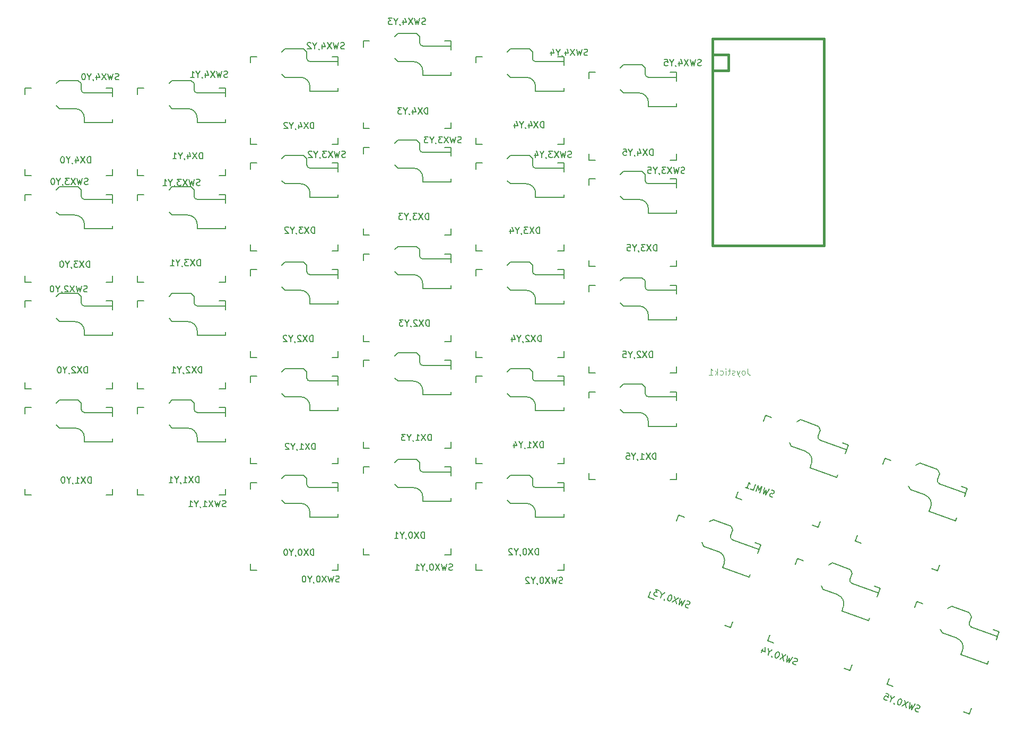
<source format=gbr>
%TF.GenerationSoftware,KiCad,Pcbnew,8.0.5*%
%TF.CreationDate,2024-12-08T15:46:30-07:00*%
%TF.ProjectId,Split V2,53706c69-7420-4563-922e-6b696361645f,rev?*%
%TF.SameCoordinates,Original*%
%TF.FileFunction,Legend,Bot*%
%TF.FilePolarity,Positive*%
%FSLAX46Y46*%
G04 Gerber Fmt 4.6, Leading zero omitted, Abs format (unit mm)*
G04 Created by KiCad (PCBNEW 8.0.5) date 2024-12-08 15:46:30*
%MOMM*%
%LPD*%
G01*
G04 APERTURE LIST*
%ADD10C,0.100000*%
%ADD11C,0.150000*%
%ADD12C,0.381000*%
G04 APERTURE END LIST*
D10*
X199977484Y-113829694D02*
X199977484Y-114543979D01*
X199977484Y-114543979D02*
X200025103Y-114686836D01*
X200025103Y-114686836D02*
X200120341Y-114782075D01*
X200120341Y-114782075D02*
X200263198Y-114829694D01*
X200263198Y-114829694D02*
X200358436Y-114829694D01*
X199358436Y-114829694D02*
X199453674Y-114782075D01*
X199453674Y-114782075D02*
X199501293Y-114734455D01*
X199501293Y-114734455D02*
X199548912Y-114639217D01*
X199548912Y-114639217D02*
X199548912Y-114353503D01*
X199548912Y-114353503D02*
X199501293Y-114258265D01*
X199501293Y-114258265D02*
X199453674Y-114210646D01*
X199453674Y-114210646D02*
X199358436Y-114163027D01*
X199358436Y-114163027D02*
X199215579Y-114163027D01*
X199215579Y-114163027D02*
X199120341Y-114210646D01*
X199120341Y-114210646D02*
X199072722Y-114258265D01*
X199072722Y-114258265D02*
X199025103Y-114353503D01*
X199025103Y-114353503D02*
X199025103Y-114639217D01*
X199025103Y-114639217D02*
X199072722Y-114734455D01*
X199072722Y-114734455D02*
X199120341Y-114782075D01*
X199120341Y-114782075D02*
X199215579Y-114829694D01*
X199215579Y-114829694D02*
X199358436Y-114829694D01*
X198691769Y-114163027D02*
X198453674Y-114829694D01*
X198215579Y-114163027D02*
X198453674Y-114829694D01*
X198453674Y-114829694D02*
X198548912Y-115067789D01*
X198548912Y-115067789D02*
X198596531Y-115115408D01*
X198596531Y-115115408D02*
X198691769Y-115163027D01*
X197882245Y-114782075D02*
X197787007Y-114829694D01*
X197787007Y-114829694D02*
X197596531Y-114829694D01*
X197596531Y-114829694D02*
X197501293Y-114782075D01*
X197501293Y-114782075D02*
X197453674Y-114686836D01*
X197453674Y-114686836D02*
X197453674Y-114639217D01*
X197453674Y-114639217D02*
X197501293Y-114543979D01*
X197501293Y-114543979D02*
X197596531Y-114496360D01*
X197596531Y-114496360D02*
X197739388Y-114496360D01*
X197739388Y-114496360D02*
X197834626Y-114448741D01*
X197834626Y-114448741D02*
X197882245Y-114353503D01*
X197882245Y-114353503D02*
X197882245Y-114305884D01*
X197882245Y-114305884D02*
X197834626Y-114210646D01*
X197834626Y-114210646D02*
X197739388Y-114163027D01*
X197739388Y-114163027D02*
X197596531Y-114163027D01*
X197596531Y-114163027D02*
X197501293Y-114210646D01*
X197167959Y-114163027D02*
X196787007Y-114163027D01*
X197025102Y-113829694D02*
X197025102Y-114686836D01*
X197025102Y-114686836D02*
X196977483Y-114782075D01*
X196977483Y-114782075D02*
X196882245Y-114829694D01*
X196882245Y-114829694D02*
X196787007Y-114829694D01*
X196453673Y-114829694D02*
X196453673Y-114163027D01*
X196453673Y-113829694D02*
X196501292Y-113877313D01*
X196501292Y-113877313D02*
X196453673Y-113924932D01*
X196453673Y-113924932D02*
X196406054Y-113877313D01*
X196406054Y-113877313D02*
X196453673Y-113829694D01*
X196453673Y-113829694D02*
X196453673Y-113924932D01*
X195548912Y-114782075D02*
X195644150Y-114829694D01*
X195644150Y-114829694D02*
X195834626Y-114829694D01*
X195834626Y-114829694D02*
X195929864Y-114782075D01*
X195929864Y-114782075D02*
X195977483Y-114734455D01*
X195977483Y-114734455D02*
X196025102Y-114639217D01*
X196025102Y-114639217D02*
X196025102Y-114353503D01*
X196025102Y-114353503D02*
X195977483Y-114258265D01*
X195977483Y-114258265D02*
X195929864Y-114210646D01*
X195929864Y-114210646D02*
X195834626Y-114163027D01*
X195834626Y-114163027D02*
X195644150Y-114163027D01*
X195644150Y-114163027D02*
X195548912Y-114210646D01*
X195120340Y-114829694D02*
X195120340Y-113829694D01*
X195025102Y-114448741D02*
X194739388Y-114829694D01*
X194739388Y-114163027D02*
X195120340Y-114543979D01*
X193787007Y-114829694D02*
X194358435Y-114829694D01*
X194072721Y-114829694D02*
X194072721Y-113829694D01*
X194072721Y-113829694D02*
X194167959Y-113972551D01*
X194167959Y-113972551D02*
X194263197Y-114067789D01*
X194263197Y-114067789D02*
X194358435Y-114115408D01*
D11*
X130853755Y-92229973D02*
X130853755Y-91229973D01*
X130853755Y-91229973D02*
X130615660Y-91229973D01*
X130615660Y-91229973D02*
X130472803Y-91277592D01*
X130472803Y-91277592D02*
X130377565Y-91372830D01*
X130377565Y-91372830D02*
X130329946Y-91468068D01*
X130329946Y-91468068D02*
X130282327Y-91658544D01*
X130282327Y-91658544D02*
X130282327Y-91801401D01*
X130282327Y-91801401D02*
X130329946Y-91991877D01*
X130329946Y-91991877D02*
X130377565Y-92087115D01*
X130377565Y-92087115D02*
X130472803Y-92182354D01*
X130472803Y-92182354D02*
X130615660Y-92229973D01*
X130615660Y-92229973D02*
X130853755Y-92229973D01*
X129948993Y-91229973D02*
X129282327Y-92229973D01*
X129282327Y-91229973D02*
X129948993Y-92229973D01*
X128996612Y-91229973D02*
X128377565Y-91229973D01*
X128377565Y-91229973D02*
X128710898Y-91610925D01*
X128710898Y-91610925D02*
X128568041Y-91610925D01*
X128568041Y-91610925D02*
X128472803Y-91658544D01*
X128472803Y-91658544D02*
X128425184Y-91706163D01*
X128425184Y-91706163D02*
X128377565Y-91801401D01*
X128377565Y-91801401D02*
X128377565Y-92039496D01*
X128377565Y-92039496D02*
X128425184Y-92134734D01*
X128425184Y-92134734D02*
X128472803Y-92182354D01*
X128472803Y-92182354D02*
X128568041Y-92229973D01*
X128568041Y-92229973D02*
X128853755Y-92229973D01*
X128853755Y-92229973D02*
X128948993Y-92182354D01*
X128948993Y-92182354D02*
X128996612Y-92134734D01*
X127901374Y-92182354D02*
X127901374Y-92229973D01*
X127901374Y-92229973D02*
X127948993Y-92325211D01*
X127948993Y-92325211D02*
X127996612Y-92372830D01*
X127282327Y-91753782D02*
X127282327Y-92229973D01*
X127615660Y-91229973D02*
X127282327Y-91753782D01*
X127282327Y-91753782D02*
X126948994Y-91229973D01*
X126663279Y-91325211D02*
X126615660Y-91277592D01*
X126615660Y-91277592D02*
X126520422Y-91229973D01*
X126520422Y-91229973D02*
X126282327Y-91229973D01*
X126282327Y-91229973D02*
X126187089Y-91277592D01*
X126187089Y-91277592D02*
X126139470Y-91325211D01*
X126139470Y-91325211D02*
X126091851Y-91420449D01*
X126091851Y-91420449D02*
X126091851Y-91515687D01*
X126091851Y-91515687D02*
X126139470Y-91658544D01*
X126139470Y-91658544D02*
X126710898Y-92229973D01*
X126710898Y-92229973D02*
X126091851Y-92229973D01*
X185309909Y-128319174D02*
X185309909Y-127319174D01*
X185309909Y-127319174D02*
X185071814Y-127319174D01*
X185071814Y-127319174D02*
X184928957Y-127366793D01*
X184928957Y-127366793D02*
X184833719Y-127462031D01*
X184833719Y-127462031D02*
X184786100Y-127557269D01*
X184786100Y-127557269D02*
X184738481Y-127747745D01*
X184738481Y-127747745D02*
X184738481Y-127890602D01*
X184738481Y-127890602D02*
X184786100Y-128081078D01*
X184786100Y-128081078D02*
X184833719Y-128176316D01*
X184833719Y-128176316D02*
X184928957Y-128271555D01*
X184928957Y-128271555D02*
X185071814Y-128319174D01*
X185071814Y-128319174D02*
X185309909Y-128319174D01*
X184405147Y-127319174D02*
X183738481Y-128319174D01*
X183738481Y-127319174D02*
X184405147Y-128319174D01*
X182833719Y-128319174D02*
X183405147Y-128319174D01*
X183119433Y-128319174D02*
X183119433Y-127319174D01*
X183119433Y-127319174D02*
X183214671Y-127462031D01*
X183214671Y-127462031D02*
X183309909Y-127557269D01*
X183309909Y-127557269D02*
X183405147Y-127604888D01*
X182357528Y-128271555D02*
X182357528Y-128319174D01*
X182357528Y-128319174D02*
X182405147Y-128414412D01*
X182405147Y-128414412D02*
X182452766Y-128462031D01*
X181738481Y-127842983D02*
X181738481Y-128319174D01*
X182071814Y-127319174D02*
X181738481Y-127842983D01*
X181738481Y-127842983D02*
X181405148Y-127319174D01*
X180595624Y-127319174D02*
X181071814Y-127319174D01*
X181071814Y-127319174D02*
X181119433Y-127795364D01*
X181119433Y-127795364D02*
X181071814Y-127747745D01*
X181071814Y-127747745D02*
X180976576Y-127700126D01*
X180976576Y-127700126D02*
X180738481Y-127700126D01*
X180738481Y-127700126D02*
X180643243Y-127747745D01*
X180643243Y-127747745D02*
X180595624Y-127795364D01*
X180595624Y-127795364D02*
X180548005Y-127890602D01*
X180548005Y-127890602D02*
X180548005Y-128128697D01*
X180548005Y-128128697D02*
X180595624Y-128223935D01*
X180595624Y-128223935D02*
X180643243Y-128271555D01*
X180643243Y-128271555D02*
X180738481Y-128319174D01*
X180738481Y-128319174D02*
X180976576Y-128319174D01*
X180976576Y-128319174D02*
X181071814Y-128271555D01*
X181071814Y-128271555D02*
X181119433Y-128223935D01*
X149034041Y-90040271D02*
X149034041Y-89040271D01*
X149034041Y-89040271D02*
X148795946Y-89040271D01*
X148795946Y-89040271D02*
X148653089Y-89087890D01*
X148653089Y-89087890D02*
X148557851Y-89183128D01*
X148557851Y-89183128D02*
X148510232Y-89278366D01*
X148510232Y-89278366D02*
X148462613Y-89468842D01*
X148462613Y-89468842D02*
X148462613Y-89611699D01*
X148462613Y-89611699D02*
X148510232Y-89802175D01*
X148510232Y-89802175D02*
X148557851Y-89897413D01*
X148557851Y-89897413D02*
X148653089Y-89992652D01*
X148653089Y-89992652D02*
X148795946Y-90040271D01*
X148795946Y-90040271D02*
X149034041Y-90040271D01*
X148129279Y-89040271D02*
X147462613Y-90040271D01*
X147462613Y-89040271D02*
X148129279Y-90040271D01*
X147176898Y-89040271D02*
X146557851Y-89040271D01*
X146557851Y-89040271D02*
X146891184Y-89421223D01*
X146891184Y-89421223D02*
X146748327Y-89421223D01*
X146748327Y-89421223D02*
X146653089Y-89468842D01*
X146653089Y-89468842D02*
X146605470Y-89516461D01*
X146605470Y-89516461D02*
X146557851Y-89611699D01*
X146557851Y-89611699D02*
X146557851Y-89849794D01*
X146557851Y-89849794D02*
X146605470Y-89945032D01*
X146605470Y-89945032D02*
X146653089Y-89992652D01*
X146653089Y-89992652D02*
X146748327Y-90040271D01*
X146748327Y-90040271D02*
X147034041Y-90040271D01*
X147034041Y-90040271D02*
X147129279Y-89992652D01*
X147129279Y-89992652D02*
X147176898Y-89945032D01*
X146081660Y-89992652D02*
X146081660Y-90040271D01*
X146081660Y-90040271D02*
X146129279Y-90135509D01*
X146129279Y-90135509D02*
X146176898Y-90183128D01*
X145462613Y-89564080D02*
X145462613Y-90040271D01*
X145795946Y-89040271D02*
X145462613Y-89564080D01*
X145462613Y-89564080D02*
X145129280Y-89040271D01*
X144891184Y-89040271D02*
X144272137Y-89040271D01*
X144272137Y-89040271D02*
X144605470Y-89421223D01*
X144605470Y-89421223D02*
X144462613Y-89421223D01*
X144462613Y-89421223D02*
X144367375Y-89468842D01*
X144367375Y-89468842D02*
X144319756Y-89516461D01*
X144319756Y-89516461D02*
X144272137Y-89611699D01*
X144272137Y-89611699D02*
X144272137Y-89849794D01*
X144272137Y-89849794D02*
X144319756Y-89945032D01*
X144319756Y-89945032D02*
X144367375Y-89992652D01*
X144367375Y-89992652D02*
X144462613Y-90040271D01*
X144462613Y-90040271D02*
X144748327Y-90040271D01*
X144748327Y-90040271D02*
X144843565Y-89992652D01*
X144843565Y-89992652D02*
X144891184Y-89945032D01*
X99586151Y-67690666D02*
X99443294Y-67738285D01*
X99443294Y-67738285D02*
X99205199Y-67738285D01*
X99205199Y-67738285D02*
X99109961Y-67690666D01*
X99109961Y-67690666D02*
X99062342Y-67643046D01*
X99062342Y-67643046D02*
X99014723Y-67547808D01*
X99014723Y-67547808D02*
X99014723Y-67452570D01*
X99014723Y-67452570D02*
X99062342Y-67357332D01*
X99062342Y-67357332D02*
X99109961Y-67309713D01*
X99109961Y-67309713D02*
X99205199Y-67262094D01*
X99205199Y-67262094D02*
X99395675Y-67214475D01*
X99395675Y-67214475D02*
X99490913Y-67166856D01*
X99490913Y-67166856D02*
X99538532Y-67119237D01*
X99538532Y-67119237D02*
X99586151Y-67023999D01*
X99586151Y-67023999D02*
X99586151Y-66928761D01*
X99586151Y-66928761D02*
X99538532Y-66833523D01*
X99538532Y-66833523D02*
X99490913Y-66785904D01*
X99490913Y-66785904D02*
X99395675Y-66738285D01*
X99395675Y-66738285D02*
X99157580Y-66738285D01*
X99157580Y-66738285D02*
X99014723Y-66785904D01*
X98681389Y-66738285D02*
X98443294Y-67738285D01*
X98443294Y-67738285D02*
X98252818Y-67023999D01*
X98252818Y-67023999D02*
X98062342Y-67738285D01*
X98062342Y-67738285D02*
X97824247Y-66738285D01*
X97538532Y-66738285D02*
X96871866Y-67738285D01*
X96871866Y-66738285D02*
X97538532Y-67738285D01*
X96062342Y-67071618D02*
X96062342Y-67738285D01*
X96300437Y-66690666D02*
X96538532Y-67404951D01*
X96538532Y-67404951D02*
X95919485Y-67404951D01*
X95490913Y-67690666D02*
X95490913Y-67738285D01*
X95490913Y-67738285D02*
X95538532Y-67833523D01*
X95538532Y-67833523D02*
X95586151Y-67881142D01*
X94871866Y-67262094D02*
X94871866Y-67738285D01*
X95205199Y-66738285D02*
X94871866Y-67262094D01*
X94871866Y-67262094D02*
X94538533Y-66738285D01*
X94014723Y-66738285D02*
X93919485Y-66738285D01*
X93919485Y-66738285D02*
X93824247Y-66785904D01*
X93824247Y-66785904D02*
X93776628Y-66833523D01*
X93776628Y-66833523D02*
X93729009Y-66928761D01*
X93729009Y-66928761D02*
X93681390Y-67119237D01*
X93681390Y-67119237D02*
X93681390Y-67357332D01*
X93681390Y-67357332D02*
X93729009Y-67547808D01*
X93729009Y-67547808D02*
X93776628Y-67643046D01*
X93776628Y-67643046D02*
X93824247Y-67690666D01*
X93824247Y-67690666D02*
X93919485Y-67738285D01*
X93919485Y-67738285D02*
X94014723Y-67738285D01*
X94014723Y-67738285D02*
X94109961Y-67690666D01*
X94109961Y-67690666D02*
X94157580Y-67643046D01*
X94157580Y-67643046D02*
X94205199Y-67547808D01*
X94205199Y-67547808D02*
X94252818Y-67357332D01*
X94252818Y-67357332D02*
X94252818Y-67119237D01*
X94252818Y-67119237D02*
X94205199Y-66928761D01*
X94205199Y-66928761D02*
X94157580Y-66833523D01*
X94157580Y-66833523D02*
X94109961Y-66785904D01*
X94109961Y-66785904D02*
X94014723Y-66738285D01*
X130585336Y-109539871D02*
X130585336Y-108539871D01*
X130585336Y-108539871D02*
X130347241Y-108539871D01*
X130347241Y-108539871D02*
X130204384Y-108587490D01*
X130204384Y-108587490D02*
X130109146Y-108682728D01*
X130109146Y-108682728D02*
X130061527Y-108777966D01*
X130061527Y-108777966D02*
X130013908Y-108968442D01*
X130013908Y-108968442D02*
X130013908Y-109111299D01*
X130013908Y-109111299D02*
X130061527Y-109301775D01*
X130061527Y-109301775D02*
X130109146Y-109397013D01*
X130109146Y-109397013D02*
X130204384Y-109492252D01*
X130204384Y-109492252D02*
X130347241Y-109539871D01*
X130347241Y-109539871D02*
X130585336Y-109539871D01*
X129680574Y-108539871D02*
X129013908Y-109539871D01*
X129013908Y-108539871D02*
X129680574Y-109539871D01*
X128680574Y-108635109D02*
X128632955Y-108587490D01*
X128632955Y-108587490D02*
X128537717Y-108539871D01*
X128537717Y-108539871D02*
X128299622Y-108539871D01*
X128299622Y-108539871D02*
X128204384Y-108587490D01*
X128204384Y-108587490D02*
X128156765Y-108635109D01*
X128156765Y-108635109D02*
X128109146Y-108730347D01*
X128109146Y-108730347D02*
X128109146Y-108825585D01*
X128109146Y-108825585D02*
X128156765Y-108968442D01*
X128156765Y-108968442D02*
X128728193Y-109539871D01*
X128728193Y-109539871D02*
X128109146Y-109539871D01*
X127632955Y-109492252D02*
X127632955Y-109539871D01*
X127632955Y-109539871D02*
X127680574Y-109635109D01*
X127680574Y-109635109D02*
X127728193Y-109682728D01*
X127013908Y-109063680D02*
X127013908Y-109539871D01*
X127347241Y-108539871D02*
X127013908Y-109063680D01*
X127013908Y-109063680D02*
X126680575Y-108539871D01*
X126394860Y-108635109D02*
X126347241Y-108587490D01*
X126347241Y-108587490D02*
X126252003Y-108539871D01*
X126252003Y-108539871D02*
X126013908Y-108539871D01*
X126013908Y-108539871D02*
X125918670Y-108587490D01*
X125918670Y-108587490D02*
X125871051Y-108635109D01*
X125871051Y-108635109D02*
X125823432Y-108730347D01*
X125823432Y-108730347D02*
X125823432Y-108825585D01*
X125823432Y-108825585D02*
X125871051Y-108968442D01*
X125871051Y-108968442D02*
X126442479Y-109539871D01*
X126442479Y-109539871D02*
X125823432Y-109539871D01*
X190492741Y-152003000D02*
X190342213Y-151998887D01*
X190342213Y-151998887D02*
X190118477Y-151917454D01*
X190118477Y-151917454D02*
X190045269Y-151840133D01*
X190045269Y-151840133D02*
X190016808Y-151779099D01*
X190016808Y-151779099D02*
X190004634Y-151673318D01*
X190004634Y-151673318D02*
X190037208Y-151583824D01*
X190037208Y-151583824D02*
X190114528Y-151510616D01*
X190114528Y-151510616D02*
X190175562Y-151482155D01*
X190175562Y-151482155D02*
X190281343Y-151469981D01*
X190281343Y-151469981D02*
X190476619Y-151490381D01*
X190476619Y-151490381D02*
X190582400Y-151478207D01*
X190582400Y-151478207D02*
X190643434Y-151449746D01*
X190643434Y-151449746D02*
X190720755Y-151376538D01*
X190720755Y-151376538D02*
X190753328Y-151287044D01*
X190753328Y-151287044D02*
X190741154Y-151181263D01*
X190741154Y-151181263D02*
X190712694Y-151120229D01*
X190712694Y-151120229D02*
X190639486Y-151042908D01*
X190639486Y-151042908D02*
X190415749Y-150961475D01*
X190415749Y-150961475D02*
X190265221Y-150957362D01*
X189968277Y-150798608D02*
X189402520Y-151656867D01*
X189402520Y-151656867D02*
X189467831Y-150920511D01*
X189467831Y-150920511D02*
X189044542Y-151526574D01*
X189044542Y-151526574D02*
X189162826Y-150505448D01*
X188894342Y-150407728D02*
X187925861Y-151119407D01*
X188267881Y-150179714D02*
X188552322Y-151347420D01*
X187730913Y-149984274D02*
X187641419Y-149951701D01*
X187641419Y-149951701D02*
X187535638Y-149963875D01*
X187535638Y-149963875D02*
X187474604Y-149992335D01*
X187474604Y-149992335D02*
X187397283Y-150065543D01*
X187397283Y-150065543D02*
X187287389Y-150228246D01*
X187287389Y-150228246D02*
X187205956Y-150451982D01*
X187205956Y-150451982D02*
X187185556Y-150647258D01*
X187185556Y-150647258D02*
X187197730Y-150753039D01*
X187197730Y-150753039D02*
X187226191Y-150814073D01*
X187226191Y-150814073D02*
X187299399Y-150891394D01*
X187299399Y-150891394D02*
X187388893Y-150923967D01*
X187388893Y-150923967D02*
X187494674Y-150911793D01*
X187494674Y-150911793D02*
X187555708Y-150883332D01*
X187555708Y-150883332D02*
X187633029Y-150810124D01*
X187633029Y-150810124D02*
X187742923Y-150647422D01*
X187742923Y-150647422D02*
X187824356Y-150423686D01*
X187824356Y-150423686D02*
X187844756Y-150228410D01*
X187844756Y-150228410D02*
X187832582Y-150122629D01*
X187832582Y-150122629D02*
X187804121Y-150061595D01*
X187804121Y-150061595D02*
X187730913Y-149984274D01*
X186644476Y-150602346D02*
X186628190Y-150647093D01*
X186628190Y-150647093D02*
X186640364Y-150752875D01*
X186640364Y-150752875D02*
X186668824Y-150813909D01*
X186209342Y-149987894D02*
X186046476Y-150435367D01*
X186701727Y-149609681D02*
X186209342Y-149987894D01*
X186209342Y-149987894D02*
X186075265Y-149381667D01*
X185851528Y-149300234D02*
X185269814Y-149088507D01*
X185269814Y-149088507D02*
X185452751Y-149560492D01*
X185452751Y-149560492D02*
X185318510Y-149511632D01*
X185318510Y-149511632D02*
X185212728Y-149523806D01*
X185212728Y-149523806D02*
X185151694Y-149552267D01*
X185151694Y-149552267D02*
X185074374Y-149625475D01*
X185074374Y-149625475D02*
X184992941Y-149849211D01*
X184992941Y-149849211D02*
X185005114Y-149954992D01*
X185005114Y-149954992D02*
X185033575Y-150016026D01*
X185033575Y-150016026D02*
X185106783Y-150093347D01*
X185106783Y-150093347D02*
X185375266Y-150191067D01*
X185375266Y-150191067D02*
X185481048Y-150178893D01*
X185481048Y-150178893D02*
X185542082Y-150150432D01*
X95182428Y-132115527D02*
X95182428Y-131115527D01*
X95182428Y-131115527D02*
X94944333Y-131115527D01*
X94944333Y-131115527D02*
X94801476Y-131163146D01*
X94801476Y-131163146D02*
X94706238Y-131258384D01*
X94706238Y-131258384D02*
X94658619Y-131353622D01*
X94658619Y-131353622D02*
X94611000Y-131544098D01*
X94611000Y-131544098D02*
X94611000Y-131686955D01*
X94611000Y-131686955D02*
X94658619Y-131877431D01*
X94658619Y-131877431D02*
X94706238Y-131972669D01*
X94706238Y-131972669D02*
X94801476Y-132067908D01*
X94801476Y-132067908D02*
X94944333Y-132115527D01*
X94944333Y-132115527D02*
X95182428Y-132115527D01*
X94277666Y-131115527D02*
X93611000Y-132115527D01*
X93611000Y-131115527D02*
X94277666Y-132115527D01*
X92706238Y-132115527D02*
X93277666Y-132115527D01*
X92991952Y-132115527D02*
X92991952Y-131115527D01*
X92991952Y-131115527D02*
X93087190Y-131258384D01*
X93087190Y-131258384D02*
X93182428Y-131353622D01*
X93182428Y-131353622D02*
X93277666Y-131401241D01*
X92230047Y-132067908D02*
X92230047Y-132115527D01*
X92230047Y-132115527D02*
X92277666Y-132210765D01*
X92277666Y-132210765D02*
X92325285Y-132258384D01*
X91611000Y-131639336D02*
X91611000Y-132115527D01*
X91944333Y-131115527D02*
X91611000Y-131639336D01*
X91611000Y-131639336D02*
X91277667Y-131115527D01*
X90753857Y-131115527D02*
X90658619Y-131115527D01*
X90658619Y-131115527D02*
X90563381Y-131163146D01*
X90563381Y-131163146D02*
X90515762Y-131210765D01*
X90515762Y-131210765D02*
X90468143Y-131306003D01*
X90468143Y-131306003D02*
X90420524Y-131496479D01*
X90420524Y-131496479D02*
X90420524Y-131734574D01*
X90420524Y-131734574D02*
X90468143Y-131925050D01*
X90468143Y-131925050D02*
X90515762Y-132020288D01*
X90515762Y-132020288D02*
X90563381Y-132067908D01*
X90563381Y-132067908D02*
X90658619Y-132115527D01*
X90658619Y-132115527D02*
X90753857Y-132115527D01*
X90753857Y-132115527D02*
X90849095Y-132067908D01*
X90849095Y-132067908D02*
X90896714Y-132020288D01*
X90896714Y-132020288D02*
X90944333Y-131925050D01*
X90944333Y-131925050D02*
X90991952Y-131734574D01*
X90991952Y-131734574D02*
X90991952Y-131496479D01*
X90991952Y-131496479D02*
X90944333Y-131306003D01*
X90944333Y-131306003D02*
X90896714Y-131210765D01*
X90896714Y-131210765D02*
X90849095Y-131163146D01*
X90849095Y-131163146D02*
X90753857Y-131115527D01*
X112562380Y-84557200D02*
X112419523Y-84604819D01*
X112419523Y-84604819D02*
X112181428Y-84604819D01*
X112181428Y-84604819D02*
X112086190Y-84557200D01*
X112086190Y-84557200D02*
X112038571Y-84509580D01*
X112038571Y-84509580D02*
X111990952Y-84414342D01*
X111990952Y-84414342D02*
X111990952Y-84319104D01*
X111990952Y-84319104D02*
X112038571Y-84223866D01*
X112038571Y-84223866D02*
X112086190Y-84176247D01*
X112086190Y-84176247D02*
X112181428Y-84128628D01*
X112181428Y-84128628D02*
X112371904Y-84081009D01*
X112371904Y-84081009D02*
X112467142Y-84033390D01*
X112467142Y-84033390D02*
X112514761Y-83985771D01*
X112514761Y-83985771D02*
X112562380Y-83890533D01*
X112562380Y-83890533D02*
X112562380Y-83795295D01*
X112562380Y-83795295D02*
X112514761Y-83700057D01*
X112514761Y-83700057D02*
X112467142Y-83652438D01*
X112467142Y-83652438D02*
X112371904Y-83604819D01*
X112371904Y-83604819D02*
X112133809Y-83604819D01*
X112133809Y-83604819D02*
X111990952Y-83652438D01*
X111657618Y-83604819D02*
X111419523Y-84604819D01*
X111419523Y-84604819D02*
X111229047Y-83890533D01*
X111229047Y-83890533D02*
X111038571Y-84604819D01*
X111038571Y-84604819D02*
X110800476Y-83604819D01*
X110514761Y-83604819D02*
X109848095Y-84604819D01*
X109848095Y-83604819D02*
X110514761Y-84604819D01*
X109562380Y-83604819D02*
X108943333Y-83604819D01*
X108943333Y-83604819D02*
X109276666Y-83985771D01*
X109276666Y-83985771D02*
X109133809Y-83985771D01*
X109133809Y-83985771D02*
X109038571Y-84033390D01*
X109038571Y-84033390D02*
X108990952Y-84081009D01*
X108990952Y-84081009D02*
X108943333Y-84176247D01*
X108943333Y-84176247D02*
X108943333Y-84414342D01*
X108943333Y-84414342D02*
X108990952Y-84509580D01*
X108990952Y-84509580D02*
X109038571Y-84557200D01*
X109038571Y-84557200D02*
X109133809Y-84604819D01*
X109133809Y-84604819D02*
X109419523Y-84604819D01*
X109419523Y-84604819D02*
X109514761Y-84557200D01*
X109514761Y-84557200D02*
X109562380Y-84509580D01*
X108467142Y-84557200D02*
X108467142Y-84604819D01*
X108467142Y-84604819D02*
X108514761Y-84700057D01*
X108514761Y-84700057D02*
X108562380Y-84747676D01*
X107848095Y-84128628D02*
X107848095Y-84604819D01*
X108181428Y-83604819D02*
X107848095Y-84128628D01*
X107848095Y-84128628D02*
X107514762Y-83604819D01*
X106657619Y-84604819D02*
X107229047Y-84604819D01*
X106943333Y-84604819D02*
X106943333Y-83604819D01*
X106943333Y-83604819D02*
X107038571Y-83747676D01*
X107038571Y-83747676D02*
X107133809Y-83842914D01*
X107133809Y-83842914D02*
X107229047Y-83890533D01*
X130718310Y-75538481D02*
X130718310Y-74538481D01*
X130718310Y-74538481D02*
X130480215Y-74538481D01*
X130480215Y-74538481D02*
X130337358Y-74586100D01*
X130337358Y-74586100D02*
X130242120Y-74681338D01*
X130242120Y-74681338D02*
X130194501Y-74776576D01*
X130194501Y-74776576D02*
X130146882Y-74967052D01*
X130146882Y-74967052D02*
X130146882Y-75109909D01*
X130146882Y-75109909D02*
X130194501Y-75300385D01*
X130194501Y-75300385D02*
X130242120Y-75395623D01*
X130242120Y-75395623D02*
X130337358Y-75490862D01*
X130337358Y-75490862D02*
X130480215Y-75538481D01*
X130480215Y-75538481D02*
X130718310Y-75538481D01*
X129813548Y-74538481D02*
X129146882Y-75538481D01*
X129146882Y-74538481D02*
X129813548Y-75538481D01*
X128337358Y-74871814D02*
X128337358Y-75538481D01*
X128575453Y-74490862D02*
X128813548Y-75205147D01*
X128813548Y-75205147D02*
X128194501Y-75205147D01*
X127765929Y-75490862D02*
X127765929Y-75538481D01*
X127765929Y-75538481D02*
X127813548Y-75633719D01*
X127813548Y-75633719D02*
X127861167Y-75681338D01*
X127146882Y-75062290D02*
X127146882Y-75538481D01*
X127480215Y-74538481D02*
X127146882Y-75062290D01*
X127146882Y-75062290D02*
X126813549Y-74538481D01*
X126527834Y-74633719D02*
X126480215Y-74586100D01*
X126480215Y-74586100D02*
X126384977Y-74538481D01*
X126384977Y-74538481D02*
X126146882Y-74538481D01*
X126146882Y-74538481D02*
X126051644Y-74586100D01*
X126051644Y-74586100D02*
X126004025Y-74633719D01*
X126004025Y-74633719D02*
X125956406Y-74728957D01*
X125956406Y-74728957D02*
X125956406Y-74824195D01*
X125956406Y-74824195D02*
X126004025Y-74967052D01*
X126004025Y-74967052D02*
X126575453Y-75538481D01*
X126575453Y-75538481D02*
X125956406Y-75538481D01*
X148900697Y-73192839D02*
X148900697Y-72192839D01*
X148900697Y-72192839D02*
X148662602Y-72192839D01*
X148662602Y-72192839D02*
X148519745Y-72240458D01*
X148519745Y-72240458D02*
X148424507Y-72335696D01*
X148424507Y-72335696D02*
X148376888Y-72430934D01*
X148376888Y-72430934D02*
X148329269Y-72621410D01*
X148329269Y-72621410D02*
X148329269Y-72764267D01*
X148329269Y-72764267D02*
X148376888Y-72954743D01*
X148376888Y-72954743D02*
X148424507Y-73049981D01*
X148424507Y-73049981D02*
X148519745Y-73145220D01*
X148519745Y-73145220D02*
X148662602Y-73192839D01*
X148662602Y-73192839D02*
X148900697Y-73192839D01*
X147995935Y-72192839D02*
X147329269Y-73192839D01*
X147329269Y-72192839D02*
X147995935Y-73192839D01*
X146519745Y-72526172D02*
X146519745Y-73192839D01*
X146757840Y-72145220D02*
X146995935Y-72859505D01*
X146995935Y-72859505D02*
X146376888Y-72859505D01*
X145948316Y-73145220D02*
X145948316Y-73192839D01*
X145948316Y-73192839D02*
X145995935Y-73288077D01*
X145995935Y-73288077D02*
X146043554Y-73335696D01*
X145329269Y-72716648D02*
X145329269Y-73192839D01*
X145662602Y-72192839D02*
X145329269Y-72716648D01*
X145329269Y-72716648D02*
X144995936Y-72192839D01*
X144757840Y-72192839D02*
X144138793Y-72192839D01*
X144138793Y-72192839D02*
X144472126Y-72573791D01*
X144472126Y-72573791D02*
X144329269Y-72573791D01*
X144329269Y-72573791D02*
X144234031Y-72621410D01*
X144234031Y-72621410D02*
X144186412Y-72669029D01*
X144186412Y-72669029D02*
X144138793Y-72764267D01*
X144138793Y-72764267D02*
X144138793Y-73002362D01*
X144138793Y-73002362D02*
X144186412Y-73097600D01*
X144186412Y-73097600D02*
X144234031Y-73145220D01*
X144234031Y-73145220D02*
X144329269Y-73192839D01*
X144329269Y-73192839D02*
X144614983Y-73192839D01*
X144614983Y-73192839D02*
X144710221Y-73145220D01*
X144710221Y-73145220D02*
X144757840Y-73097600D01*
X166761101Y-92278977D02*
X166761101Y-91278977D01*
X166761101Y-91278977D02*
X166523006Y-91278977D01*
X166523006Y-91278977D02*
X166380149Y-91326596D01*
X166380149Y-91326596D02*
X166284911Y-91421834D01*
X166284911Y-91421834D02*
X166237292Y-91517072D01*
X166237292Y-91517072D02*
X166189673Y-91707548D01*
X166189673Y-91707548D02*
X166189673Y-91850405D01*
X166189673Y-91850405D02*
X166237292Y-92040881D01*
X166237292Y-92040881D02*
X166284911Y-92136119D01*
X166284911Y-92136119D02*
X166380149Y-92231358D01*
X166380149Y-92231358D02*
X166523006Y-92278977D01*
X166523006Y-92278977D02*
X166761101Y-92278977D01*
X165856339Y-91278977D02*
X165189673Y-92278977D01*
X165189673Y-91278977D02*
X165856339Y-92278977D01*
X164903958Y-91278977D02*
X164284911Y-91278977D01*
X164284911Y-91278977D02*
X164618244Y-91659929D01*
X164618244Y-91659929D02*
X164475387Y-91659929D01*
X164475387Y-91659929D02*
X164380149Y-91707548D01*
X164380149Y-91707548D02*
X164332530Y-91755167D01*
X164332530Y-91755167D02*
X164284911Y-91850405D01*
X164284911Y-91850405D02*
X164284911Y-92088500D01*
X164284911Y-92088500D02*
X164332530Y-92183738D01*
X164332530Y-92183738D02*
X164380149Y-92231358D01*
X164380149Y-92231358D02*
X164475387Y-92278977D01*
X164475387Y-92278977D02*
X164761101Y-92278977D01*
X164761101Y-92278977D02*
X164856339Y-92231358D01*
X164856339Y-92231358D02*
X164903958Y-92183738D01*
X163808720Y-92231358D02*
X163808720Y-92278977D01*
X163808720Y-92278977D02*
X163856339Y-92374215D01*
X163856339Y-92374215D02*
X163903958Y-92421834D01*
X163189673Y-91802786D02*
X163189673Y-92278977D01*
X163523006Y-91278977D02*
X163189673Y-91802786D01*
X163189673Y-91802786D02*
X162856340Y-91278977D01*
X162094435Y-91612310D02*
X162094435Y-92278977D01*
X162332530Y-91231358D02*
X162570625Y-91945643D01*
X162570625Y-91945643D02*
X161951578Y-91945643D01*
X112389906Y-132049573D02*
X112389906Y-131049573D01*
X112389906Y-131049573D02*
X112151811Y-131049573D01*
X112151811Y-131049573D02*
X112008954Y-131097192D01*
X112008954Y-131097192D02*
X111913716Y-131192430D01*
X111913716Y-131192430D02*
X111866097Y-131287668D01*
X111866097Y-131287668D02*
X111818478Y-131478144D01*
X111818478Y-131478144D02*
X111818478Y-131621001D01*
X111818478Y-131621001D02*
X111866097Y-131811477D01*
X111866097Y-131811477D02*
X111913716Y-131906715D01*
X111913716Y-131906715D02*
X112008954Y-132001954D01*
X112008954Y-132001954D02*
X112151811Y-132049573D01*
X112151811Y-132049573D02*
X112389906Y-132049573D01*
X111485144Y-131049573D02*
X110818478Y-132049573D01*
X110818478Y-131049573D02*
X111485144Y-132049573D01*
X109913716Y-132049573D02*
X110485144Y-132049573D01*
X110199430Y-132049573D02*
X110199430Y-131049573D01*
X110199430Y-131049573D02*
X110294668Y-131192430D01*
X110294668Y-131192430D02*
X110389906Y-131287668D01*
X110389906Y-131287668D02*
X110485144Y-131335287D01*
X109437525Y-132001954D02*
X109437525Y-132049573D01*
X109437525Y-132049573D02*
X109485144Y-132144811D01*
X109485144Y-132144811D02*
X109532763Y-132192430D01*
X108818478Y-131573382D02*
X108818478Y-132049573D01*
X109151811Y-131049573D02*
X108818478Y-131573382D01*
X108818478Y-131573382D02*
X108485145Y-131049573D01*
X107628002Y-132049573D02*
X108199430Y-132049573D01*
X107913716Y-132049573D02*
X107913716Y-131049573D01*
X107913716Y-131049573D02*
X108008954Y-131192430D01*
X108008954Y-131192430D02*
X108104192Y-131287668D01*
X108104192Y-131287668D02*
X108199430Y-131335287D01*
X149463267Y-125318185D02*
X149463267Y-124318185D01*
X149463267Y-124318185D02*
X149225172Y-124318185D01*
X149225172Y-124318185D02*
X149082315Y-124365804D01*
X149082315Y-124365804D02*
X148987077Y-124461042D01*
X148987077Y-124461042D02*
X148939458Y-124556280D01*
X148939458Y-124556280D02*
X148891839Y-124746756D01*
X148891839Y-124746756D02*
X148891839Y-124889613D01*
X148891839Y-124889613D02*
X148939458Y-125080089D01*
X148939458Y-125080089D02*
X148987077Y-125175327D01*
X148987077Y-125175327D02*
X149082315Y-125270566D01*
X149082315Y-125270566D02*
X149225172Y-125318185D01*
X149225172Y-125318185D02*
X149463267Y-125318185D01*
X148558505Y-124318185D02*
X147891839Y-125318185D01*
X147891839Y-124318185D02*
X148558505Y-125318185D01*
X146987077Y-125318185D02*
X147558505Y-125318185D01*
X147272791Y-125318185D02*
X147272791Y-124318185D01*
X147272791Y-124318185D02*
X147368029Y-124461042D01*
X147368029Y-124461042D02*
X147463267Y-124556280D01*
X147463267Y-124556280D02*
X147558505Y-124603899D01*
X146510886Y-125270566D02*
X146510886Y-125318185D01*
X146510886Y-125318185D02*
X146558505Y-125413423D01*
X146558505Y-125413423D02*
X146606124Y-125461042D01*
X145891839Y-124841994D02*
X145891839Y-125318185D01*
X146225172Y-124318185D02*
X145891839Y-124841994D01*
X145891839Y-124841994D02*
X145558506Y-124318185D01*
X145320410Y-124318185D02*
X144701363Y-124318185D01*
X144701363Y-124318185D02*
X145034696Y-124699137D01*
X145034696Y-124699137D02*
X144891839Y-124699137D01*
X144891839Y-124699137D02*
X144796601Y-124746756D01*
X144796601Y-124746756D02*
X144748982Y-124794375D01*
X144748982Y-124794375D02*
X144701363Y-124889613D01*
X144701363Y-124889613D02*
X144701363Y-125127708D01*
X144701363Y-125127708D02*
X144748982Y-125222946D01*
X144748982Y-125222946D02*
X144796601Y-125270566D01*
X144796601Y-125270566D02*
X144891839Y-125318185D01*
X144891839Y-125318185D02*
X145177553Y-125318185D01*
X145177553Y-125318185D02*
X145272791Y-125270566D01*
X145272791Y-125270566D02*
X145320410Y-125222946D01*
X112983875Y-80351849D02*
X112983875Y-79351849D01*
X112983875Y-79351849D02*
X112745780Y-79351849D01*
X112745780Y-79351849D02*
X112602923Y-79399468D01*
X112602923Y-79399468D02*
X112507685Y-79494706D01*
X112507685Y-79494706D02*
X112460066Y-79589944D01*
X112460066Y-79589944D02*
X112412447Y-79780420D01*
X112412447Y-79780420D02*
X112412447Y-79923277D01*
X112412447Y-79923277D02*
X112460066Y-80113753D01*
X112460066Y-80113753D02*
X112507685Y-80208991D01*
X112507685Y-80208991D02*
X112602923Y-80304230D01*
X112602923Y-80304230D02*
X112745780Y-80351849D01*
X112745780Y-80351849D02*
X112983875Y-80351849D01*
X112079113Y-79351849D02*
X111412447Y-80351849D01*
X111412447Y-79351849D02*
X112079113Y-80351849D01*
X110602923Y-79685182D02*
X110602923Y-80351849D01*
X110841018Y-79304230D02*
X111079113Y-80018515D01*
X111079113Y-80018515D02*
X110460066Y-80018515D01*
X110031494Y-80304230D02*
X110031494Y-80351849D01*
X110031494Y-80351849D02*
X110079113Y-80447087D01*
X110079113Y-80447087D02*
X110126732Y-80494706D01*
X109412447Y-79875658D02*
X109412447Y-80351849D01*
X109745780Y-79351849D02*
X109412447Y-79875658D01*
X109412447Y-79875658D02*
X109079114Y-79351849D01*
X108221971Y-80351849D02*
X108793399Y-80351849D01*
X108507685Y-80351849D02*
X108507685Y-79351849D01*
X108507685Y-79351849D02*
X108602923Y-79494706D01*
X108602923Y-79494706D02*
X108698161Y-79589944D01*
X108698161Y-79589944D02*
X108793399Y-79637563D01*
X135757724Y-80069179D02*
X135614867Y-80116798D01*
X135614867Y-80116798D02*
X135376772Y-80116798D01*
X135376772Y-80116798D02*
X135281534Y-80069179D01*
X135281534Y-80069179D02*
X135233915Y-80021559D01*
X135233915Y-80021559D02*
X135186296Y-79926321D01*
X135186296Y-79926321D02*
X135186296Y-79831083D01*
X135186296Y-79831083D02*
X135233915Y-79735845D01*
X135233915Y-79735845D02*
X135281534Y-79688226D01*
X135281534Y-79688226D02*
X135376772Y-79640607D01*
X135376772Y-79640607D02*
X135567248Y-79592988D01*
X135567248Y-79592988D02*
X135662486Y-79545369D01*
X135662486Y-79545369D02*
X135710105Y-79497750D01*
X135710105Y-79497750D02*
X135757724Y-79402512D01*
X135757724Y-79402512D02*
X135757724Y-79307274D01*
X135757724Y-79307274D02*
X135710105Y-79212036D01*
X135710105Y-79212036D02*
X135662486Y-79164417D01*
X135662486Y-79164417D02*
X135567248Y-79116798D01*
X135567248Y-79116798D02*
X135329153Y-79116798D01*
X135329153Y-79116798D02*
X135186296Y-79164417D01*
X134852962Y-79116798D02*
X134614867Y-80116798D01*
X134614867Y-80116798D02*
X134424391Y-79402512D01*
X134424391Y-79402512D02*
X134233915Y-80116798D01*
X134233915Y-80116798D02*
X133995820Y-79116798D01*
X133710105Y-79116798D02*
X133043439Y-80116798D01*
X133043439Y-79116798D02*
X133710105Y-80116798D01*
X132757724Y-79116798D02*
X132138677Y-79116798D01*
X132138677Y-79116798D02*
X132472010Y-79497750D01*
X132472010Y-79497750D02*
X132329153Y-79497750D01*
X132329153Y-79497750D02*
X132233915Y-79545369D01*
X132233915Y-79545369D02*
X132186296Y-79592988D01*
X132186296Y-79592988D02*
X132138677Y-79688226D01*
X132138677Y-79688226D02*
X132138677Y-79926321D01*
X132138677Y-79926321D02*
X132186296Y-80021559D01*
X132186296Y-80021559D02*
X132233915Y-80069179D01*
X132233915Y-80069179D02*
X132329153Y-80116798D01*
X132329153Y-80116798D02*
X132614867Y-80116798D01*
X132614867Y-80116798D02*
X132710105Y-80069179D01*
X132710105Y-80069179D02*
X132757724Y-80021559D01*
X131662486Y-80069179D02*
X131662486Y-80116798D01*
X131662486Y-80116798D02*
X131710105Y-80212036D01*
X131710105Y-80212036D02*
X131757724Y-80259655D01*
X131043439Y-79640607D02*
X131043439Y-80116798D01*
X131376772Y-79116798D02*
X131043439Y-79640607D01*
X131043439Y-79640607D02*
X130710106Y-79116798D01*
X130424391Y-79212036D02*
X130376772Y-79164417D01*
X130376772Y-79164417D02*
X130281534Y-79116798D01*
X130281534Y-79116798D02*
X130043439Y-79116798D01*
X130043439Y-79116798D02*
X129948201Y-79164417D01*
X129948201Y-79164417D02*
X129900582Y-79212036D01*
X129900582Y-79212036D02*
X129852963Y-79307274D01*
X129852963Y-79307274D02*
X129852963Y-79402512D01*
X129852963Y-79402512D02*
X129900582Y-79545369D01*
X129900582Y-79545369D02*
X130472010Y-80116798D01*
X130472010Y-80116798D02*
X129852963Y-80116798D01*
X148528396Y-58879962D02*
X148385539Y-58927581D01*
X148385539Y-58927581D02*
X148147444Y-58927581D01*
X148147444Y-58927581D02*
X148052206Y-58879962D01*
X148052206Y-58879962D02*
X148004587Y-58832342D01*
X148004587Y-58832342D02*
X147956968Y-58737104D01*
X147956968Y-58737104D02*
X147956968Y-58641866D01*
X147956968Y-58641866D02*
X148004587Y-58546628D01*
X148004587Y-58546628D02*
X148052206Y-58499009D01*
X148052206Y-58499009D02*
X148147444Y-58451390D01*
X148147444Y-58451390D02*
X148337920Y-58403771D01*
X148337920Y-58403771D02*
X148433158Y-58356152D01*
X148433158Y-58356152D02*
X148480777Y-58308533D01*
X148480777Y-58308533D02*
X148528396Y-58213295D01*
X148528396Y-58213295D02*
X148528396Y-58118057D01*
X148528396Y-58118057D02*
X148480777Y-58022819D01*
X148480777Y-58022819D02*
X148433158Y-57975200D01*
X148433158Y-57975200D02*
X148337920Y-57927581D01*
X148337920Y-57927581D02*
X148099825Y-57927581D01*
X148099825Y-57927581D02*
X147956968Y-57975200D01*
X147623634Y-57927581D02*
X147385539Y-58927581D01*
X147385539Y-58927581D02*
X147195063Y-58213295D01*
X147195063Y-58213295D02*
X147004587Y-58927581D01*
X147004587Y-58927581D02*
X146766492Y-57927581D01*
X146480777Y-57927581D02*
X145814111Y-58927581D01*
X145814111Y-57927581D02*
X146480777Y-58927581D01*
X145004587Y-58260914D02*
X145004587Y-58927581D01*
X145242682Y-57879962D02*
X145480777Y-58594247D01*
X145480777Y-58594247D02*
X144861730Y-58594247D01*
X144433158Y-58879962D02*
X144433158Y-58927581D01*
X144433158Y-58927581D02*
X144480777Y-59022819D01*
X144480777Y-59022819D02*
X144528396Y-59070438D01*
X143814111Y-58451390D02*
X143814111Y-58927581D01*
X144147444Y-57927581D02*
X143814111Y-58451390D01*
X143814111Y-58451390D02*
X143480778Y-57927581D01*
X143242682Y-57927581D02*
X142623635Y-57927581D01*
X142623635Y-57927581D02*
X142956968Y-58308533D01*
X142956968Y-58308533D02*
X142814111Y-58308533D01*
X142814111Y-58308533D02*
X142718873Y-58356152D01*
X142718873Y-58356152D02*
X142671254Y-58403771D01*
X142671254Y-58403771D02*
X142623635Y-58499009D01*
X142623635Y-58499009D02*
X142623635Y-58737104D01*
X142623635Y-58737104D02*
X142671254Y-58832342D01*
X142671254Y-58832342D02*
X142718873Y-58879962D01*
X142718873Y-58879962D02*
X142814111Y-58927581D01*
X142814111Y-58927581D02*
X143099825Y-58927581D01*
X143099825Y-58927581D02*
X143195063Y-58879962D01*
X143195063Y-58879962D02*
X143242682Y-58832342D01*
X167005264Y-109521155D02*
X167005264Y-108521155D01*
X167005264Y-108521155D02*
X166767169Y-108521155D01*
X166767169Y-108521155D02*
X166624312Y-108568774D01*
X166624312Y-108568774D02*
X166529074Y-108664012D01*
X166529074Y-108664012D02*
X166481455Y-108759250D01*
X166481455Y-108759250D02*
X166433836Y-108949726D01*
X166433836Y-108949726D02*
X166433836Y-109092583D01*
X166433836Y-109092583D02*
X166481455Y-109283059D01*
X166481455Y-109283059D02*
X166529074Y-109378297D01*
X166529074Y-109378297D02*
X166624312Y-109473536D01*
X166624312Y-109473536D02*
X166767169Y-109521155D01*
X166767169Y-109521155D02*
X167005264Y-109521155D01*
X166100502Y-108521155D02*
X165433836Y-109521155D01*
X165433836Y-108521155D02*
X166100502Y-109521155D01*
X165100502Y-108616393D02*
X165052883Y-108568774D01*
X165052883Y-108568774D02*
X164957645Y-108521155D01*
X164957645Y-108521155D02*
X164719550Y-108521155D01*
X164719550Y-108521155D02*
X164624312Y-108568774D01*
X164624312Y-108568774D02*
X164576693Y-108616393D01*
X164576693Y-108616393D02*
X164529074Y-108711631D01*
X164529074Y-108711631D02*
X164529074Y-108806869D01*
X164529074Y-108806869D02*
X164576693Y-108949726D01*
X164576693Y-108949726D02*
X165148121Y-109521155D01*
X165148121Y-109521155D02*
X164529074Y-109521155D01*
X164052883Y-109473536D02*
X164052883Y-109521155D01*
X164052883Y-109521155D02*
X164100502Y-109616393D01*
X164100502Y-109616393D02*
X164148121Y-109664012D01*
X163433836Y-109044964D02*
X163433836Y-109521155D01*
X163767169Y-108521155D02*
X163433836Y-109044964D01*
X163433836Y-109044964D02*
X163100503Y-108521155D01*
X162338598Y-108854488D02*
X162338598Y-109521155D01*
X162576693Y-108473536D02*
X162814788Y-109187821D01*
X162814788Y-109187821D02*
X162195741Y-109187821D01*
X184829092Y-79790756D02*
X184829092Y-78790756D01*
X184829092Y-78790756D02*
X184590997Y-78790756D01*
X184590997Y-78790756D02*
X184448140Y-78838375D01*
X184448140Y-78838375D02*
X184352902Y-78933613D01*
X184352902Y-78933613D02*
X184305283Y-79028851D01*
X184305283Y-79028851D02*
X184257664Y-79219327D01*
X184257664Y-79219327D02*
X184257664Y-79362184D01*
X184257664Y-79362184D02*
X184305283Y-79552660D01*
X184305283Y-79552660D02*
X184352902Y-79647898D01*
X184352902Y-79647898D02*
X184448140Y-79743137D01*
X184448140Y-79743137D02*
X184590997Y-79790756D01*
X184590997Y-79790756D02*
X184829092Y-79790756D01*
X183924330Y-78790756D02*
X183257664Y-79790756D01*
X183257664Y-78790756D02*
X183924330Y-79790756D01*
X182448140Y-79124089D02*
X182448140Y-79790756D01*
X182686235Y-78743137D02*
X182924330Y-79457422D01*
X182924330Y-79457422D02*
X182305283Y-79457422D01*
X181876711Y-79743137D02*
X181876711Y-79790756D01*
X181876711Y-79790756D02*
X181924330Y-79885994D01*
X181924330Y-79885994D02*
X181971949Y-79933613D01*
X181257664Y-79314565D02*
X181257664Y-79790756D01*
X181590997Y-78790756D02*
X181257664Y-79314565D01*
X181257664Y-79314565D02*
X180924331Y-78790756D01*
X180114807Y-78790756D02*
X180590997Y-78790756D01*
X180590997Y-78790756D02*
X180638616Y-79266946D01*
X180638616Y-79266946D02*
X180590997Y-79219327D01*
X180590997Y-79219327D02*
X180495759Y-79171708D01*
X180495759Y-79171708D02*
X180257664Y-79171708D01*
X180257664Y-79171708D02*
X180162426Y-79219327D01*
X180162426Y-79219327D02*
X180114807Y-79266946D01*
X180114807Y-79266946D02*
X180067188Y-79362184D01*
X180067188Y-79362184D02*
X180067188Y-79600279D01*
X180067188Y-79600279D02*
X180114807Y-79695517D01*
X180114807Y-79695517D02*
X180162426Y-79743137D01*
X180162426Y-79743137D02*
X180257664Y-79790756D01*
X180257664Y-79790756D02*
X180495759Y-79790756D01*
X180495759Y-79790756D02*
X180590997Y-79743137D01*
X180590997Y-79743137D02*
X180638616Y-79695517D01*
X134767041Y-147882585D02*
X134624184Y-147930204D01*
X134624184Y-147930204D02*
X134386089Y-147930204D01*
X134386089Y-147930204D02*
X134290851Y-147882585D01*
X134290851Y-147882585D02*
X134243232Y-147834965D01*
X134243232Y-147834965D02*
X134195613Y-147739727D01*
X134195613Y-147739727D02*
X134195613Y-147644489D01*
X134195613Y-147644489D02*
X134243232Y-147549251D01*
X134243232Y-147549251D02*
X134290851Y-147501632D01*
X134290851Y-147501632D02*
X134386089Y-147454013D01*
X134386089Y-147454013D02*
X134576565Y-147406394D01*
X134576565Y-147406394D02*
X134671803Y-147358775D01*
X134671803Y-147358775D02*
X134719422Y-147311156D01*
X134719422Y-147311156D02*
X134767041Y-147215918D01*
X134767041Y-147215918D02*
X134767041Y-147120680D01*
X134767041Y-147120680D02*
X134719422Y-147025442D01*
X134719422Y-147025442D02*
X134671803Y-146977823D01*
X134671803Y-146977823D02*
X134576565Y-146930204D01*
X134576565Y-146930204D02*
X134338470Y-146930204D01*
X134338470Y-146930204D02*
X134195613Y-146977823D01*
X133862279Y-146930204D02*
X133624184Y-147930204D01*
X133624184Y-147930204D02*
X133433708Y-147215918D01*
X133433708Y-147215918D02*
X133243232Y-147930204D01*
X133243232Y-147930204D02*
X133005137Y-146930204D01*
X132719422Y-146930204D02*
X132052756Y-147930204D01*
X132052756Y-146930204D02*
X132719422Y-147930204D01*
X131481327Y-146930204D02*
X131386089Y-146930204D01*
X131386089Y-146930204D02*
X131290851Y-146977823D01*
X131290851Y-146977823D02*
X131243232Y-147025442D01*
X131243232Y-147025442D02*
X131195613Y-147120680D01*
X131195613Y-147120680D02*
X131147994Y-147311156D01*
X131147994Y-147311156D02*
X131147994Y-147549251D01*
X131147994Y-147549251D02*
X131195613Y-147739727D01*
X131195613Y-147739727D02*
X131243232Y-147834965D01*
X131243232Y-147834965D02*
X131290851Y-147882585D01*
X131290851Y-147882585D02*
X131386089Y-147930204D01*
X131386089Y-147930204D02*
X131481327Y-147930204D01*
X131481327Y-147930204D02*
X131576565Y-147882585D01*
X131576565Y-147882585D02*
X131624184Y-147834965D01*
X131624184Y-147834965D02*
X131671803Y-147739727D01*
X131671803Y-147739727D02*
X131719422Y-147549251D01*
X131719422Y-147549251D02*
X131719422Y-147311156D01*
X131719422Y-147311156D02*
X131671803Y-147120680D01*
X131671803Y-147120680D02*
X131624184Y-147025442D01*
X131624184Y-147025442D02*
X131576565Y-146977823D01*
X131576565Y-146977823D02*
X131481327Y-146930204D01*
X130671803Y-147882585D02*
X130671803Y-147930204D01*
X130671803Y-147930204D02*
X130719422Y-148025442D01*
X130719422Y-148025442D02*
X130767041Y-148073061D01*
X130052756Y-147454013D02*
X130052756Y-147930204D01*
X130386089Y-146930204D02*
X130052756Y-147454013D01*
X130052756Y-147454013D02*
X129719423Y-146930204D01*
X129195613Y-146930204D02*
X129100375Y-146930204D01*
X129100375Y-146930204D02*
X129005137Y-146977823D01*
X129005137Y-146977823D02*
X128957518Y-147025442D01*
X128957518Y-147025442D02*
X128909899Y-147120680D01*
X128909899Y-147120680D02*
X128862280Y-147311156D01*
X128862280Y-147311156D02*
X128862280Y-147549251D01*
X128862280Y-147549251D02*
X128909899Y-147739727D01*
X128909899Y-147739727D02*
X128957518Y-147834965D01*
X128957518Y-147834965D02*
X129005137Y-147882585D01*
X129005137Y-147882585D02*
X129100375Y-147930204D01*
X129100375Y-147930204D02*
X129195613Y-147930204D01*
X129195613Y-147930204D02*
X129290851Y-147882585D01*
X129290851Y-147882585D02*
X129338470Y-147834965D01*
X129338470Y-147834965D02*
X129386089Y-147739727D01*
X129386089Y-147739727D02*
X129433708Y-147549251D01*
X129433708Y-147549251D02*
X129433708Y-147311156D01*
X129433708Y-147311156D02*
X129386089Y-147120680D01*
X129386089Y-147120680D02*
X129338470Y-147025442D01*
X129338470Y-147025442D02*
X129290851Y-146977823D01*
X129290851Y-146977823D02*
X129195613Y-146930204D01*
X167318130Y-126475215D02*
X167318130Y-125475215D01*
X167318130Y-125475215D02*
X167080035Y-125475215D01*
X167080035Y-125475215D02*
X166937178Y-125522834D01*
X166937178Y-125522834D02*
X166841940Y-125618072D01*
X166841940Y-125618072D02*
X166794321Y-125713310D01*
X166794321Y-125713310D02*
X166746702Y-125903786D01*
X166746702Y-125903786D02*
X166746702Y-126046643D01*
X166746702Y-126046643D02*
X166794321Y-126237119D01*
X166794321Y-126237119D02*
X166841940Y-126332357D01*
X166841940Y-126332357D02*
X166937178Y-126427596D01*
X166937178Y-126427596D02*
X167080035Y-126475215D01*
X167080035Y-126475215D02*
X167318130Y-126475215D01*
X166413368Y-125475215D02*
X165746702Y-126475215D01*
X165746702Y-125475215D02*
X166413368Y-126475215D01*
X164841940Y-126475215D02*
X165413368Y-126475215D01*
X165127654Y-126475215D02*
X165127654Y-125475215D01*
X165127654Y-125475215D02*
X165222892Y-125618072D01*
X165222892Y-125618072D02*
X165318130Y-125713310D01*
X165318130Y-125713310D02*
X165413368Y-125760929D01*
X164365749Y-126427596D02*
X164365749Y-126475215D01*
X164365749Y-126475215D02*
X164413368Y-126570453D01*
X164413368Y-126570453D02*
X164460987Y-126618072D01*
X163746702Y-125999024D02*
X163746702Y-126475215D01*
X164080035Y-125475215D02*
X163746702Y-125999024D01*
X163746702Y-125999024D02*
X163413369Y-125475215D01*
X162651464Y-125808548D02*
X162651464Y-126475215D01*
X162889559Y-125427596D02*
X163127654Y-126141881D01*
X163127654Y-126141881D02*
X162508607Y-126141881D01*
X94954172Y-97675415D02*
X94954172Y-96675415D01*
X94954172Y-96675415D02*
X94716077Y-96675415D01*
X94716077Y-96675415D02*
X94573220Y-96723034D01*
X94573220Y-96723034D02*
X94477982Y-96818272D01*
X94477982Y-96818272D02*
X94430363Y-96913510D01*
X94430363Y-96913510D02*
X94382744Y-97103986D01*
X94382744Y-97103986D02*
X94382744Y-97246843D01*
X94382744Y-97246843D02*
X94430363Y-97437319D01*
X94430363Y-97437319D02*
X94477982Y-97532557D01*
X94477982Y-97532557D02*
X94573220Y-97627796D01*
X94573220Y-97627796D02*
X94716077Y-97675415D01*
X94716077Y-97675415D02*
X94954172Y-97675415D01*
X94049410Y-96675415D02*
X93382744Y-97675415D01*
X93382744Y-96675415D02*
X94049410Y-97675415D01*
X93097029Y-96675415D02*
X92477982Y-96675415D01*
X92477982Y-96675415D02*
X92811315Y-97056367D01*
X92811315Y-97056367D02*
X92668458Y-97056367D01*
X92668458Y-97056367D02*
X92573220Y-97103986D01*
X92573220Y-97103986D02*
X92525601Y-97151605D01*
X92525601Y-97151605D02*
X92477982Y-97246843D01*
X92477982Y-97246843D02*
X92477982Y-97484938D01*
X92477982Y-97484938D02*
X92525601Y-97580176D01*
X92525601Y-97580176D02*
X92573220Y-97627796D01*
X92573220Y-97627796D02*
X92668458Y-97675415D01*
X92668458Y-97675415D02*
X92954172Y-97675415D01*
X92954172Y-97675415D02*
X93049410Y-97627796D01*
X93049410Y-97627796D02*
X93097029Y-97580176D01*
X92001791Y-97627796D02*
X92001791Y-97675415D01*
X92001791Y-97675415D02*
X92049410Y-97770653D01*
X92049410Y-97770653D02*
X92097029Y-97818272D01*
X91382744Y-97199224D02*
X91382744Y-97675415D01*
X91716077Y-96675415D02*
X91382744Y-97199224D01*
X91382744Y-97199224D02*
X91049411Y-96675415D01*
X90525601Y-96675415D02*
X90430363Y-96675415D01*
X90430363Y-96675415D02*
X90335125Y-96723034D01*
X90335125Y-96723034D02*
X90287506Y-96770653D01*
X90287506Y-96770653D02*
X90239887Y-96865891D01*
X90239887Y-96865891D02*
X90192268Y-97056367D01*
X90192268Y-97056367D02*
X90192268Y-97294462D01*
X90192268Y-97294462D02*
X90239887Y-97484938D01*
X90239887Y-97484938D02*
X90287506Y-97580176D01*
X90287506Y-97580176D02*
X90335125Y-97627796D01*
X90335125Y-97627796D02*
X90430363Y-97675415D01*
X90430363Y-97675415D02*
X90525601Y-97675415D01*
X90525601Y-97675415D02*
X90620839Y-97627796D01*
X90620839Y-97627796D02*
X90668458Y-97580176D01*
X90668458Y-97580176D02*
X90716077Y-97484938D01*
X90716077Y-97484938D02*
X90763696Y-97294462D01*
X90763696Y-97294462D02*
X90763696Y-97056367D01*
X90763696Y-97056367D02*
X90716077Y-96865891D01*
X90716077Y-96865891D02*
X90668458Y-96770653D01*
X90668458Y-96770653D02*
X90620839Y-96723034D01*
X90620839Y-96723034D02*
X90525601Y-96675415D01*
X171842740Y-80094790D02*
X171699883Y-80142409D01*
X171699883Y-80142409D02*
X171461788Y-80142409D01*
X171461788Y-80142409D02*
X171366550Y-80094790D01*
X171366550Y-80094790D02*
X171318931Y-80047170D01*
X171318931Y-80047170D02*
X171271312Y-79951932D01*
X171271312Y-79951932D02*
X171271312Y-79856694D01*
X171271312Y-79856694D02*
X171318931Y-79761456D01*
X171318931Y-79761456D02*
X171366550Y-79713837D01*
X171366550Y-79713837D02*
X171461788Y-79666218D01*
X171461788Y-79666218D02*
X171652264Y-79618599D01*
X171652264Y-79618599D02*
X171747502Y-79570980D01*
X171747502Y-79570980D02*
X171795121Y-79523361D01*
X171795121Y-79523361D02*
X171842740Y-79428123D01*
X171842740Y-79428123D02*
X171842740Y-79332885D01*
X171842740Y-79332885D02*
X171795121Y-79237647D01*
X171795121Y-79237647D02*
X171747502Y-79190028D01*
X171747502Y-79190028D02*
X171652264Y-79142409D01*
X171652264Y-79142409D02*
X171414169Y-79142409D01*
X171414169Y-79142409D02*
X171271312Y-79190028D01*
X170937978Y-79142409D02*
X170699883Y-80142409D01*
X170699883Y-80142409D02*
X170509407Y-79428123D01*
X170509407Y-79428123D02*
X170318931Y-80142409D01*
X170318931Y-80142409D02*
X170080836Y-79142409D01*
X169795121Y-79142409D02*
X169128455Y-80142409D01*
X169128455Y-79142409D02*
X169795121Y-80142409D01*
X168842740Y-79142409D02*
X168223693Y-79142409D01*
X168223693Y-79142409D02*
X168557026Y-79523361D01*
X168557026Y-79523361D02*
X168414169Y-79523361D01*
X168414169Y-79523361D02*
X168318931Y-79570980D01*
X168318931Y-79570980D02*
X168271312Y-79618599D01*
X168271312Y-79618599D02*
X168223693Y-79713837D01*
X168223693Y-79713837D02*
X168223693Y-79951932D01*
X168223693Y-79951932D02*
X168271312Y-80047170D01*
X168271312Y-80047170D02*
X168318931Y-80094790D01*
X168318931Y-80094790D02*
X168414169Y-80142409D01*
X168414169Y-80142409D02*
X168699883Y-80142409D01*
X168699883Y-80142409D02*
X168795121Y-80094790D01*
X168795121Y-80094790D02*
X168842740Y-80047170D01*
X167747502Y-80094790D02*
X167747502Y-80142409D01*
X167747502Y-80142409D02*
X167795121Y-80237647D01*
X167795121Y-80237647D02*
X167842740Y-80285266D01*
X167128455Y-79666218D02*
X167128455Y-80142409D01*
X167461788Y-79142409D02*
X167128455Y-79666218D01*
X167128455Y-79666218D02*
X166795122Y-79142409D01*
X166033217Y-79475742D02*
X166033217Y-80142409D01*
X166271312Y-79094790D02*
X166509407Y-79809075D01*
X166509407Y-79809075D02*
X165890360Y-79809075D01*
X112615845Y-97444920D02*
X112615845Y-96444920D01*
X112615845Y-96444920D02*
X112377750Y-96444920D01*
X112377750Y-96444920D02*
X112234893Y-96492539D01*
X112234893Y-96492539D02*
X112139655Y-96587777D01*
X112139655Y-96587777D02*
X112092036Y-96683015D01*
X112092036Y-96683015D02*
X112044417Y-96873491D01*
X112044417Y-96873491D02*
X112044417Y-97016348D01*
X112044417Y-97016348D02*
X112092036Y-97206824D01*
X112092036Y-97206824D02*
X112139655Y-97302062D01*
X112139655Y-97302062D02*
X112234893Y-97397301D01*
X112234893Y-97397301D02*
X112377750Y-97444920D01*
X112377750Y-97444920D02*
X112615845Y-97444920D01*
X111711083Y-96444920D02*
X111044417Y-97444920D01*
X111044417Y-96444920D02*
X111711083Y-97444920D01*
X110758702Y-96444920D02*
X110139655Y-96444920D01*
X110139655Y-96444920D02*
X110472988Y-96825872D01*
X110472988Y-96825872D02*
X110330131Y-96825872D01*
X110330131Y-96825872D02*
X110234893Y-96873491D01*
X110234893Y-96873491D02*
X110187274Y-96921110D01*
X110187274Y-96921110D02*
X110139655Y-97016348D01*
X110139655Y-97016348D02*
X110139655Y-97254443D01*
X110139655Y-97254443D02*
X110187274Y-97349681D01*
X110187274Y-97349681D02*
X110234893Y-97397301D01*
X110234893Y-97397301D02*
X110330131Y-97444920D01*
X110330131Y-97444920D02*
X110615845Y-97444920D01*
X110615845Y-97444920D02*
X110711083Y-97397301D01*
X110711083Y-97397301D02*
X110758702Y-97349681D01*
X109663464Y-97397301D02*
X109663464Y-97444920D01*
X109663464Y-97444920D02*
X109711083Y-97540158D01*
X109711083Y-97540158D02*
X109758702Y-97587777D01*
X109044417Y-96968729D02*
X109044417Y-97444920D01*
X109377750Y-96444920D02*
X109044417Y-96968729D01*
X109044417Y-96968729D02*
X108711084Y-96444920D01*
X107853941Y-97444920D02*
X108425369Y-97444920D01*
X108139655Y-97444920D02*
X108139655Y-96444920D01*
X108139655Y-96444920D02*
X108234893Y-96587777D01*
X108234893Y-96587777D02*
X108330131Y-96683015D01*
X108330131Y-96683015D02*
X108425369Y-96730634D01*
X166563974Y-143559174D02*
X166563974Y-142559174D01*
X166563974Y-142559174D02*
X166325879Y-142559174D01*
X166325879Y-142559174D02*
X166183022Y-142606793D01*
X166183022Y-142606793D02*
X166087784Y-142702031D01*
X166087784Y-142702031D02*
X166040165Y-142797269D01*
X166040165Y-142797269D02*
X165992546Y-142987745D01*
X165992546Y-142987745D02*
X165992546Y-143130602D01*
X165992546Y-143130602D02*
X166040165Y-143321078D01*
X166040165Y-143321078D02*
X166087784Y-143416316D01*
X166087784Y-143416316D02*
X166183022Y-143511555D01*
X166183022Y-143511555D02*
X166325879Y-143559174D01*
X166325879Y-143559174D02*
X166563974Y-143559174D01*
X165659212Y-142559174D02*
X164992546Y-143559174D01*
X164992546Y-142559174D02*
X165659212Y-143559174D01*
X164421117Y-142559174D02*
X164325879Y-142559174D01*
X164325879Y-142559174D02*
X164230641Y-142606793D01*
X164230641Y-142606793D02*
X164183022Y-142654412D01*
X164183022Y-142654412D02*
X164135403Y-142749650D01*
X164135403Y-142749650D02*
X164087784Y-142940126D01*
X164087784Y-142940126D02*
X164087784Y-143178221D01*
X164087784Y-143178221D02*
X164135403Y-143368697D01*
X164135403Y-143368697D02*
X164183022Y-143463935D01*
X164183022Y-143463935D02*
X164230641Y-143511555D01*
X164230641Y-143511555D02*
X164325879Y-143559174D01*
X164325879Y-143559174D02*
X164421117Y-143559174D01*
X164421117Y-143559174D02*
X164516355Y-143511555D01*
X164516355Y-143511555D02*
X164563974Y-143463935D01*
X164563974Y-143463935D02*
X164611593Y-143368697D01*
X164611593Y-143368697D02*
X164659212Y-143178221D01*
X164659212Y-143178221D02*
X164659212Y-142940126D01*
X164659212Y-142940126D02*
X164611593Y-142749650D01*
X164611593Y-142749650D02*
X164563974Y-142654412D01*
X164563974Y-142654412D02*
X164516355Y-142606793D01*
X164516355Y-142606793D02*
X164421117Y-142559174D01*
X163611593Y-143511555D02*
X163611593Y-143559174D01*
X163611593Y-143559174D02*
X163659212Y-143654412D01*
X163659212Y-143654412D02*
X163706831Y-143702031D01*
X162992546Y-143082983D02*
X162992546Y-143559174D01*
X163325879Y-142559174D02*
X162992546Y-143082983D01*
X162992546Y-143082983D02*
X162659213Y-142559174D01*
X162373498Y-142654412D02*
X162325879Y-142606793D01*
X162325879Y-142606793D02*
X162230641Y-142559174D01*
X162230641Y-142559174D02*
X161992546Y-142559174D01*
X161992546Y-142559174D02*
X161897308Y-142606793D01*
X161897308Y-142606793D02*
X161849689Y-142654412D01*
X161849689Y-142654412D02*
X161802070Y-142749650D01*
X161802070Y-142749650D02*
X161802070Y-142844888D01*
X161802070Y-142844888D02*
X161849689Y-142987745D01*
X161849689Y-142987745D02*
X162421117Y-143559174D01*
X162421117Y-143559174D02*
X161802070Y-143559174D01*
X185450397Y-95044916D02*
X185450397Y-94044916D01*
X185450397Y-94044916D02*
X185212302Y-94044916D01*
X185212302Y-94044916D02*
X185069445Y-94092535D01*
X185069445Y-94092535D02*
X184974207Y-94187773D01*
X184974207Y-94187773D02*
X184926588Y-94283011D01*
X184926588Y-94283011D02*
X184878969Y-94473487D01*
X184878969Y-94473487D02*
X184878969Y-94616344D01*
X184878969Y-94616344D02*
X184926588Y-94806820D01*
X184926588Y-94806820D02*
X184974207Y-94902058D01*
X184974207Y-94902058D02*
X185069445Y-94997297D01*
X185069445Y-94997297D02*
X185212302Y-95044916D01*
X185212302Y-95044916D02*
X185450397Y-95044916D01*
X184545635Y-94044916D02*
X183878969Y-95044916D01*
X183878969Y-94044916D02*
X184545635Y-95044916D01*
X183593254Y-94044916D02*
X182974207Y-94044916D01*
X182974207Y-94044916D02*
X183307540Y-94425868D01*
X183307540Y-94425868D02*
X183164683Y-94425868D01*
X183164683Y-94425868D02*
X183069445Y-94473487D01*
X183069445Y-94473487D02*
X183021826Y-94521106D01*
X183021826Y-94521106D02*
X182974207Y-94616344D01*
X182974207Y-94616344D02*
X182974207Y-94854439D01*
X182974207Y-94854439D02*
X183021826Y-94949677D01*
X183021826Y-94949677D02*
X183069445Y-94997297D01*
X183069445Y-94997297D02*
X183164683Y-95044916D01*
X183164683Y-95044916D02*
X183450397Y-95044916D01*
X183450397Y-95044916D02*
X183545635Y-94997297D01*
X183545635Y-94997297D02*
X183593254Y-94949677D01*
X182498016Y-94997297D02*
X182498016Y-95044916D01*
X182498016Y-95044916D02*
X182545635Y-95140154D01*
X182545635Y-95140154D02*
X182593254Y-95187773D01*
X181878969Y-94568725D02*
X181878969Y-95044916D01*
X182212302Y-94044916D02*
X181878969Y-94568725D01*
X181878969Y-94568725D02*
X181545636Y-94044916D01*
X180736112Y-94044916D02*
X181212302Y-94044916D01*
X181212302Y-94044916D02*
X181259921Y-94521106D01*
X181259921Y-94521106D02*
X181212302Y-94473487D01*
X181212302Y-94473487D02*
X181117064Y-94425868D01*
X181117064Y-94425868D02*
X180878969Y-94425868D01*
X180878969Y-94425868D02*
X180783731Y-94473487D01*
X180783731Y-94473487D02*
X180736112Y-94521106D01*
X180736112Y-94521106D02*
X180688493Y-94616344D01*
X180688493Y-94616344D02*
X180688493Y-94854439D01*
X180688493Y-94854439D02*
X180736112Y-94949677D01*
X180736112Y-94949677D02*
X180783731Y-94997297D01*
X180783731Y-94997297D02*
X180878969Y-95044916D01*
X180878969Y-95044916D02*
X181117064Y-95044916D01*
X181117064Y-95044916D02*
X181212302Y-94997297D01*
X181212302Y-94997297D02*
X181259921Y-94949677D01*
X95098366Y-81010939D02*
X95098366Y-80010939D01*
X95098366Y-80010939D02*
X94860271Y-80010939D01*
X94860271Y-80010939D02*
X94717414Y-80058558D01*
X94717414Y-80058558D02*
X94622176Y-80153796D01*
X94622176Y-80153796D02*
X94574557Y-80249034D01*
X94574557Y-80249034D02*
X94526938Y-80439510D01*
X94526938Y-80439510D02*
X94526938Y-80582367D01*
X94526938Y-80582367D02*
X94574557Y-80772843D01*
X94574557Y-80772843D02*
X94622176Y-80868081D01*
X94622176Y-80868081D02*
X94717414Y-80963320D01*
X94717414Y-80963320D02*
X94860271Y-81010939D01*
X94860271Y-81010939D02*
X95098366Y-81010939D01*
X94193604Y-80010939D02*
X93526938Y-81010939D01*
X93526938Y-80010939D02*
X94193604Y-81010939D01*
X92717414Y-80344272D02*
X92717414Y-81010939D01*
X92955509Y-79963320D02*
X93193604Y-80677605D01*
X93193604Y-80677605D02*
X92574557Y-80677605D01*
X92145985Y-80963320D02*
X92145985Y-81010939D01*
X92145985Y-81010939D02*
X92193604Y-81106177D01*
X92193604Y-81106177D02*
X92241223Y-81153796D01*
X91526938Y-80534748D02*
X91526938Y-81010939D01*
X91860271Y-80010939D02*
X91526938Y-80534748D01*
X91526938Y-80534748D02*
X91193605Y-80010939D01*
X90669795Y-80010939D02*
X90574557Y-80010939D01*
X90574557Y-80010939D02*
X90479319Y-80058558D01*
X90479319Y-80058558D02*
X90431700Y-80106177D01*
X90431700Y-80106177D02*
X90384081Y-80201415D01*
X90384081Y-80201415D02*
X90336462Y-80391891D01*
X90336462Y-80391891D02*
X90336462Y-80629986D01*
X90336462Y-80629986D02*
X90384081Y-80820462D01*
X90384081Y-80820462D02*
X90431700Y-80915700D01*
X90431700Y-80915700D02*
X90479319Y-80963320D01*
X90479319Y-80963320D02*
X90574557Y-81010939D01*
X90574557Y-81010939D02*
X90669795Y-81010939D01*
X90669795Y-81010939D02*
X90765033Y-80963320D01*
X90765033Y-80963320D02*
X90812652Y-80915700D01*
X90812652Y-80915700D02*
X90860271Y-80820462D01*
X90860271Y-80820462D02*
X90907890Y-80629986D01*
X90907890Y-80629986D02*
X90907890Y-80391891D01*
X90907890Y-80391891D02*
X90860271Y-80201415D01*
X90860271Y-80201415D02*
X90812652Y-80106177D01*
X90812652Y-80106177D02*
X90765033Y-80058558D01*
X90765033Y-80058558D02*
X90669795Y-80010939D01*
X203942172Y-134310929D02*
X203791644Y-134306816D01*
X203791644Y-134306816D02*
X203567908Y-134225383D01*
X203567908Y-134225383D02*
X203494700Y-134148062D01*
X203494700Y-134148062D02*
X203466239Y-134087028D01*
X203466239Y-134087028D02*
X203454065Y-133981247D01*
X203454065Y-133981247D02*
X203486639Y-133891753D01*
X203486639Y-133891753D02*
X203563959Y-133818545D01*
X203563959Y-133818545D02*
X203624993Y-133790084D01*
X203624993Y-133790084D02*
X203730774Y-133777910D01*
X203730774Y-133777910D02*
X203926050Y-133798310D01*
X203926050Y-133798310D02*
X204031831Y-133786136D01*
X204031831Y-133786136D02*
X204092865Y-133757675D01*
X204092865Y-133757675D02*
X204170186Y-133684467D01*
X204170186Y-133684467D02*
X204202759Y-133594973D01*
X204202759Y-133594973D02*
X204190585Y-133489192D01*
X204190585Y-133489192D02*
X204162125Y-133428158D01*
X204162125Y-133428158D02*
X204088917Y-133350837D01*
X204088917Y-133350837D02*
X203865180Y-133269404D01*
X203865180Y-133269404D02*
X203714652Y-133265291D01*
X203417708Y-133106537D02*
X202851951Y-133964796D01*
X202851951Y-133964796D02*
X202917262Y-133228440D01*
X202917262Y-133228440D02*
X202493973Y-133834503D01*
X202493973Y-133834503D02*
X202612257Y-132813377D01*
X201912259Y-133622776D02*
X202254279Y-132683083D01*
X202254279Y-132683083D02*
X201696748Y-133240286D01*
X201696748Y-133240286D02*
X201627817Y-132455070D01*
X201627817Y-132455070D02*
X201285797Y-133394763D01*
X200390852Y-133069029D02*
X200838324Y-133231896D01*
X200838324Y-133231896D02*
X201180345Y-132292203D01*
X199585401Y-132775869D02*
X200122368Y-132971309D01*
X199853884Y-132873589D02*
X200195905Y-131933896D01*
X200195905Y-131933896D02*
X200236539Y-132100712D01*
X200236539Y-132100712D02*
X200293460Y-132222779D01*
X200293460Y-132222779D02*
X200366668Y-132300100D01*
X152832079Y-145981002D02*
X152689222Y-146028621D01*
X152689222Y-146028621D02*
X152451127Y-146028621D01*
X152451127Y-146028621D02*
X152355889Y-145981002D01*
X152355889Y-145981002D02*
X152308270Y-145933382D01*
X152308270Y-145933382D02*
X152260651Y-145838144D01*
X152260651Y-145838144D02*
X152260651Y-145742906D01*
X152260651Y-145742906D02*
X152308270Y-145647668D01*
X152308270Y-145647668D02*
X152355889Y-145600049D01*
X152355889Y-145600049D02*
X152451127Y-145552430D01*
X152451127Y-145552430D02*
X152641603Y-145504811D01*
X152641603Y-145504811D02*
X152736841Y-145457192D01*
X152736841Y-145457192D02*
X152784460Y-145409573D01*
X152784460Y-145409573D02*
X152832079Y-145314335D01*
X152832079Y-145314335D02*
X152832079Y-145219097D01*
X152832079Y-145219097D02*
X152784460Y-145123859D01*
X152784460Y-145123859D02*
X152736841Y-145076240D01*
X152736841Y-145076240D02*
X152641603Y-145028621D01*
X152641603Y-145028621D02*
X152403508Y-145028621D01*
X152403508Y-145028621D02*
X152260651Y-145076240D01*
X151927317Y-145028621D02*
X151689222Y-146028621D01*
X151689222Y-146028621D02*
X151498746Y-145314335D01*
X151498746Y-145314335D02*
X151308270Y-146028621D01*
X151308270Y-146028621D02*
X151070175Y-145028621D01*
X150784460Y-145028621D02*
X150117794Y-146028621D01*
X150117794Y-145028621D02*
X150784460Y-146028621D01*
X149546365Y-145028621D02*
X149451127Y-145028621D01*
X149451127Y-145028621D02*
X149355889Y-145076240D01*
X149355889Y-145076240D02*
X149308270Y-145123859D01*
X149308270Y-145123859D02*
X149260651Y-145219097D01*
X149260651Y-145219097D02*
X149213032Y-145409573D01*
X149213032Y-145409573D02*
X149213032Y-145647668D01*
X149213032Y-145647668D02*
X149260651Y-145838144D01*
X149260651Y-145838144D02*
X149308270Y-145933382D01*
X149308270Y-145933382D02*
X149355889Y-145981002D01*
X149355889Y-145981002D02*
X149451127Y-146028621D01*
X149451127Y-146028621D02*
X149546365Y-146028621D01*
X149546365Y-146028621D02*
X149641603Y-145981002D01*
X149641603Y-145981002D02*
X149689222Y-145933382D01*
X149689222Y-145933382D02*
X149736841Y-145838144D01*
X149736841Y-145838144D02*
X149784460Y-145647668D01*
X149784460Y-145647668D02*
X149784460Y-145409573D01*
X149784460Y-145409573D02*
X149736841Y-145219097D01*
X149736841Y-145219097D02*
X149689222Y-145123859D01*
X149689222Y-145123859D02*
X149641603Y-145076240D01*
X149641603Y-145076240D02*
X149546365Y-145028621D01*
X148736841Y-145981002D02*
X148736841Y-146028621D01*
X148736841Y-146028621D02*
X148784460Y-146123859D01*
X148784460Y-146123859D02*
X148832079Y-146171478D01*
X148117794Y-145552430D02*
X148117794Y-146028621D01*
X148451127Y-145028621D02*
X148117794Y-145552430D01*
X148117794Y-145552430D02*
X147784461Y-145028621D01*
X146927318Y-146028621D02*
X147498746Y-146028621D01*
X147213032Y-146028621D02*
X147213032Y-145028621D01*
X147213032Y-145028621D02*
X147308270Y-145171478D01*
X147308270Y-145171478D02*
X147403508Y-145266716D01*
X147403508Y-145266716D02*
X147498746Y-145314335D01*
X174396156Y-63801064D02*
X174253299Y-63848683D01*
X174253299Y-63848683D02*
X174015204Y-63848683D01*
X174015204Y-63848683D02*
X173919966Y-63801064D01*
X173919966Y-63801064D02*
X173872347Y-63753444D01*
X173872347Y-63753444D02*
X173824728Y-63658206D01*
X173824728Y-63658206D02*
X173824728Y-63562968D01*
X173824728Y-63562968D02*
X173872347Y-63467730D01*
X173872347Y-63467730D02*
X173919966Y-63420111D01*
X173919966Y-63420111D02*
X174015204Y-63372492D01*
X174015204Y-63372492D02*
X174205680Y-63324873D01*
X174205680Y-63324873D02*
X174300918Y-63277254D01*
X174300918Y-63277254D02*
X174348537Y-63229635D01*
X174348537Y-63229635D02*
X174396156Y-63134397D01*
X174396156Y-63134397D02*
X174396156Y-63039159D01*
X174396156Y-63039159D02*
X174348537Y-62943921D01*
X174348537Y-62943921D02*
X174300918Y-62896302D01*
X174300918Y-62896302D02*
X174205680Y-62848683D01*
X174205680Y-62848683D02*
X173967585Y-62848683D01*
X173967585Y-62848683D02*
X173824728Y-62896302D01*
X173491394Y-62848683D02*
X173253299Y-63848683D01*
X173253299Y-63848683D02*
X173062823Y-63134397D01*
X173062823Y-63134397D02*
X172872347Y-63848683D01*
X172872347Y-63848683D02*
X172634252Y-62848683D01*
X172348537Y-62848683D02*
X171681871Y-63848683D01*
X171681871Y-62848683D02*
X172348537Y-63848683D01*
X170872347Y-63182016D02*
X170872347Y-63848683D01*
X171110442Y-62801064D02*
X171348537Y-63515349D01*
X171348537Y-63515349D02*
X170729490Y-63515349D01*
X170300918Y-63801064D02*
X170300918Y-63848683D01*
X170300918Y-63848683D02*
X170348537Y-63943921D01*
X170348537Y-63943921D02*
X170396156Y-63991540D01*
X169681871Y-63372492D02*
X169681871Y-63848683D01*
X170015204Y-62848683D02*
X169681871Y-63372492D01*
X169681871Y-63372492D02*
X169348538Y-62848683D01*
X168586633Y-63182016D02*
X168586633Y-63848683D01*
X168824728Y-62801064D02*
X169062823Y-63515349D01*
X169062823Y-63515349D02*
X168443776Y-63515349D01*
X207650206Y-161121955D02*
X207499678Y-161117842D01*
X207499678Y-161117842D02*
X207275942Y-161036409D01*
X207275942Y-161036409D02*
X207202734Y-160959088D01*
X207202734Y-160959088D02*
X207174273Y-160898054D01*
X207174273Y-160898054D02*
X207162099Y-160792273D01*
X207162099Y-160792273D02*
X207194673Y-160702779D01*
X207194673Y-160702779D02*
X207271993Y-160629571D01*
X207271993Y-160629571D02*
X207333027Y-160601110D01*
X207333027Y-160601110D02*
X207438808Y-160588936D01*
X207438808Y-160588936D02*
X207634084Y-160609336D01*
X207634084Y-160609336D02*
X207739865Y-160597162D01*
X207739865Y-160597162D02*
X207800899Y-160568701D01*
X207800899Y-160568701D02*
X207878220Y-160495493D01*
X207878220Y-160495493D02*
X207910793Y-160405999D01*
X207910793Y-160405999D02*
X207898619Y-160300218D01*
X207898619Y-160300218D02*
X207870159Y-160239184D01*
X207870159Y-160239184D02*
X207796951Y-160161863D01*
X207796951Y-160161863D02*
X207573214Y-160080430D01*
X207573214Y-160080430D02*
X207422686Y-160076317D01*
X207125742Y-159917563D02*
X206559985Y-160775822D01*
X206559985Y-160775822D02*
X206625296Y-160039466D01*
X206625296Y-160039466D02*
X206202007Y-160645529D01*
X206202007Y-160645529D02*
X206320291Y-159624403D01*
X206051807Y-159526683D02*
X205083326Y-160238362D01*
X205425346Y-159298669D02*
X205709787Y-160466375D01*
X204888378Y-159103229D02*
X204798884Y-159070656D01*
X204798884Y-159070656D02*
X204693103Y-159082830D01*
X204693103Y-159082830D02*
X204632069Y-159111290D01*
X204632069Y-159111290D02*
X204554748Y-159184498D01*
X204554748Y-159184498D02*
X204444854Y-159347201D01*
X204444854Y-159347201D02*
X204363421Y-159570937D01*
X204363421Y-159570937D02*
X204343021Y-159766213D01*
X204343021Y-159766213D02*
X204355195Y-159871994D01*
X204355195Y-159871994D02*
X204383656Y-159933028D01*
X204383656Y-159933028D02*
X204456864Y-160010349D01*
X204456864Y-160010349D02*
X204546358Y-160042922D01*
X204546358Y-160042922D02*
X204652139Y-160030748D01*
X204652139Y-160030748D02*
X204713173Y-160002287D01*
X204713173Y-160002287D02*
X204790494Y-159929079D01*
X204790494Y-159929079D02*
X204900388Y-159766377D01*
X204900388Y-159766377D02*
X204981821Y-159542641D01*
X204981821Y-159542641D02*
X205002221Y-159347365D01*
X205002221Y-159347365D02*
X204990047Y-159241584D01*
X204990047Y-159241584D02*
X204961586Y-159180550D01*
X204961586Y-159180550D02*
X204888378Y-159103229D01*
X203801941Y-159721301D02*
X203785655Y-159766048D01*
X203785655Y-159766048D02*
X203797829Y-159871830D01*
X203797829Y-159871830D02*
X203826289Y-159932864D01*
X203366807Y-159106849D02*
X203203941Y-159554322D01*
X203859192Y-158728636D02*
X203366807Y-159106849D01*
X203366807Y-159106849D02*
X203232730Y-158500622D01*
X202402767Y-158553267D02*
X202174753Y-159179728D01*
X202756796Y-158276722D02*
X202736233Y-159029364D01*
X202736233Y-159029364D02*
X202154518Y-158817637D01*
X154243861Y-77764230D02*
X154101004Y-77811849D01*
X154101004Y-77811849D02*
X153862909Y-77811849D01*
X153862909Y-77811849D02*
X153767671Y-77764230D01*
X153767671Y-77764230D02*
X153720052Y-77716610D01*
X153720052Y-77716610D02*
X153672433Y-77621372D01*
X153672433Y-77621372D02*
X153672433Y-77526134D01*
X153672433Y-77526134D02*
X153720052Y-77430896D01*
X153720052Y-77430896D02*
X153767671Y-77383277D01*
X153767671Y-77383277D02*
X153862909Y-77335658D01*
X153862909Y-77335658D02*
X154053385Y-77288039D01*
X154053385Y-77288039D02*
X154148623Y-77240420D01*
X154148623Y-77240420D02*
X154196242Y-77192801D01*
X154196242Y-77192801D02*
X154243861Y-77097563D01*
X154243861Y-77097563D02*
X154243861Y-77002325D01*
X154243861Y-77002325D02*
X154196242Y-76907087D01*
X154196242Y-76907087D02*
X154148623Y-76859468D01*
X154148623Y-76859468D02*
X154053385Y-76811849D01*
X154053385Y-76811849D02*
X153815290Y-76811849D01*
X153815290Y-76811849D02*
X153672433Y-76859468D01*
X153339099Y-76811849D02*
X153101004Y-77811849D01*
X153101004Y-77811849D02*
X152910528Y-77097563D01*
X152910528Y-77097563D02*
X152720052Y-77811849D01*
X152720052Y-77811849D02*
X152481957Y-76811849D01*
X152196242Y-76811849D02*
X151529576Y-77811849D01*
X151529576Y-76811849D02*
X152196242Y-77811849D01*
X151243861Y-76811849D02*
X150624814Y-76811849D01*
X150624814Y-76811849D02*
X150958147Y-77192801D01*
X150958147Y-77192801D02*
X150815290Y-77192801D01*
X150815290Y-77192801D02*
X150720052Y-77240420D01*
X150720052Y-77240420D02*
X150672433Y-77288039D01*
X150672433Y-77288039D02*
X150624814Y-77383277D01*
X150624814Y-77383277D02*
X150624814Y-77621372D01*
X150624814Y-77621372D02*
X150672433Y-77716610D01*
X150672433Y-77716610D02*
X150720052Y-77764230D01*
X150720052Y-77764230D02*
X150815290Y-77811849D01*
X150815290Y-77811849D02*
X151101004Y-77811849D01*
X151101004Y-77811849D02*
X151196242Y-77764230D01*
X151196242Y-77764230D02*
X151243861Y-77716610D01*
X150148623Y-77764230D02*
X150148623Y-77811849D01*
X150148623Y-77811849D02*
X150196242Y-77907087D01*
X150196242Y-77907087D02*
X150243861Y-77954706D01*
X149529576Y-77335658D02*
X149529576Y-77811849D01*
X149862909Y-76811849D02*
X149529576Y-77335658D01*
X149529576Y-77335658D02*
X149196243Y-76811849D01*
X148958147Y-76811849D02*
X148339100Y-76811849D01*
X148339100Y-76811849D02*
X148672433Y-77192801D01*
X148672433Y-77192801D02*
X148529576Y-77192801D01*
X148529576Y-77192801D02*
X148434338Y-77240420D01*
X148434338Y-77240420D02*
X148386719Y-77288039D01*
X148386719Y-77288039D02*
X148339100Y-77383277D01*
X148339100Y-77383277D02*
X148339100Y-77621372D01*
X148339100Y-77621372D02*
X148386719Y-77716610D01*
X148386719Y-77716610D02*
X148434338Y-77764230D01*
X148434338Y-77764230D02*
X148529576Y-77811849D01*
X148529576Y-77811849D02*
X148815290Y-77811849D01*
X148815290Y-77811849D02*
X148910528Y-77764230D01*
X148910528Y-77764230D02*
X148958147Y-77716610D01*
X170421723Y-148098674D02*
X170278866Y-148146293D01*
X170278866Y-148146293D02*
X170040771Y-148146293D01*
X170040771Y-148146293D02*
X169945533Y-148098674D01*
X169945533Y-148098674D02*
X169897914Y-148051054D01*
X169897914Y-148051054D02*
X169850295Y-147955816D01*
X169850295Y-147955816D02*
X169850295Y-147860578D01*
X169850295Y-147860578D02*
X169897914Y-147765340D01*
X169897914Y-147765340D02*
X169945533Y-147717721D01*
X169945533Y-147717721D02*
X170040771Y-147670102D01*
X170040771Y-147670102D02*
X170231247Y-147622483D01*
X170231247Y-147622483D02*
X170326485Y-147574864D01*
X170326485Y-147574864D02*
X170374104Y-147527245D01*
X170374104Y-147527245D02*
X170421723Y-147432007D01*
X170421723Y-147432007D02*
X170421723Y-147336769D01*
X170421723Y-147336769D02*
X170374104Y-147241531D01*
X170374104Y-147241531D02*
X170326485Y-147193912D01*
X170326485Y-147193912D02*
X170231247Y-147146293D01*
X170231247Y-147146293D02*
X169993152Y-147146293D01*
X169993152Y-147146293D02*
X169850295Y-147193912D01*
X169516961Y-147146293D02*
X169278866Y-148146293D01*
X169278866Y-148146293D02*
X169088390Y-147432007D01*
X169088390Y-147432007D02*
X168897914Y-148146293D01*
X168897914Y-148146293D02*
X168659819Y-147146293D01*
X168374104Y-147146293D02*
X167707438Y-148146293D01*
X167707438Y-147146293D02*
X168374104Y-148146293D01*
X167136009Y-147146293D02*
X167040771Y-147146293D01*
X167040771Y-147146293D02*
X166945533Y-147193912D01*
X166945533Y-147193912D02*
X166897914Y-147241531D01*
X166897914Y-147241531D02*
X166850295Y-147336769D01*
X166850295Y-147336769D02*
X166802676Y-147527245D01*
X166802676Y-147527245D02*
X166802676Y-147765340D01*
X166802676Y-147765340D02*
X166850295Y-147955816D01*
X166850295Y-147955816D02*
X166897914Y-148051054D01*
X166897914Y-148051054D02*
X166945533Y-148098674D01*
X166945533Y-148098674D02*
X167040771Y-148146293D01*
X167040771Y-148146293D02*
X167136009Y-148146293D01*
X167136009Y-148146293D02*
X167231247Y-148098674D01*
X167231247Y-148098674D02*
X167278866Y-148051054D01*
X167278866Y-148051054D02*
X167326485Y-147955816D01*
X167326485Y-147955816D02*
X167374104Y-147765340D01*
X167374104Y-147765340D02*
X167374104Y-147527245D01*
X167374104Y-147527245D02*
X167326485Y-147336769D01*
X167326485Y-147336769D02*
X167278866Y-147241531D01*
X167278866Y-147241531D02*
X167231247Y-147193912D01*
X167231247Y-147193912D02*
X167136009Y-147146293D01*
X166326485Y-148098674D02*
X166326485Y-148146293D01*
X166326485Y-148146293D02*
X166374104Y-148241531D01*
X166374104Y-148241531D02*
X166421723Y-148289150D01*
X165707438Y-147670102D02*
X165707438Y-148146293D01*
X166040771Y-147146293D02*
X165707438Y-147670102D01*
X165707438Y-147670102D02*
X165374105Y-147146293D01*
X165088390Y-147241531D02*
X165040771Y-147193912D01*
X165040771Y-147193912D02*
X164945533Y-147146293D01*
X164945533Y-147146293D02*
X164707438Y-147146293D01*
X164707438Y-147146293D02*
X164612200Y-147193912D01*
X164612200Y-147193912D02*
X164564581Y-147241531D01*
X164564581Y-147241531D02*
X164516962Y-147336769D01*
X164516962Y-147336769D02*
X164516962Y-147432007D01*
X164516962Y-147432007D02*
X164564581Y-147574864D01*
X164564581Y-147574864D02*
X165136009Y-148146293D01*
X165136009Y-148146293D02*
X164516962Y-148146293D01*
X116676880Y-135854370D02*
X116534023Y-135901989D01*
X116534023Y-135901989D02*
X116295928Y-135901989D01*
X116295928Y-135901989D02*
X116200690Y-135854370D01*
X116200690Y-135854370D02*
X116153071Y-135806750D01*
X116153071Y-135806750D02*
X116105452Y-135711512D01*
X116105452Y-135711512D02*
X116105452Y-135616274D01*
X116105452Y-135616274D02*
X116153071Y-135521036D01*
X116153071Y-135521036D02*
X116200690Y-135473417D01*
X116200690Y-135473417D02*
X116295928Y-135425798D01*
X116295928Y-135425798D02*
X116486404Y-135378179D01*
X116486404Y-135378179D02*
X116581642Y-135330560D01*
X116581642Y-135330560D02*
X116629261Y-135282941D01*
X116629261Y-135282941D02*
X116676880Y-135187703D01*
X116676880Y-135187703D02*
X116676880Y-135092465D01*
X116676880Y-135092465D02*
X116629261Y-134997227D01*
X116629261Y-134997227D02*
X116581642Y-134949608D01*
X116581642Y-134949608D02*
X116486404Y-134901989D01*
X116486404Y-134901989D02*
X116248309Y-134901989D01*
X116248309Y-134901989D02*
X116105452Y-134949608D01*
X115772118Y-134901989D02*
X115534023Y-135901989D01*
X115534023Y-135901989D02*
X115343547Y-135187703D01*
X115343547Y-135187703D02*
X115153071Y-135901989D01*
X115153071Y-135901989D02*
X114914976Y-134901989D01*
X114629261Y-134901989D02*
X113962595Y-135901989D01*
X113962595Y-134901989D02*
X114629261Y-135901989D01*
X113057833Y-135901989D02*
X113629261Y-135901989D01*
X113343547Y-135901989D02*
X113343547Y-134901989D01*
X113343547Y-134901989D02*
X113438785Y-135044846D01*
X113438785Y-135044846D02*
X113534023Y-135140084D01*
X113534023Y-135140084D02*
X113629261Y-135187703D01*
X112581642Y-135854370D02*
X112581642Y-135901989D01*
X112581642Y-135901989D02*
X112629261Y-135997227D01*
X112629261Y-135997227D02*
X112676880Y-136044846D01*
X111962595Y-135425798D02*
X111962595Y-135901989D01*
X112295928Y-134901989D02*
X111962595Y-135425798D01*
X111962595Y-135425798D02*
X111629262Y-134901989D01*
X110772119Y-135901989D02*
X111343547Y-135901989D01*
X111057833Y-135901989D02*
X111057833Y-134901989D01*
X111057833Y-134901989D02*
X111153071Y-135044846D01*
X111153071Y-135044846D02*
X111248309Y-135140084D01*
X111248309Y-135140084D02*
X111343547Y-135187703D01*
X130944746Y-126748190D02*
X130944746Y-125748190D01*
X130944746Y-125748190D02*
X130706651Y-125748190D01*
X130706651Y-125748190D02*
X130563794Y-125795809D01*
X130563794Y-125795809D02*
X130468556Y-125891047D01*
X130468556Y-125891047D02*
X130420937Y-125986285D01*
X130420937Y-125986285D02*
X130373318Y-126176761D01*
X130373318Y-126176761D02*
X130373318Y-126319618D01*
X130373318Y-126319618D02*
X130420937Y-126510094D01*
X130420937Y-126510094D02*
X130468556Y-126605332D01*
X130468556Y-126605332D02*
X130563794Y-126700571D01*
X130563794Y-126700571D02*
X130706651Y-126748190D01*
X130706651Y-126748190D02*
X130944746Y-126748190D01*
X130039984Y-125748190D02*
X129373318Y-126748190D01*
X129373318Y-125748190D02*
X130039984Y-126748190D01*
X128468556Y-126748190D02*
X129039984Y-126748190D01*
X128754270Y-126748190D02*
X128754270Y-125748190D01*
X128754270Y-125748190D02*
X128849508Y-125891047D01*
X128849508Y-125891047D02*
X128944746Y-125986285D01*
X128944746Y-125986285D02*
X129039984Y-126033904D01*
X127992365Y-126700571D02*
X127992365Y-126748190D01*
X127992365Y-126748190D02*
X128039984Y-126843428D01*
X128039984Y-126843428D02*
X128087603Y-126891047D01*
X127373318Y-126271999D02*
X127373318Y-126748190D01*
X127706651Y-125748190D02*
X127373318Y-126271999D01*
X127373318Y-126271999D02*
X127039985Y-125748190D01*
X126754270Y-125843428D02*
X126706651Y-125795809D01*
X126706651Y-125795809D02*
X126611413Y-125748190D01*
X126611413Y-125748190D02*
X126373318Y-125748190D01*
X126373318Y-125748190D02*
X126278080Y-125795809D01*
X126278080Y-125795809D02*
X126230461Y-125843428D01*
X126230461Y-125843428D02*
X126182842Y-125938666D01*
X126182842Y-125938666D02*
X126182842Y-126033904D01*
X126182842Y-126033904D02*
X126230461Y-126176761D01*
X126230461Y-126176761D02*
X126801889Y-126748190D01*
X126801889Y-126748190D02*
X126182842Y-126748190D01*
X192536924Y-65443832D02*
X192394067Y-65491451D01*
X192394067Y-65491451D02*
X192155972Y-65491451D01*
X192155972Y-65491451D02*
X192060734Y-65443832D01*
X192060734Y-65443832D02*
X192013115Y-65396212D01*
X192013115Y-65396212D02*
X191965496Y-65300974D01*
X191965496Y-65300974D02*
X191965496Y-65205736D01*
X191965496Y-65205736D02*
X192013115Y-65110498D01*
X192013115Y-65110498D02*
X192060734Y-65062879D01*
X192060734Y-65062879D02*
X192155972Y-65015260D01*
X192155972Y-65015260D02*
X192346448Y-64967641D01*
X192346448Y-64967641D02*
X192441686Y-64920022D01*
X192441686Y-64920022D02*
X192489305Y-64872403D01*
X192489305Y-64872403D02*
X192536924Y-64777165D01*
X192536924Y-64777165D02*
X192536924Y-64681927D01*
X192536924Y-64681927D02*
X192489305Y-64586689D01*
X192489305Y-64586689D02*
X192441686Y-64539070D01*
X192441686Y-64539070D02*
X192346448Y-64491451D01*
X192346448Y-64491451D02*
X192108353Y-64491451D01*
X192108353Y-64491451D02*
X191965496Y-64539070D01*
X191632162Y-64491451D02*
X191394067Y-65491451D01*
X191394067Y-65491451D02*
X191203591Y-64777165D01*
X191203591Y-64777165D02*
X191013115Y-65491451D01*
X191013115Y-65491451D02*
X190775020Y-64491451D01*
X190489305Y-64491451D02*
X189822639Y-65491451D01*
X189822639Y-64491451D02*
X190489305Y-65491451D01*
X189013115Y-64824784D02*
X189013115Y-65491451D01*
X189251210Y-64443832D02*
X189489305Y-65158117D01*
X189489305Y-65158117D02*
X188870258Y-65158117D01*
X188441686Y-65443832D02*
X188441686Y-65491451D01*
X188441686Y-65491451D02*
X188489305Y-65586689D01*
X188489305Y-65586689D02*
X188536924Y-65634308D01*
X187822639Y-65015260D02*
X187822639Y-65491451D01*
X188155972Y-64491451D02*
X187822639Y-65015260D01*
X187822639Y-65015260D02*
X187489306Y-64491451D01*
X186679782Y-64491451D02*
X187155972Y-64491451D01*
X187155972Y-64491451D02*
X187203591Y-64967641D01*
X187203591Y-64967641D02*
X187155972Y-64920022D01*
X187155972Y-64920022D02*
X187060734Y-64872403D01*
X187060734Y-64872403D02*
X186822639Y-64872403D01*
X186822639Y-64872403D02*
X186727401Y-64920022D01*
X186727401Y-64920022D02*
X186679782Y-64967641D01*
X186679782Y-64967641D02*
X186632163Y-65062879D01*
X186632163Y-65062879D02*
X186632163Y-65300974D01*
X186632163Y-65300974D02*
X186679782Y-65396212D01*
X186679782Y-65396212D02*
X186727401Y-65443832D01*
X186727401Y-65443832D02*
X186822639Y-65491451D01*
X186822639Y-65491451D02*
X187060734Y-65491451D01*
X187060734Y-65491451D02*
X187155972Y-65443832D01*
X187155972Y-65443832D02*
X187203591Y-65396212D01*
X94584666Y-114548087D02*
X94584666Y-113548087D01*
X94584666Y-113548087D02*
X94346571Y-113548087D01*
X94346571Y-113548087D02*
X94203714Y-113595706D01*
X94203714Y-113595706D02*
X94108476Y-113690944D01*
X94108476Y-113690944D02*
X94060857Y-113786182D01*
X94060857Y-113786182D02*
X94013238Y-113976658D01*
X94013238Y-113976658D02*
X94013238Y-114119515D01*
X94013238Y-114119515D02*
X94060857Y-114309991D01*
X94060857Y-114309991D02*
X94108476Y-114405229D01*
X94108476Y-114405229D02*
X94203714Y-114500468D01*
X94203714Y-114500468D02*
X94346571Y-114548087D01*
X94346571Y-114548087D02*
X94584666Y-114548087D01*
X93679904Y-113548087D02*
X93013238Y-114548087D01*
X93013238Y-113548087D02*
X93679904Y-114548087D01*
X92679904Y-113643325D02*
X92632285Y-113595706D01*
X92632285Y-113595706D02*
X92537047Y-113548087D01*
X92537047Y-113548087D02*
X92298952Y-113548087D01*
X92298952Y-113548087D02*
X92203714Y-113595706D01*
X92203714Y-113595706D02*
X92156095Y-113643325D01*
X92156095Y-113643325D02*
X92108476Y-113738563D01*
X92108476Y-113738563D02*
X92108476Y-113833801D01*
X92108476Y-113833801D02*
X92156095Y-113976658D01*
X92156095Y-113976658D02*
X92727523Y-114548087D01*
X92727523Y-114548087D02*
X92108476Y-114548087D01*
X91632285Y-114500468D02*
X91632285Y-114548087D01*
X91632285Y-114548087D02*
X91679904Y-114643325D01*
X91679904Y-114643325D02*
X91727523Y-114690944D01*
X91013238Y-114071896D02*
X91013238Y-114548087D01*
X91346571Y-113548087D02*
X91013238Y-114071896D01*
X91013238Y-114071896D02*
X90679905Y-113548087D01*
X90156095Y-113548087D02*
X90060857Y-113548087D01*
X90060857Y-113548087D02*
X89965619Y-113595706D01*
X89965619Y-113595706D02*
X89918000Y-113643325D01*
X89918000Y-113643325D02*
X89870381Y-113738563D01*
X89870381Y-113738563D02*
X89822762Y-113929039D01*
X89822762Y-113929039D02*
X89822762Y-114167134D01*
X89822762Y-114167134D02*
X89870381Y-114357610D01*
X89870381Y-114357610D02*
X89918000Y-114452848D01*
X89918000Y-114452848D02*
X89965619Y-114500468D01*
X89965619Y-114500468D02*
X90060857Y-114548087D01*
X90060857Y-114548087D02*
X90156095Y-114548087D01*
X90156095Y-114548087D02*
X90251333Y-114500468D01*
X90251333Y-114500468D02*
X90298952Y-114452848D01*
X90298952Y-114452848D02*
X90346571Y-114357610D01*
X90346571Y-114357610D02*
X90394190Y-114167134D01*
X90394190Y-114167134D02*
X90394190Y-113929039D01*
X90394190Y-113929039D02*
X90346571Y-113738563D01*
X90346571Y-113738563D02*
X90298952Y-113643325D01*
X90298952Y-113643325D02*
X90251333Y-113595706D01*
X90251333Y-113595706D02*
X90156095Y-113548087D01*
X94693691Y-84409478D02*
X94550834Y-84457097D01*
X94550834Y-84457097D02*
X94312739Y-84457097D01*
X94312739Y-84457097D02*
X94217501Y-84409478D01*
X94217501Y-84409478D02*
X94169882Y-84361858D01*
X94169882Y-84361858D02*
X94122263Y-84266620D01*
X94122263Y-84266620D02*
X94122263Y-84171382D01*
X94122263Y-84171382D02*
X94169882Y-84076144D01*
X94169882Y-84076144D02*
X94217501Y-84028525D01*
X94217501Y-84028525D02*
X94312739Y-83980906D01*
X94312739Y-83980906D02*
X94503215Y-83933287D01*
X94503215Y-83933287D02*
X94598453Y-83885668D01*
X94598453Y-83885668D02*
X94646072Y-83838049D01*
X94646072Y-83838049D02*
X94693691Y-83742811D01*
X94693691Y-83742811D02*
X94693691Y-83647573D01*
X94693691Y-83647573D02*
X94646072Y-83552335D01*
X94646072Y-83552335D02*
X94598453Y-83504716D01*
X94598453Y-83504716D02*
X94503215Y-83457097D01*
X94503215Y-83457097D02*
X94265120Y-83457097D01*
X94265120Y-83457097D02*
X94122263Y-83504716D01*
X93788929Y-83457097D02*
X93550834Y-84457097D01*
X93550834Y-84457097D02*
X93360358Y-83742811D01*
X93360358Y-83742811D02*
X93169882Y-84457097D01*
X93169882Y-84457097D02*
X92931787Y-83457097D01*
X92646072Y-83457097D02*
X91979406Y-84457097D01*
X91979406Y-83457097D02*
X92646072Y-84457097D01*
X91693691Y-83457097D02*
X91074644Y-83457097D01*
X91074644Y-83457097D02*
X91407977Y-83838049D01*
X91407977Y-83838049D02*
X91265120Y-83838049D01*
X91265120Y-83838049D02*
X91169882Y-83885668D01*
X91169882Y-83885668D02*
X91122263Y-83933287D01*
X91122263Y-83933287D02*
X91074644Y-84028525D01*
X91074644Y-84028525D02*
X91074644Y-84266620D01*
X91074644Y-84266620D02*
X91122263Y-84361858D01*
X91122263Y-84361858D02*
X91169882Y-84409478D01*
X91169882Y-84409478D02*
X91265120Y-84457097D01*
X91265120Y-84457097D02*
X91550834Y-84457097D01*
X91550834Y-84457097D02*
X91646072Y-84409478D01*
X91646072Y-84409478D02*
X91693691Y-84361858D01*
X90598453Y-84409478D02*
X90598453Y-84457097D01*
X90598453Y-84457097D02*
X90646072Y-84552335D01*
X90646072Y-84552335D02*
X90693691Y-84599954D01*
X89979406Y-83980906D02*
X89979406Y-84457097D01*
X90312739Y-83457097D02*
X89979406Y-83980906D01*
X89979406Y-83980906D02*
X89646073Y-83457097D01*
X89122263Y-83457097D02*
X89027025Y-83457097D01*
X89027025Y-83457097D02*
X88931787Y-83504716D01*
X88931787Y-83504716D02*
X88884168Y-83552335D01*
X88884168Y-83552335D02*
X88836549Y-83647573D01*
X88836549Y-83647573D02*
X88788930Y-83838049D01*
X88788930Y-83838049D02*
X88788930Y-84076144D01*
X88788930Y-84076144D02*
X88836549Y-84266620D01*
X88836549Y-84266620D02*
X88884168Y-84361858D01*
X88884168Y-84361858D02*
X88931787Y-84409478D01*
X88931787Y-84409478D02*
X89027025Y-84457097D01*
X89027025Y-84457097D02*
X89122263Y-84457097D01*
X89122263Y-84457097D02*
X89217501Y-84409478D01*
X89217501Y-84409478D02*
X89265120Y-84361858D01*
X89265120Y-84361858D02*
X89312739Y-84266620D01*
X89312739Y-84266620D02*
X89360358Y-84076144D01*
X89360358Y-84076144D02*
X89360358Y-83838049D01*
X89360358Y-83838049D02*
X89312739Y-83647573D01*
X89312739Y-83647573D02*
X89265120Y-83552335D01*
X89265120Y-83552335D02*
X89217501Y-83504716D01*
X89217501Y-83504716D02*
X89122263Y-83457097D01*
X184782184Y-112095015D02*
X184782184Y-111095015D01*
X184782184Y-111095015D02*
X184544089Y-111095015D01*
X184544089Y-111095015D02*
X184401232Y-111142634D01*
X184401232Y-111142634D02*
X184305994Y-111237872D01*
X184305994Y-111237872D02*
X184258375Y-111333110D01*
X184258375Y-111333110D02*
X184210756Y-111523586D01*
X184210756Y-111523586D02*
X184210756Y-111666443D01*
X184210756Y-111666443D02*
X184258375Y-111856919D01*
X184258375Y-111856919D02*
X184305994Y-111952157D01*
X184305994Y-111952157D02*
X184401232Y-112047396D01*
X184401232Y-112047396D02*
X184544089Y-112095015D01*
X184544089Y-112095015D02*
X184782184Y-112095015D01*
X183877422Y-111095015D02*
X183210756Y-112095015D01*
X183210756Y-111095015D02*
X183877422Y-112095015D01*
X182877422Y-111190253D02*
X182829803Y-111142634D01*
X182829803Y-111142634D02*
X182734565Y-111095015D01*
X182734565Y-111095015D02*
X182496470Y-111095015D01*
X182496470Y-111095015D02*
X182401232Y-111142634D01*
X182401232Y-111142634D02*
X182353613Y-111190253D01*
X182353613Y-111190253D02*
X182305994Y-111285491D01*
X182305994Y-111285491D02*
X182305994Y-111380729D01*
X182305994Y-111380729D02*
X182353613Y-111523586D01*
X182353613Y-111523586D02*
X182925041Y-112095015D01*
X182925041Y-112095015D02*
X182305994Y-112095015D01*
X181829803Y-112047396D02*
X181829803Y-112095015D01*
X181829803Y-112095015D02*
X181877422Y-112190253D01*
X181877422Y-112190253D02*
X181925041Y-112237872D01*
X181210756Y-111618824D02*
X181210756Y-112095015D01*
X181544089Y-111095015D02*
X181210756Y-111618824D01*
X181210756Y-111618824D02*
X180877423Y-111095015D01*
X180067899Y-111095015D02*
X180544089Y-111095015D01*
X180544089Y-111095015D02*
X180591708Y-111571205D01*
X180591708Y-111571205D02*
X180544089Y-111523586D01*
X180544089Y-111523586D02*
X180448851Y-111475967D01*
X180448851Y-111475967D02*
X180210756Y-111475967D01*
X180210756Y-111475967D02*
X180115518Y-111523586D01*
X180115518Y-111523586D02*
X180067899Y-111571205D01*
X180067899Y-111571205D02*
X180020280Y-111666443D01*
X180020280Y-111666443D02*
X180020280Y-111904538D01*
X180020280Y-111904538D02*
X180067899Y-111999776D01*
X180067899Y-111999776D02*
X180115518Y-112047396D01*
X180115518Y-112047396D02*
X180210756Y-112095015D01*
X180210756Y-112095015D02*
X180448851Y-112095015D01*
X180448851Y-112095015D02*
X180544089Y-112047396D01*
X180544089Y-112047396D02*
X180591708Y-111999776D01*
X112837228Y-114524324D02*
X112837228Y-113524324D01*
X112837228Y-113524324D02*
X112599133Y-113524324D01*
X112599133Y-113524324D02*
X112456276Y-113571943D01*
X112456276Y-113571943D02*
X112361038Y-113667181D01*
X112361038Y-113667181D02*
X112313419Y-113762419D01*
X112313419Y-113762419D02*
X112265800Y-113952895D01*
X112265800Y-113952895D02*
X112265800Y-114095752D01*
X112265800Y-114095752D02*
X112313419Y-114286228D01*
X112313419Y-114286228D02*
X112361038Y-114381466D01*
X112361038Y-114381466D02*
X112456276Y-114476705D01*
X112456276Y-114476705D02*
X112599133Y-114524324D01*
X112599133Y-114524324D02*
X112837228Y-114524324D01*
X111932466Y-113524324D02*
X111265800Y-114524324D01*
X111265800Y-113524324D02*
X111932466Y-114524324D01*
X110932466Y-113619562D02*
X110884847Y-113571943D01*
X110884847Y-113571943D02*
X110789609Y-113524324D01*
X110789609Y-113524324D02*
X110551514Y-113524324D01*
X110551514Y-113524324D02*
X110456276Y-113571943D01*
X110456276Y-113571943D02*
X110408657Y-113619562D01*
X110408657Y-113619562D02*
X110361038Y-113714800D01*
X110361038Y-113714800D02*
X110361038Y-113810038D01*
X110361038Y-113810038D02*
X110408657Y-113952895D01*
X110408657Y-113952895D02*
X110980085Y-114524324D01*
X110980085Y-114524324D02*
X110361038Y-114524324D01*
X109884847Y-114476705D02*
X109884847Y-114524324D01*
X109884847Y-114524324D02*
X109932466Y-114619562D01*
X109932466Y-114619562D02*
X109980085Y-114667181D01*
X109265800Y-114048133D02*
X109265800Y-114524324D01*
X109599133Y-113524324D02*
X109265800Y-114048133D01*
X109265800Y-114048133D02*
X108932467Y-113524324D01*
X108075324Y-114524324D02*
X108646752Y-114524324D01*
X108361038Y-114524324D02*
X108361038Y-113524324D01*
X108361038Y-113524324D02*
X108456276Y-113667181D01*
X108456276Y-113667181D02*
X108551514Y-113762419D01*
X108551514Y-113762419D02*
X108646752Y-113810038D01*
X116959705Y-67301705D02*
X116816848Y-67349324D01*
X116816848Y-67349324D02*
X116578753Y-67349324D01*
X116578753Y-67349324D02*
X116483515Y-67301705D01*
X116483515Y-67301705D02*
X116435896Y-67254085D01*
X116435896Y-67254085D02*
X116388277Y-67158847D01*
X116388277Y-67158847D02*
X116388277Y-67063609D01*
X116388277Y-67063609D02*
X116435896Y-66968371D01*
X116435896Y-66968371D02*
X116483515Y-66920752D01*
X116483515Y-66920752D02*
X116578753Y-66873133D01*
X116578753Y-66873133D02*
X116769229Y-66825514D01*
X116769229Y-66825514D02*
X116864467Y-66777895D01*
X116864467Y-66777895D02*
X116912086Y-66730276D01*
X116912086Y-66730276D02*
X116959705Y-66635038D01*
X116959705Y-66635038D02*
X116959705Y-66539800D01*
X116959705Y-66539800D02*
X116912086Y-66444562D01*
X116912086Y-66444562D02*
X116864467Y-66396943D01*
X116864467Y-66396943D02*
X116769229Y-66349324D01*
X116769229Y-66349324D02*
X116531134Y-66349324D01*
X116531134Y-66349324D02*
X116388277Y-66396943D01*
X116054943Y-66349324D02*
X115816848Y-67349324D01*
X115816848Y-67349324D02*
X115626372Y-66635038D01*
X115626372Y-66635038D02*
X115435896Y-67349324D01*
X115435896Y-67349324D02*
X115197801Y-66349324D01*
X114912086Y-66349324D02*
X114245420Y-67349324D01*
X114245420Y-66349324D02*
X114912086Y-67349324D01*
X113435896Y-66682657D02*
X113435896Y-67349324D01*
X113673991Y-66301705D02*
X113912086Y-67015990D01*
X113912086Y-67015990D02*
X113293039Y-67015990D01*
X112864467Y-67301705D02*
X112864467Y-67349324D01*
X112864467Y-67349324D02*
X112912086Y-67444562D01*
X112912086Y-67444562D02*
X112959705Y-67492181D01*
X112245420Y-66873133D02*
X112245420Y-67349324D01*
X112578753Y-66349324D02*
X112245420Y-66873133D01*
X112245420Y-66873133D02*
X111912087Y-66349324D01*
X111054944Y-67349324D02*
X111626372Y-67349324D01*
X111340658Y-67349324D02*
X111340658Y-66349324D01*
X111340658Y-66349324D02*
X111435896Y-66492181D01*
X111435896Y-66492181D02*
X111531134Y-66587419D01*
X111531134Y-66587419D02*
X111626372Y-66635038D01*
X130722015Y-143645610D02*
X130722015Y-142645610D01*
X130722015Y-142645610D02*
X130483920Y-142645610D01*
X130483920Y-142645610D02*
X130341063Y-142693229D01*
X130341063Y-142693229D02*
X130245825Y-142788467D01*
X130245825Y-142788467D02*
X130198206Y-142883705D01*
X130198206Y-142883705D02*
X130150587Y-143074181D01*
X130150587Y-143074181D02*
X130150587Y-143217038D01*
X130150587Y-143217038D02*
X130198206Y-143407514D01*
X130198206Y-143407514D02*
X130245825Y-143502752D01*
X130245825Y-143502752D02*
X130341063Y-143597991D01*
X130341063Y-143597991D02*
X130483920Y-143645610D01*
X130483920Y-143645610D02*
X130722015Y-143645610D01*
X129817253Y-142645610D02*
X129150587Y-143645610D01*
X129150587Y-142645610D02*
X129817253Y-143645610D01*
X128579158Y-142645610D02*
X128483920Y-142645610D01*
X128483920Y-142645610D02*
X128388682Y-142693229D01*
X128388682Y-142693229D02*
X128341063Y-142740848D01*
X128341063Y-142740848D02*
X128293444Y-142836086D01*
X128293444Y-142836086D02*
X128245825Y-143026562D01*
X128245825Y-143026562D02*
X128245825Y-143264657D01*
X128245825Y-143264657D02*
X128293444Y-143455133D01*
X128293444Y-143455133D02*
X128341063Y-143550371D01*
X128341063Y-143550371D02*
X128388682Y-143597991D01*
X128388682Y-143597991D02*
X128483920Y-143645610D01*
X128483920Y-143645610D02*
X128579158Y-143645610D01*
X128579158Y-143645610D02*
X128674396Y-143597991D01*
X128674396Y-143597991D02*
X128722015Y-143550371D01*
X128722015Y-143550371D02*
X128769634Y-143455133D01*
X128769634Y-143455133D02*
X128817253Y-143264657D01*
X128817253Y-143264657D02*
X128817253Y-143026562D01*
X128817253Y-143026562D02*
X128769634Y-142836086D01*
X128769634Y-142836086D02*
X128722015Y-142740848D01*
X128722015Y-142740848D02*
X128674396Y-142693229D01*
X128674396Y-142693229D02*
X128579158Y-142645610D01*
X127769634Y-143597991D02*
X127769634Y-143645610D01*
X127769634Y-143645610D02*
X127817253Y-143740848D01*
X127817253Y-143740848D02*
X127864872Y-143788467D01*
X127150587Y-143169419D02*
X127150587Y-143645610D01*
X127483920Y-142645610D02*
X127150587Y-143169419D01*
X127150587Y-143169419D02*
X126817254Y-142645610D01*
X126293444Y-142645610D02*
X126198206Y-142645610D01*
X126198206Y-142645610D02*
X126102968Y-142693229D01*
X126102968Y-142693229D02*
X126055349Y-142740848D01*
X126055349Y-142740848D02*
X126007730Y-142836086D01*
X126007730Y-142836086D02*
X125960111Y-143026562D01*
X125960111Y-143026562D02*
X125960111Y-143264657D01*
X125960111Y-143264657D02*
X126007730Y-143455133D01*
X126007730Y-143455133D02*
X126055349Y-143550371D01*
X126055349Y-143550371D02*
X126102968Y-143597991D01*
X126102968Y-143597991D02*
X126198206Y-143645610D01*
X126198206Y-143645610D02*
X126293444Y-143645610D01*
X126293444Y-143645610D02*
X126388682Y-143597991D01*
X126388682Y-143597991D02*
X126436301Y-143550371D01*
X126436301Y-143550371D02*
X126483920Y-143455133D01*
X126483920Y-143455133D02*
X126531539Y-143264657D01*
X126531539Y-143264657D02*
X126531539Y-143026562D01*
X126531539Y-143026562D02*
X126483920Y-142836086D01*
X126483920Y-142836086D02*
X126436301Y-142740848D01*
X126436301Y-142740848D02*
X126388682Y-142693229D01*
X126388682Y-142693229D02*
X126293444Y-142645610D01*
X189904456Y-82634790D02*
X189761599Y-82682409D01*
X189761599Y-82682409D02*
X189523504Y-82682409D01*
X189523504Y-82682409D02*
X189428266Y-82634790D01*
X189428266Y-82634790D02*
X189380647Y-82587170D01*
X189380647Y-82587170D02*
X189333028Y-82491932D01*
X189333028Y-82491932D02*
X189333028Y-82396694D01*
X189333028Y-82396694D02*
X189380647Y-82301456D01*
X189380647Y-82301456D02*
X189428266Y-82253837D01*
X189428266Y-82253837D02*
X189523504Y-82206218D01*
X189523504Y-82206218D02*
X189713980Y-82158599D01*
X189713980Y-82158599D02*
X189809218Y-82110980D01*
X189809218Y-82110980D02*
X189856837Y-82063361D01*
X189856837Y-82063361D02*
X189904456Y-81968123D01*
X189904456Y-81968123D02*
X189904456Y-81872885D01*
X189904456Y-81872885D02*
X189856837Y-81777647D01*
X189856837Y-81777647D02*
X189809218Y-81730028D01*
X189809218Y-81730028D02*
X189713980Y-81682409D01*
X189713980Y-81682409D02*
X189475885Y-81682409D01*
X189475885Y-81682409D02*
X189333028Y-81730028D01*
X188999694Y-81682409D02*
X188761599Y-82682409D01*
X188761599Y-82682409D02*
X188571123Y-81968123D01*
X188571123Y-81968123D02*
X188380647Y-82682409D01*
X188380647Y-82682409D02*
X188142552Y-81682409D01*
X187856837Y-81682409D02*
X187190171Y-82682409D01*
X187190171Y-81682409D02*
X187856837Y-82682409D01*
X186904456Y-81682409D02*
X186285409Y-81682409D01*
X186285409Y-81682409D02*
X186618742Y-82063361D01*
X186618742Y-82063361D02*
X186475885Y-82063361D01*
X186475885Y-82063361D02*
X186380647Y-82110980D01*
X186380647Y-82110980D02*
X186333028Y-82158599D01*
X186333028Y-82158599D02*
X186285409Y-82253837D01*
X186285409Y-82253837D02*
X186285409Y-82491932D01*
X186285409Y-82491932D02*
X186333028Y-82587170D01*
X186333028Y-82587170D02*
X186380647Y-82634790D01*
X186380647Y-82634790D02*
X186475885Y-82682409D01*
X186475885Y-82682409D02*
X186761599Y-82682409D01*
X186761599Y-82682409D02*
X186856837Y-82634790D01*
X186856837Y-82634790D02*
X186904456Y-82587170D01*
X185809218Y-82634790D02*
X185809218Y-82682409D01*
X185809218Y-82682409D02*
X185856837Y-82777647D01*
X185856837Y-82777647D02*
X185904456Y-82825266D01*
X185190171Y-82206218D02*
X185190171Y-82682409D01*
X185523504Y-81682409D02*
X185190171Y-82206218D01*
X185190171Y-82206218D02*
X184856838Y-81682409D01*
X184047314Y-81682409D02*
X184523504Y-81682409D01*
X184523504Y-81682409D02*
X184571123Y-82158599D01*
X184571123Y-82158599D02*
X184523504Y-82110980D01*
X184523504Y-82110980D02*
X184428266Y-82063361D01*
X184428266Y-82063361D02*
X184190171Y-82063361D01*
X184190171Y-82063361D02*
X184094933Y-82110980D01*
X184094933Y-82110980D02*
X184047314Y-82158599D01*
X184047314Y-82158599D02*
X183999695Y-82253837D01*
X183999695Y-82253837D02*
X183999695Y-82491932D01*
X183999695Y-82491932D02*
X184047314Y-82587170D01*
X184047314Y-82587170D02*
X184094933Y-82634790D01*
X184094933Y-82634790D02*
X184190171Y-82682409D01*
X184190171Y-82682409D02*
X184428266Y-82682409D01*
X184428266Y-82682409D02*
X184523504Y-82634790D01*
X184523504Y-82634790D02*
X184571123Y-82587170D01*
X149124668Y-107038779D02*
X149124668Y-106038779D01*
X149124668Y-106038779D02*
X148886573Y-106038779D01*
X148886573Y-106038779D02*
X148743716Y-106086398D01*
X148743716Y-106086398D02*
X148648478Y-106181636D01*
X148648478Y-106181636D02*
X148600859Y-106276874D01*
X148600859Y-106276874D02*
X148553240Y-106467350D01*
X148553240Y-106467350D02*
X148553240Y-106610207D01*
X148553240Y-106610207D02*
X148600859Y-106800683D01*
X148600859Y-106800683D02*
X148648478Y-106895921D01*
X148648478Y-106895921D02*
X148743716Y-106991160D01*
X148743716Y-106991160D02*
X148886573Y-107038779D01*
X148886573Y-107038779D02*
X149124668Y-107038779D01*
X148219906Y-106038779D02*
X147553240Y-107038779D01*
X147553240Y-106038779D02*
X148219906Y-107038779D01*
X147219906Y-106134017D02*
X147172287Y-106086398D01*
X147172287Y-106086398D02*
X147077049Y-106038779D01*
X147077049Y-106038779D02*
X146838954Y-106038779D01*
X146838954Y-106038779D02*
X146743716Y-106086398D01*
X146743716Y-106086398D02*
X146696097Y-106134017D01*
X146696097Y-106134017D02*
X146648478Y-106229255D01*
X146648478Y-106229255D02*
X146648478Y-106324493D01*
X146648478Y-106324493D02*
X146696097Y-106467350D01*
X146696097Y-106467350D02*
X147267525Y-107038779D01*
X147267525Y-107038779D02*
X146648478Y-107038779D01*
X146172287Y-106991160D02*
X146172287Y-107038779D01*
X146172287Y-107038779D02*
X146219906Y-107134017D01*
X146219906Y-107134017D02*
X146267525Y-107181636D01*
X145553240Y-106562588D02*
X145553240Y-107038779D01*
X145886573Y-106038779D02*
X145553240Y-106562588D01*
X145553240Y-106562588D02*
X145219907Y-106038779D01*
X144981811Y-106038779D02*
X144362764Y-106038779D01*
X144362764Y-106038779D02*
X144696097Y-106419731D01*
X144696097Y-106419731D02*
X144553240Y-106419731D01*
X144553240Y-106419731D02*
X144458002Y-106467350D01*
X144458002Y-106467350D02*
X144410383Y-106514969D01*
X144410383Y-106514969D02*
X144362764Y-106610207D01*
X144362764Y-106610207D02*
X144362764Y-106848302D01*
X144362764Y-106848302D02*
X144410383Y-106943540D01*
X144410383Y-106943540D02*
X144458002Y-106991160D01*
X144458002Y-106991160D02*
X144553240Y-107038779D01*
X144553240Y-107038779D02*
X144838954Y-107038779D01*
X144838954Y-107038779D02*
X144934192Y-106991160D01*
X144934192Y-106991160D02*
X144981811Y-106943540D01*
X94562380Y-101557200D02*
X94419523Y-101604819D01*
X94419523Y-101604819D02*
X94181428Y-101604819D01*
X94181428Y-101604819D02*
X94086190Y-101557200D01*
X94086190Y-101557200D02*
X94038571Y-101509580D01*
X94038571Y-101509580D02*
X93990952Y-101414342D01*
X93990952Y-101414342D02*
X93990952Y-101319104D01*
X93990952Y-101319104D02*
X94038571Y-101223866D01*
X94038571Y-101223866D02*
X94086190Y-101176247D01*
X94086190Y-101176247D02*
X94181428Y-101128628D01*
X94181428Y-101128628D02*
X94371904Y-101081009D01*
X94371904Y-101081009D02*
X94467142Y-101033390D01*
X94467142Y-101033390D02*
X94514761Y-100985771D01*
X94514761Y-100985771D02*
X94562380Y-100890533D01*
X94562380Y-100890533D02*
X94562380Y-100795295D01*
X94562380Y-100795295D02*
X94514761Y-100700057D01*
X94514761Y-100700057D02*
X94467142Y-100652438D01*
X94467142Y-100652438D02*
X94371904Y-100604819D01*
X94371904Y-100604819D02*
X94133809Y-100604819D01*
X94133809Y-100604819D02*
X93990952Y-100652438D01*
X93657618Y-100604819D02*
X93419523Y-101604819D01*
X93419523Y-101604819D02*
X93229047Y-100890533D01*
X93229047Y-100890533D02*
X93038571Y-101604819D01*
X93038571Y-101604819D02*
X92800476Y-100604819D01*
X92514761Y-100604819D02*
X91848095Y-101604819D01*
X91848095Y-100604819D02*
X92514761Y-101604819D01*
X91514761Y-100700057D02*
X91467142Y-100652438D01*
X91467142Y-100652438D02*
X91371904Y-100604819D01*
X91371904Y-100604819D02*
X91133809Y-100604819D01*
X91133809Y-100604819D02*
X91038571Y-100652438D01*
X91038571Y-100652438D02*
X90990952Y-100700057D01*
X90990952Y-100700057D02*
X90943333Y-100795295D01*
X90943333Y-100795295D02*
X90943333Y-100890533D01*
X90943333Y-100890533D02*
X90990952Y-101033390D01*
X90990952Y-101033390D02*
X91562380Y-101604819D01*
X91562380Y-101604819D02*
X90943333Y-101604819D01*
X90467142Y-101557200D02*
X90467142Y-101604819D01*
X90467142Y-101604819D02*
X90514761Y-101700057D01*
X90514761Y-101700057D02*
X90562380Y-101747676D01*
X89848095Y-101128628D02*
X89848095Y-101604819D01*
X90181428Y-100604819D02*
X89848095Y-101128628D01*
X89848095Y-101128628D02*
X89514762Y-100604819D01*
X88990952Y-100604819D02*
X88895714Y-100604819D01*
X88895714Y-100604819D02*
X88800476Y-100652438D01*
X88800476Y-100652438D02*
X88752857Y-100700057D01*
X88752857Y-100700057D02*
X88705238Y-100795295D01*
X88705238Y-100795295D02*
X88657619Y-100985771D01*
X88657619Y-100985771D02*
X88657619Y-101223866D01*
X88657619Y-101223866D02*
X88705238Y-101414342D01*
X88705238Y-101414342D02*
X88752857Y-101509580D01*
X88752857Y-101509580D02*
X88800476Y-101557200D01*
X88800476Y-101557200D02*
X88895714Y-101604819D01*
X88895714Y-101604819D02*
X88990952Y-101604819D01*
X88990952Y-101604819D02*
X89086190Y-101557200D01*
X89086190Y-101557200D02*
X89133809Y-101509580D01*
X89133809Y-101509580D02*
X89181428Y-101414342D01*
X89181428Y-101414342D02*
X89229047Y-101223866D01*
X89229047Y-101223866D02*
X89229047Y-100985771D01*
X89229047Y-100985771D02*
X89181428Y-100795295D01*
X89181428Y-100795295D02*
X89133809Y-100700057D01*
X89133809Y-100700057D02*
X89086190Y-100652438D01*
X89086190Y-100652438D02*
X88990952Y-100604819D01*
X167426726Y-75382541D02*
X167426726Y-74382541D01*
X167426726Y-74382541D02*
X167188631Y-74382541D01*
X167188631Y-74382541D02*
X167045774Y-74430160D01*
X167045774Y-74430160D02*
X166950536Y-74525398D01*
X166950536Y-74525398D02*
X166902917Y-74620636D01*
X166902917Y-74620636D02*
X166855298Y-74811112D01*
X166855298Y-74811112D02*
X166855298Y-74953969D01*
X166855298Y-74953969D02*
X166902917Y-75144445D01*
X166902917Y-75144445D02*
X166950536Y-75239683D01*
X166950536Y-75239683D02*
X167045774Y-75334922D01*
X167045774Y-75334922D02*
X167188631Y-75382541D01*
X167188631Y-75382541D02*
X167426726Y-75382541D01*
X166521964Y-74382541D02*
X165855298Y-75382541D01*
X165855298Y-74382541D02*
X166521964Y-75382541D01*
X165045774Y-74715874D02*
X165045774Y-75382541D01*
X165283869Y-74334922D02*
X165521964Y-75049207D01*
X165521964Y-75049207D02*
X164902917Y-75049207D01*
X164474345Y-75334922D02*
X164474345Y-75382541D01*
X164474345Y-75382541D02*
X164521964Y-75477779D01*
X164521964Y-75477779D02*
X164569583Y-75525398D01*
X163855298Y-74906350D02*
X163855298Y-75382541D01*
X164188631Y-74382541D02*
X163855298Y-74906350D01*
X163855298Y-74906350D02*
X163521965Y-74382541D01*
X162760060Y-74715874D02*
X162760060Y-75382541D01*
X162998155Y-74334922D02*
X163236250Y-75049207D01*
X163236250Y-75049207D02*
X162617203Y-75049207D01*
X148354876Y-140908483D02*
X148354876Y-139908483D01*
X148354876Y-139908483D02*
X148116781Y-139908483D01*
X148116781Y-139908483D02*
X147973924Y-139956102D01*
X147973924Y-139956102D02*
X147878686Y-140051340D01*
X147878686Y-140051340D02*
X147831067Y-140146578D01*
X147831067Y-140146578D02*
X147783448Y-140337054D01*
X147783448Y-140337054D02*
X147783448Y-140479911D01*
X147783448Y-140479911D02*
X147831067Y-140670387D01*
X147831067Y-140670387D02*
X147878686Y-140765625D01*
X147878686Y-140765625D02*
X147973924Y-140860864D01*
X147973924Y-140860864D02*
X148116781Y-140908483D01*
X148116781Y-140908483D02*
X148354876Y-140908483D01*
X147450114Y-139908483D02*
X146783448Y-140908483D01*
X146783448Y-139908483D02*
X147450114Y-140908483D01*
X146212019Y-139908483D02*
X146116781Y-139908483D01*
X146116781Y-139908483D02*
X146021543Y-139956102D01*
X146021543Y-139956102D02*
X145973924Y-140003721D01*
X145973924Y-140003721D02*
X145926305Y-140098959D01*
X145926305Y-140098959D02*
X145878686Y-140289435D01*
X145878686Y-140289435D02*
X145878686Y-140527530D01*
X145878686Y-140527530D02*
X145926305Y-140718006D01*
X145926305Y-140718006D02*
X145973924Y-140813244D01*
X145973924Y-140813244D02*
X146021543Y-140860864D01*
X146021543Y-140860864D02*
X146116781Y-140908483D01*
X146116781Y-140908483D02*
X146212019Y-140908483D01*
X146212019Y-140908483D02*
X146307257Y-140860864D01*
X146307257Y-140860864D02*
X146354876Y-140813244D01*
X146354876Y-140813244D02*
X146402495Y-140718006D01*
X146402495Y-140718006D02*
X146450114Y-140527530D01*
X146450114Y-140527530D02*
X146450114Y-140289435D01*
X146450114Y-140289435D02*
X146402495Y-140098959D01*
X146402495Y-140098959D02*
X146354876Y-140003721D01*
X146354876Y-140003721D02*
X146307257Y-139956102D01*
X146307257Y-139956102D02*
X146212019Y-139908483D01*
X145402495Y-140860864D02*
X145402495Y-140908483D01*
X145402495Y-140908483D02*
X145450114Y-141003721D01*
X145450114Y-141003721D02*
X145497733Y-141051340D01*
X144783448Y-140432292D02*
X144783448Y-140908483D01*
X145116781Y-139908483D02*
X144783448Y-140432292D01*
X144783448Y-140432292D02*
X144450115Y-139908483D01*
X143592972Y-140908483D02*
X144164400Y-140908483D01*
X143878686Y-140908483D02*
X143878686Y-139908483D01*
X143878686Y-139908483D02*
X143973924Y-140051340D01*
X143973924Y-140051340D02*
X144069162Y-140146578D01*
X144069162Y-140146578D02*
X144164400Y-140194197D01*
X135586575Y-62763837D02*
X135443718Y-62811456D01*
X135443718Y-62811456D02*
X135205623Y-62811456D01*
X135205623Y-62811456D02*
X135110385Y-62763837D01*
X135110385Y-62763837D02*
X135062766Y-62716217D01*
X135062766Y-62716217D02*
X135015147Y-62620979D01*
X135015147Y-62620979D02*
X135015147Y-62525741D01*
X135015147Y-62525741D02*
X135062766Y-62430503D01*
X135062766Y-62430503D02*
X135110385Y-62382884D01*
X135110385Y-62382884D02*
X135205623Y-62335265D01*
X135205623Y-62335265D02*
X135396099Y-62287646D01*
X135396099Y-62287646D02*
X135491337Y-62240027D01*
X135491337Y-62240027D02*
X135538956Y-62192408D01*
X135538956Y-62192408D02*
X135586575Y-62097170D01*
X135586575Y-62097170D02*
X135586575Y-62001932D01*
X135586575Y-62001932D02*
X135538956Y-61906694D01*
X135538956Y-61906694D02*
X135491337Y-61859075D01*
X135491337Y-61859075D02*
X135396099Y-61811456D01*
X135396099Y-61811456D02*
X135158004Y-61811456D01*
X135158004Y-61811456D02*
X135015147Y-61859075D01*
X134681813Y-61811456D02*
X134443718Y-62811456D01*
X134443718Y-62811456D02*
X134253242Y-62097170D01*
X134253242Y-62097170D02*
X134062766Y-62811456D01*
X134062766Y-62811456D02*
X133824671Y-61811456D01*
X133538956Y-61811456D02*
X132872290Y-62811456D01*
X132872290Y-61811456D02*
X133538956Y-62811456D01*
X132062766Y-62144789D02*
X132062766Y-62811456D01*
X132300861Y-61763837D02*
X132538956Y-62478122D01*
X132538956Y-62478122D02*
X131919909Y-62478122D01*
X131491337Y-62763837D02*
X131491337Y-62811456D01*
X131491337Y-62811456D02*
X131538956Y-62906694D01*
X131538956Y-62906694D02*
X131586575Y-62954313D01*
X130872290Y-62335265D02*
X130872290Y-62811456D01*
X131205623Y-61811456D02*
X130872290Y-62335265D01*
X130872290Y-62335265D02*
X130538957Y-61811456D01*
X130253242Y-61906694D02*
X130205623Y-61859075D01*
X130205623Y-61859075D02*
X130110385Y-61811456D01*
X130110385Y-61811456D02*
X129872290Y-61811456D01*
X129872290Y-61811456D02*
X129777052Y-61859075D01*
X129777052Y-61859075D02*
X129729433Y-61906694D01*
X129729433Y-61906694D02*
X129681814Y-62001932D01*
X129681814Y-62001932D02*
X129681814Y-62097170D01*
X129681814Y-62097170D02*
X129729433Y-62240027D01*
X129729433Y-62240027D02*
X130300861Y-62811456D01*
X130300861Y-62811456D02*
X129681814Y-62811456D01*
X227184650Y-168598634D02*
X227034122Y-168594521D01*
X227034122Y-168594521D02*
X226810386Y-168513088D01*
X226810386Y-168513088D02*
X226737178Y-168435767D01*
X226737178Y-168435767D02*
X226708717Y-168374733D01*
X226708717Y-168374733D02*
X226696543Y-168268952D01*
X226696543Y-168268952D02*
X226729117Y-168179458D01*
X226729117Y-168179458D02*
X226806437Y-168106250D01*
X226806437Y-168106250D02*
X226867471Y-168077789D01*
X226867471Y-168077789D02*
X226973252Y-168065615D01*
X226973252Y-168065615D02*
X227168528Y-168086015D01*
X227168528Y-168086015D02*
X227274309Y-168073841D01*
X227274309Y-168073841D02*
X227335343Y-168045380D01*
X227335343Y-168045380D02*
X227412664Y-167972172D01*
X227412664Y-167972172D02*
X227445237Y-167882678D01*
X227445237Y-167882678D02*
X227433063Y-167776897D01*
X227433063Y-167776897D02*
X227404603Y-167715863D01*
X227404603Y-167715863D02*
X227331395Y-167638542D01*
X227331395Y-167638542D02*
X227107658Y-167557109D01*
X227107658Y-167557109D02*
X226957130Y-167552996D01*
X226660186Y-167394242D02*
X226094429Y-168252501D01*
X226094429Y-168252501D02*
X226159740Y-167516145D01*
X226159740Y-167516145D02*
X225736451Y-168122208D01*
X225736451Y-168122208D02*
X225854735Y-167101082D01*
X225586251Y-167003362D02*
X224617770Y-167715041D01*
X224959790Y-166775348D02*
X225244231Y-167943054D01*
X224422822Y-166579908D02*
X224333328Y-166547335D01*
X224333328Y-166547335D02*
X224227547Y-166559509D01*
X224227547Y-166559509D02*
X224166513Y-166587969D01*
X224166513Y-166587969D02*
X224089192Y-166661177D01*
X224089192Y-166661177D02*
X223979298Y-166823880D01*
X223979298Y-166823880D02*
X223897865Y-167047616D01*
X223897865Y-167047616D02*
X223877465Y-167242892D01*
X223877465Y-167242892D02*
X223889639Y-167348673D01*
X223889639Y-167348673D02*
X223918100Y-167409707D01*
X223918100Y-167409707D02*
X223991308Y-167487028D01*
X223991308Y-167487028D02*
X224080802Y-167519601D01*
X224080802Y-167519601D02*
X224186583Y-167507427D01*
X224186583Y-167507427D02*
X224247617Y-167478966D01*
X224247617Y-167478966D02*
X224324938Y-167405758D01*
X224324938Y-167405758D02*
X224434832Y-167243056D01*
X224434832Y-167243056D02*
X224516265Y-167019320D01*
X224516265Y-167019320D02*
X224536665Y-166824044D01*
X224536665Y-166824044D02*
X224524491Y-166718263D01*
X224524491Y-166718263D02*
X224496030Y-166657229D01*
X224496030Y-166657229D02*
X224422822Y-166579908D01*
X223336385Y-167197980D02*
X223320099Y-167242727D01*
X223320099Y-167242727D02*
X223332273Y-167348509D01*
X223332273Y-167348509D02*
X223360733Y-167409543D01*
X222901251Y-166583528D02*
X222738385Y-167031001D01*
X223393636Y-166205315D02*
X222901251Y-166583528D01*
X222901251Y-166583528D02*
X222767174Y-165977301D01*
X222006470Y-165700428D02*
X222453943Y-165863295D01*
X222453943Y-165863295D02*
X222335823Y-166327054D01*
X222335823Y-166327054D02*
X222307363Y-166266020D01*
X222307363Y-166266020D02*
X222234155Y-166188699D01*
X222234155Y-166188699D02*
X222010419Y-166107266D01*
X222010419Y-166107266D02*
X221904637Y-166119440D01*
X221904637Y-166119440D02*
X221843603Y-166147901D01*
X221843603Y-166147901D02*
X221766283Y-166221109D01*
X221766283Y-166221109D02*
X221684850Y-166444845D01*
X221684850Y-166444845D02*
X221697023Y-166550626D01*
X221697023Y-166550626D02*
X221725484Y-166611660D01*
X221725484Y-166611660D02*
X221798692Y-166688981D01*
X221798692Y-166688981D02*
X222022428Y-166770414D01*
X222022428Y-166770414D02*
X222128209Y-166758240D01*
X222128209Y-166758240D02*
X222189243Y-166729779D01*
%TO.C,SWX1\u002CY0*%
X84610000Y-120040000D02*
X85610000Y-120040000D01*
X84610000Y-121040000D02*
X84610000Y-120040000D01*
X84610000Y-134040000D02*
X84610000Y-133040000D01*
X85610000Y-134040000D02*
X84610000Y-134040000D01*
X89610000Y-119340000D02*
X90110000Y-118840000D01*
X89610000Y-122840000D02*
X90110000Y-123340000D01*
X90110000Y-118840000D02*
X93110000Y-118840000D01*
X90110000Y-123340000D02*
X92610000Y-123340000D01*
X93110000Y-118840000D02*
X93610000Y-119340000D01*
X93610000Y-120340000D02*
X93610000Y-119340000D01*
X94110000Y-124840000D02*
X94110000Y-125540000D01*
X94110000Y-125540000D02*
X98610000Y-125540000D01*
X97610000Y-120040000D02*
X98610000Y-120040000D01*
X98610000Y-120040000D02*
X98610000Y-121040000D01*
X98610000Y-120840000D02*
X94110000Y-120840000D01*
X98610000Y-121440000D02*
X98610000Y-120840000D01*
X98610000Y-125540000D02*
X98610000Y-125040000D01*
X98610000Y-133040000D02*
X98610000Y-134040000D01*
X98610000Y-134040000D02*
X97610000Y-134040000D01*
X92610000Y-123340000D02*
G75*
G02*
X94110000Y-124840000I0J-1500000D01*
G01*
X94110000Y-120840000D02*
G75*
G02*
X93610000Y-120340000I0J500000D01*
G01*
%TO.C,SWX4\u002CY0*%
X84610000Y-69040000D02*
X85610000Y-69040000D01*
X84610000Y-70040000D02*
X84610000Y-69040000D01*
X84610000Y-83040000D02*
X84610000Y-82040000D01*
X85610000Y-83040000D02*
X84610000Y-83040000D01*
X89610000Y-68340000D02*
X90110000Y-67840000D01*
X89610000Y-71840000D02*
X90110000Y-72340000D01*
X90110000Y-67840000D02*
X93110000Y-67840000D01*
X90110000Y-72340000D02*
X92610000Y-72340000D01*
X93110000Y-67840000D02*
X93610000Y-68340000D01*
X93610000Y-69340000D02*
X93610000Y-68340000D01*
X94110000Y-73840000D02*
X94110000Y-74540000D01*
X94110000Y-74540000D02*
X98610000Y-74540000D01*
X97610000Y-69040000D02*
X98610000Y-69040000D01*
X98610000Y-69040000D02*
X98610000Y-70040000D01*
X98610000Y-69840000D02*
X94110000Y-69840000D01*
X98610000Y-70440000D02*
X98610000Y-69840000D01*
X98610000Y-74540000D02*
X98610000Y-74040000D01*
X98610000Y-82040000D02*
X98610000Y-83040000D01*
X98610000Y-83040000D02*
X97610000Y-83040000D01*
X92610000Y-72340000D02*
G75*
G02*
X94110000Y-73840000I0J-1500000D01*
G01*
X94110000Y-69840000D02*
G75*
G02*
X93610000Y-69340000I0J500000D01*
G01*
%TO.C,SWX1\u002CY5*%
X174610000Y-117540000D02*
X175610000Y-117540000D01*
X174610000Y-118540000D02*
X174610000Y-117540000D01*
X174610000Y-131540000D02*
X174610000Y-130540000D01*
X175610000Y-131540000D02*
X174610000Y-131540000D01*
X179610000Y-116840000D02*
X180110000Y-116340000D01*
X179610000Y-120340000D02*
X180110000Y-120840000D01*
X180110000Y-116340000D02*
X183110000Y-116340000D01*
X180110000Y-120840000D02*
X182610000Y-120840000D01*
X183110000Y-116340000D02*
X183610000Y-116840000D01*
X183610000Y-117840000D02*
X183610000Y-116840000D01*
X184110000Y-122340000D02*
X184110000Y-123040000D01*
X184110000Y-123040000D02*
X188610000Y-123040000D01*
X187610000Y-117540000D02*
X188610000Y-117540000D01*
X188610000Y-117540000D02*
X188610000Y-118540000D01*
X188610000Y-118340000D02*
X184110000Y-118340000D01*
X188610000Y-118940000D02*
X188610000Y-118340000D01*
X188610000Y-123040000D02*
X188610000Y-122540000D01*
X188610000Y-130540000D02*
X188610000Y-131540000D01*
X188610000Y-131540000D02*
X187610000Y-131540000D01*
X182610000Y-120840000D02*
G75*
G02*
X184110000Y-122340000I0J-1500000D01*
G01*
X184110000Y-118340000D02*
G75*
G02*
X183610000Y-117840000I0J500000D01*
G01*
%TO.C,SWX1\u002CY4*%
X156610000Y-115040000D02*
X157610000Y-115040000D01*
X156610000Y-116040000D02*
X156610000Y-115040000D01*
X156610000Y-129040000D02*
X156610000Y-128040000D01*
X157610000Y-129040000D02*
X156610000Y-129040000D01*
X161610000Y-114340000D02*
X162110000Y-113840000D01*
X161610000Y-117840000D02*
X162110000Y-118340000D01*
X162110000Y-113840000D02*
X165110000Y-113840000D01*
X162110000Y-118340000D02*
X164610000Y-118340000D01*
X165110000Y-113840000D02*
X165610000Y-114340000D01*
X165610000Y-115340000D02*
X165610000Y-114340000D01*
X166110000Y-119840000D02*
X166110000Y-120540000D01*
X166110000Y-120540000D02*
X170610000Y-120540000D01*
X169610000Y-115040000D02*
X170610000Y-115040000D01*
X170610000Y-115040000D02*
X170610000Y-116040000D01*
X170610000Y-115840000D02*
X166110000Y-115840000D01*
X170610000Y-116440000D02*
X170610000Y-115840000D01*
X170610000Y-120540000D02*
X170610000Y-120040000D01*
X170610000Y-128040000D02*
X170610000Y-129040000D01*
X170610000Y-129040000D02*
X169610000Y-129040000D01*
X164610000Y-118340000D02*
G75*
G02*
X166110000Y-119840000I0J-1500000D01*
G01*
X166110000Y-115840000D02*
G75*
G02*
X165610000Y-115340000I0J500000D01*
G01*
%TO.C,SWX0\u002CY3*%
X184110460Y-150351891D02*
X184452480Y-149412199D01*
X185050152Y-150693911D02*
X184110460Y-150351891D01*
X188556722Y-138135887D02*
X188898742Y-137196195D01*
X188898742Y-137196195D02*
X189838434Y-137538215D01*
X192639548Y-141537435D02*
X192938385Y-142178291D01*
X192938385Y-142178291D02*
X195287616Y-143033341D01*
X193836619Y-138248511D02*
X194477475Y-137949674D01*
X194477475Y-137949674D02*
X197296553Y-138975735D01*
X195944711Y-145613695D02*
X200173328Y-147152786D01*
X196184125Y-144955911D02*
X195944711Y-145613695D01*
X197253369Y-140556284D02*
X197595389Y-139616591D01*
X197266156Y-155140173D02*
X196326464Y-154798153D01*
X197296553Y-138975735D02*
X197595389Y-139616591D01*
X197608176Y-154200481D02*
X197266156Y-155140173D01*
X200173328Y-147152786D02*
X200344338Y-146682940D01*
X201114746Y-141642457D02*
X202054438Y-141984477D01*
X201575610Y-143300046D02*
X201780822Y-142736231D01*
X201780822Y-142736231D02*
X197552205Y-141197140D01*
X202054438Y-141984477D02*
X201712418Y-142924169D01*
X195287616Y-143033341D02*
G75*
G02*
X196184125Y-144955911I-513030J-1409539D01*
G01*
X197552205Y-141197140D02*
G75*
G02*
X197253370Y-140556284I171011J469846D01*
G01*
%TO.C,SWX3\u002CY1*%
X102610000Y-86040000D02*
X103610000Y-86040000D01*
X102610000Y-87040000D02*
X102610000Y-86040000D01*
X102610000Y-100040000D02*
X102610000Y-99040000D01*
X103610000Y-100040000D02*
X102610000Y-100040000D01*
X107610000Y-85340000D02*
X108110000Y-84840000D01*
X107610000Y-88840000D02*
X108110000Y-89340000D01*
X108110000Y-84840000D02*
X111110000Y-84840000D01*
X108110000Y-89340000D02*
X110610000Y-89340000D01*
X111110000Y-84840000D02*
X111610000Y-85340000D01*
X111610000Y-86340000D02*
X111610000Y-85340000D01*
X112110000Y-90840000D02*
X112110000Y-91540000D01*
X112110000Y-91540000D02*
X116610000Y-91540000D01*
X115610000Y-86040000D02*
X116610000Y-86040000D01*
X116610000Y-86040000D02*
X116610000Y-87040000D01*
X116610000Y-86840000D02*
X112110000Y-86840000D01*
X116610000Y-87440000D02*
X116610000Y-86840000D01*
X116610000Y-91540000D02*
X116610000Y-91040000D01*
X116610000Y-99040000D02*
X116610000Y-100040000D01*
X116610000Y-100040000D02*
X115610000Y-100040000D01*
X110610000Y-89340000D02*
G75*
G02*
X112110000Y-90840000I0J-1500000D01*
G01*
X112110000Y-86840000D02*
G75*
G02*
X111610000Y-86340000I0J500000D01*
G01*
D12*
%TO.C,ProMicro1*%
X194310000Y-61206268D02*
X194310000Y-94226268D01*
X194310000Y-94226268D02*
X212090000Y-94226268D01*
X196850000Y-63746268D02*
X194310000Y-63746268D01*
X196850000Y-63746268D02*
X196850000Y-66286268D01*
X196850000Y-66286268D02*
X194310000Y-66286268D01*
X212090000Y-61206268D02*
X194310000Y-61206268D01*
X212090000Y-94226268D02*
X212090000Y-61206268D01*
D11*
%TO.C,SWX3\u002CY2*%
X120610000Y-81040000D02*
X121610000Y-81040000D01*
X120610000Y-82040000D02*
X120610000Y-81040000D01*
X120610000Y-95040000D02*
X120610000Y-94040000D01*
X121610000Y-95040000D02*
X120610000Y-95040000D01*
X125610000Y-80340000D02*
X126110000Y-79840000D01*
X125610000Y-83840000D02*
X126110000Y-84340000D01*
X126110000Y-79840000D02*
X129110000Y-79840000D01*
X126110000Y-84340000D02*
X128610000Y-84340000D01*
X129110000Y-79840000D02*
X129610000Y-80340000D01*
X129610000Y-81340000D02*
X129610000Y-80340000D01*
X130110000Y-85840000D02*
X130110000Y-86540000D01*
X130110000Y-86540000D02*
X134610000Y-86540000D01*
X133610000Y-81040000D02*
X134610000Y-81040000D01*
X134610000Y-81040000D02*
X134610000Y-82040000D01*
X134610000Y-81840000D02*
X130110000Y-81840000D01*
X134610000Y-82440000D02*
X134610000Y-81840000D01*
X134610000Y-86540000D02*
X134610000Y-86040000D01*
X134610000Y-94040000D02*
X134610000Y-95040000D01*
X134610000Y-95040000D02*
X133610000Y-95040000D01*
X128610000Y-84340000D02*
G75*
G02*
X130110000Y-85840000I0J-1500000D01*
G01*
X130110000Y-81840000D02*
G75*
G02*
X129610000Y-81340000I0J500000D01*
G01*
%TO.C,SWX4\u002CY3*%
X138610000Y-61540000D02*
X139610000Y-61540000D01*
X138610000Y-62540000D02*
X138610000Y-61540000D01*
X138610000Y-75540000D02*
X138610000Y-74540000D01*
X139610000Y-75540000D02*
X138610000Y-75540000D01*
X143610000Y-60840000D02*
X144110000Y-60340000D01*
X143610000Y-64340000D02*
X144110000Y-64840000D01*
X144110000Y-60340000D02*
X147110000Y-60340000D01*
X144110000Y-64840000D02*
X146610000Y-64840000D01*
X147110000Y-60340000D02*
X147610000Y-60840000D01*
X147610000Y-61840000D02*
X147610000Y-60840000D01*
X148110000Y-66340000D02*
X148110000Y-67040000D01*
X148110000Y-67040000D02*
X152610000Y-67040000D01*
X151610000Y-61540000D02*
X152610000Y-61540000D01*
X152610000Y-61540000D02*
X152610000Y-62540000D01*
X152610000Y-62340000D02*
X148110000Y-62340000D01*
X152610000Y-62940000D02*
X152610000Y-62340000D01*
X152610000Y-67040000D02*
X152610000Y-66540000D01*
X152610000Y-74540000D02*
X152610000Y-75540000D01*
X152610000Y-75540000D02*
X151610000Y-75540000D01*
X146610000Y-64840000D02*
G75*
G02*
X148110000Y-66340000I0J-1500000D01*
G01*
X148110000Y-62340000D02*
G75*
G02*
X147610000Y-61840000I0J500000D01*
G01*
%TO.C,SWX2\u002CY2*%
X120610000Y-98040000D02*
X121610000Y-98040000D01*
X120610000Y-99040000D02*
X120610000Y-98040000D01*
X120610000Y-112040000D02*
X120610000Y-111040000D01*
X121610000Y-112040000D02*
X120610000Y-112040000D01*
X125610000Y-97340000D02*
X126110000Y-96840000D01*
X125610000Y-100840000D02*
X126110000Y-101340000D01*
X126110000Y-96840000D02*
X129110000Y-96840000D01*
X126110000Y-101340000D02*
X128610000Y-101340000D01*
X129110000Y-96840000D02*
X129610000Y-97340000D01*
X129610000Y-98340000D02*
X129610000Y-97340000D01*
X130110000Y-102840000D02*
X130110000Y-103540000D01*
X130110000Y-103540000D02*
X134610000Y-103540000D01*
X133610000Y-98040000D02*
X134610000Y-98040000D01*
X134610000Y-98040000D02*
X134610000Y-99040000D01*
X134610000Y-98840000D02*
X130110000Y-98840000D01*
X134610000Y-99440000D02*
X134610000Y-98840000D01*
X134610000Y-103540000D02*
X134610000Y-103040000D01*
X134610000Y-111040000D02*
X134610000Y-112040000D01*
X134610000Y-112040000D02*
X133610000Y-112040000D01*
X128610000Y-101340000D02*
G75*
G02*
X130110000Y-102840000I0J-1500000D01*
G01*
X130110000Y-98840000D02*
G75*
G02*
X129610000Y-98340000I0J500000D01*
G01*
%TO.C,SWX0\u002CY0*%
X120610000Y-132040000D02*
X121610000Y-132040000D01*
X120610000Y-133040000D02*
X120610000Y-132040000D01*
X120610000Y-146040000D02*
X120610000Y-145040000D01*
X121610000Y-146040000D02*
X120610000Y-146040000D01*
X125610000Y-131340000D02*
X126110000Y-130840000D01*
X125610000Y-134840000D02*
X126110000Y-135340000D01*
X126110000Y-130840000D02*
X129110000Y-130840000D01*
X126110000Y-135340000D02*
X128610000Y-135340000D01*
X129110000Y-130840000D02*
X129610000Y-131340000D01*
X129610000Y-132340000D02*
X129610000Y-131340000D01*
X130110000Y-136840000D02*
X130110000Y-137540000D01*
X130110000Y-137540000D02*
X134610000Y-137540000D01*
X133610000Y-132040000D02*
X134610000Y-132040000D01*
X134610000Y-132040000D02*
X134610000Y-133040000D01*
X134610000Y-132840000D02*
X130110000Y-132840000D01*
X134610000Y-133440000D02*
X134610000Y-132840000D01*
X134610000Y-137540000D02*
X134610000Y-137040000D01*
X134610000Y-145040000D02*
X134610000Y-146040000D01*
X134610000Y-146040000D02*
X133610000Y-146040000D01*
X128610000Y-135340000D02*
G75*
G02*
X130110000Y-136840000I0J-1500000D01*
G01*
X130110000Y-132840000D02*
G75*
G02*
X129610000Y-132340000I0J500000D01*
G01*
%TO.C,SWX3\u002CY4*%
X156610000Y-81040000D02*
X157610000Y-81040000D01*
X156610000Y-82040000D02*
X156610000Y-81040000D01*
X156610000Y-95040000D02*
X156610000Y-94040000D01*
X157610000Y-95040000D02*
X156610000Y-95040000D01*
X161610000Y-80340000D02*
X162110000Y-79840000D01*
X161610000Y-83840000D02*
X162110000Y-84340000D01*
X162110000Y-79840000D02*
X165110000Y-79840000D01*
X162110000Y-84340000D02*
X164610000Y-84340000D01*
X165110000Y-79840000D02*
X165610000Y-80340000D01*
X165610000Y-81340000D02*
X165610000Y-80340000D01*
X166110000Y-85840000D02*
X166110000Y-86540000D01*
X166110000Y-86540000D02*
X170610000Y-86540000D01*
X169610000Y-81040000D02*
X170610000Y-81040000D01*
X170610000Y-81040000D02*
X170610000Y-82040000D01*
X170610000Y-81840000D02*
X166110000Y-81840000D01*
X170610000Y-82440000D02*
X170610000Y-81840000D01*
X170610000Y-86540000D02*
X170610000Y-86040000D01*
X170610000Y-94040000D02*
X170610000Y-95040000D01*
X170610000Y-95040000D02*
X169610000Y-95040000D01*
X164610000Y-84340000D02*
G75*
G02*
X166110000Y-85840000I0J-1500000D01*
G01*
X166110000Y-81840000D02*
G75*
G02*
X165610000Y-81340000I0J500000D01*
G01*
%TO.C,SWX2\u002CY5*%
X174610000Y-100540000D02*
X175610000Y-100540000D01*
X174610000Y-101540000D02*
X174610000Y-100540000D01*
X174610000Y-114540000D02*
X174610000Y-113540000D01*
X175610000Y-114540000D02*
X174610000Y-114540000D01*
X179610000Y-99840000D02*
X180110000Y-99340000D01*
X179610000Y-103340000D02*
X180110000Y-103840000D01*
X180110000Y-99340000D02*
X183110000Y-99340000D01*
X180110000Y-103840000D02*
X182610000Y-103840000D01*
X183110000Y-99340000D02*
X183610000Y-99840000D01*
X183610000Y-100840000D02*
X183610000Y-99840000D01*
X184110000Y-105340000D02*
X184110000Y-106040000D01*
X184110000Y-106040000D02*
X188610000Y-106040000D01*
X187610000Y-100540000D02*
X188610000Y-100540000D01*
X188610000Y-100540000D02*
X188610000Y-101540000D01*
X188610000Y-101340000D02*
X184110000Y-101340000D01*
X188610000Y-101940000D02*
X188610000Y-101340000D01*
X188610000Y-106040000D02*
X188610000Y-105540000D01*
X188610000Y-113540000D02*
X188610000Y-114540000D01*
X188610000Y-114540000D02*
X187610000Y-114540000D01*
X182610000Y-103840000D02*
G75*
G02*
X184110000Y-105340000I0J-1500000D01*
G01*
X184110000Y-101340000D02*
G75*
G02*
X183610000Y-100840000I0J500000D01*
G01*
%TO.C,SWX2\u002CY1*%
X102610000Y-103040000D02*
X103610000Y-103040000D01*
X102610000Y-104040000D02*
X102610000Y-103040000D01*
X102610000Y-117040000D02*
X102610000Y-116040000D01*
X103610000Y-117040000D02*
X102610000Y-117040000D01*
X107610000Y-102340000D02*
X108110000Y-101840000D01*
X107610000Y-105840000D02*
X108110000Y-106340000D01*
X108110000Y-101840000D02*
X111110000Y-101840000D01*
X108110000Y-106340000D02*
X110610000Y-106340000D01*
X111110000Y-101840000D02*
X111610000Y-102340000D01*
X111610000Y-103340000D02*
X111610000Y-102340000D01*
X112110000Y-107840000D02*
X112110000Y-108540000D01*
X112110000Y-108540000D02*
X116610000Y-108540000D01*
X115610000Y-103040000D02*
X116610000Y-103040000D01*
X116610000Y-103040000D02*
X116610000Y-104040000D01*
X116610000Y-103840000D02*
X112110000Y-103840000D01*
X116610000Y-104440000D02*
X116610000Y-103840000D01*
X116610000Y-108540000D02*
X116610000Y-108040000D01*
X116610000Y-116040000D02*
X116610000Y-117040000D01*
X116610000Y-117040000D02*
X115610000Y-117040000D01*
X110610000Y-106340000D02*
G75*
G02*
X112110000Y-107840000I0J-1500000D01*
G01*
X112110000Y-103840000D02*
G75*
G02*
X111610000Y-103340000I0J500000D01*
G01*
%TO.C,SWX1\u002CY3*%
X138610000Y-112540000D02*
X139610000Y-112540000D01*
X138610000Y-113540000D02*
X138610000Y-112540000D01*
X138610000Y-126540000D02*
X138610000Y-125540000D01*
X139610000Y-126540000D02*
X138610000Y-126540000D01*
X143610000Y-111840000D02*
X144110000Y-111340000D01*
X143610000Y-115340000D02*
X144110000Y-115840000D01*
X144110000Y-111340000D02*
X147110000Y-111340000D01*
X144110000Y-115840000D02*
X146610000Y-115840000D01*
X147110000Y-111340000D02*
X147610000Y-111840000D01*
X147610000Y-112840000D02*
X147610000Y-111840000D01*
X148110000Y-117340000D02*
X148110000Y-118040000D01*
X148110000Y-118040000D02*
X152610000Y-118040000D01*
X151610000Y-112540000D02*
X152610000Y-112540000D01*
X152610000Y-112540000D02*
X152610000Y-113540000D01*
X152610000Y-113340000D02*
X148110000Y-113340000D01*
X152610000Y-113940000D02*
X152610000Y-113340000D01*
X152610000Y-118040000D02*
X152610000Y-117540000D01*
X152610000Y-125540000D02*
X152610000Y-126540000D01*
X152610000Y-126540000D02*
X151610000Y-126540000D01*
X146610000Y-115840000D02*
G75*
G02*
X148110000Y-117340000I0J-1500000D01*
G01*
X148110000Y-113340000D02*
G75*
G02*
X147610000Y-112840000I0J500000D01*
G01*
%TO.C,SWX2\u002CY4*%
X156610000Y-98040000D02*
X157610000Y-98040000D01*
X156610000Y-99040000D02*
X156610000Y-98040000D01*
X156610000Y-112040000D02*
X156610000Y-111040000D01*
X157610000Y-112040000D02*
X156610000Y-112040000D01*
X161610000Y-97340000D02*
X162110000Y-96840000D01*
X161610000Y-100840000D02*
X162110000Y-101340000D01*
X162110000Y-96840000D02*
X165110000Y-96840000D01*
X162110000Y-101340000D02*
X164610000Y-101340000D01*
X165110000Y-96840000D02*
X165610000Y-97340000D01*
X165610000Y-98340000D02*
X165610000Y-97340000D01*
X166110000Y-102840000D02*
X166110000Y-103540000D01*
X166110000Y-103540000D02*
X170610000Y-103540000D01*
X169610000Y-98040000D02*
X170610000Y-98040000D01*
X170610000Y-98040000D02*
X170610000Y-99040000D01*
X170610000Y-98840000D02*
X166110000Y-98840000D01*
X170610000Y-99440000D02*
X170610000Y-98840000D01*
X170610000Y-103540000D02*
X170610000Y-103040000D01*
X170610000Y-111040000D02*
X170610000Y-112040000D01*
X170610000Y-112040000D02*
X169610000Y-112040000D01*
X164610000Y-101340000D02*
G75*
G02*
X166110000Y-102840000I0J-1500000D01*
G01*
X166110000Y-98840000D02*
G75*
G02*
X165610000Y-98340000I0J500000D01*
G01*
%TO.C,SWX1\u002CY2*%
X120610000Y-115040000D02*
X121610000Y-115040000D01*
X120610000Y-116040000D02*
X120610000Y-115040000D01*
X120610000Y-129040000D02*
X120610000Y-128040000D01*
X121610000Y-129040000D02*
X120610000Y-129040000D01*
X125610000Y-114340000D02*
X126110000Y-113840000D01*
X125610000Y-117840000D02*
X126110000Y-118340000D01*
X126110000Y-113840000D02*
X129110000Y-113840000D01*
X126110000Y-118340000D02*
X128610000Y-118340000D01*
X129110000Y-113840000D02*
X129610000Y-114340000D01*
X129610000Y-115340000D02*
X129610000Y-114340000D01*
X130110000Y-119840000D02*
X130110000Y-120540000D01*
X130110000Y-120540000D02*
X134610000Y-120540000D01*
X133610000Y-115040000D02*
X134610000Y-115040000D01*
X134610000Y-115040000D02*
X134610000Y-116040000D01*
X134610000Y-115840000D02*
X130110000Y-115840000D01*
X134610000Y-116440000D02*
X134610000Y-115840000D01*
X134610000Y-120540000D02*
X134610000Y-120040000D01*
X134610000Y-128040000D02*
X134610000Y-129040000D01*
X134610000Y-129040000D02*
X133610000Y-129040000D01*
X128610000Y-118340000D02*
G75*
G02*
X130110000Y-119840000I0J-1500000D01*
G01*
X130110000Y-115840000D02*
G75*
G02*
X129610000Y-115340000I0J500000D01*
G01*
%TO.C,SWML1*%
X198059235Y-134417799D02*
X198401255Y-133478107D01*
X198998927Y-134759819D02*
X198059235Y-134417799D01*
X202505497Y-122201795D02*
X202847517Y-121262103D01*
X202847517Y-121262103D02*
X203787209Y-121604123D01*
X206588323Y-125603343D02*
X206887160Y-126244199D01*
X206887160Y-126244199D02*
X209236391Y-127099249D01*
X207785394Y-122314419D02*
X208426250Y-122015582D01*
X208426250Y-122015582D02*
X211245328Y-123041643D01*
X209893486Y-129679603D02*
X214122103Y-131218694D01*
X210132900Y-129021819D02*
X209893486Y-129679603D01*
X211202144Y-124622192D02*
X211544164Y-123682499D01*
X211214931Y-139206081D02*
X210275239Y-138864061D01*
X211245328Y-123041643D02*
X211544164Y-123682499D01*
X211556951Y-138266389D02*
X211214931Y-139206081D01*
X214122103Y-131218694D02*
X214293113Y-130748848D01*
X215063521Y-125708365D02*
X216003213Y-126050385D01*
X215524385Y-127365954D02*
X215729597Y-126802139D01*
X215729597Y-126802139D02*
X211500980Y-125263048D01*
X216003213Y-126050385D02*
X215661193Y-126990077D01*
X209236391Y-127099249D02*
G75*
G02*
X210132900Y-129021819I-513030J-1409539D01*
G01*
X211500980Y-125263048D02*
G75*
G02*
X211202145Y-124622192I171011J469846D01*
G01*
%TO.C,SWX0\u002CY1*%
X138610000Y-129540000D02*
X139610000Y-129540000D01*
X138610000Y-130540000D02*
X138610000Y-129540000D01*
X138610000Y-143540000D02*
X138610000Y-142540000D01*
X139610000Y-143540000D02*
X138610000Y-143540000D01*
X143610000Y-128840000D02*
X144110000Y-128340000D01*
X143610000Y-132340000D02*
X144110000Y-132840000D01*
X144110000Y-128340000D02*
X147110000Y-128340000D01*
X144110000Y-132840000D02*
X146610000Y-132840000D01*
X147110000Y-128340000D02*
X147610000Y-128840000D01*
X147610000Y-129840000D02*
X147610000Y-128840000D01*
X148110000Y-134340000D02*
X148110000Y-135040000D01*
X148110000Y-135040000D02*
X152610000Y-135040000D01*
X151610000Y-129540000D02*
X152610000Y-129540000D01*
X152610000Y-129540000D02*
X152610000Y-130540000D01*
X152610000Y-130340000D02*
X148110000Y-130340000D01*
X152610000Y-130940000D02*
X152610000Y-130340000D01*
X152610000Y-135040000D02*
X152610000Y-134540000D01*
X152610000Y-142540000D02*
X152610000Y-143540000D01*
X152610000Y-143540000D02*
X151610000Y-143540000D01*
X146610000Y-132840000D02*
G75*
G02*
X148110000Y-134340000I0J-1500000D01*
G01*
X148110000Y-130340000D02*
G75*
G02*
X147610000Y-129840000I0J500000D01*
G01*
%TO.C,SWX4\u002CY4*%
X156610000Y-64040000D02*
X157610000Y-64040000D01*
X156610000Y-65040000D02*
X156610000Y-64040000D01*
X156610000Y-78040000D02*
X156610000Y-77040000D01*
X157610000Y-78040000D02*
X156610000Y-78040000D01*
X161610000Y-63340000D02*
X162110000Y-62840000D01*
X161610000Y-66840000D02*
X162110000Y-67340000D01*
X162110000Y-62840000D02*
X165110000Y-62840000D01*
X162110000Y-67340000D02*
X164610000Y-67340000D01*
X165110000Y-62840000D02*
X165610000Y-63340000D01*
X165610000Y-64340000D02*
X165610000Y-63340000D01*
X166110000Y-68840000D02*
X166110000Y-69540000D01*
X166110000Y-69540000D02*
X170610000Y-69540000D01*
X169610000Y-64040000D02*
X170610000Y-64040000D01*
X170610000Y-64040000D02*
X170610000Y-65040000D01*
X170610000Y-64840000D02*
X166110000Y-64840000D01*
X170610000Y-65440000D02*
X170610000Y-64840000D01*
X170610000Y-69540000D02*
X170610000Y-69040000D01*
X170610000Y-77040000D02*
X170610000Y-78040000D01*
X170610000Y-78040000D02*
X169610000Y-78040000D01*
X164610000Y-67340000D02*
G75*
G02*
X166110000Y-68840000I0J-1500000D01*
G01*
X166110000Y-64840000D02*
G75*
G02*
X165610000Y-64340000I0J500000D01*
G01*
%TO.C,SWX0\u002CY4*%
X216580981Y-148123048D02*
G75*
G02*
X216282146Y-147482192I171011J469846D01*
G01*
X214316392Y-149959249D02*
G75*
G02*
X215212901Y-151881819I-513030J-1409539D01*
G01*
X221083214Y-148910385D02*
X220741194Y-149850077D01*
X220809598Y-149662139D02*
X216580981Y-148123048D01*
X220604386Y-150225954D02*
X220809598Y-149662139D01*
X220143522Y-148568365D02*
X221083214Y-148910385D01*
X219202104Y-154078694D02*
X219373114Y-153608848D01*
X216636952Y-161126389D02*
X216294932Y-162066081D01*
X216325329Y-145901643D02*
X216624165Y-146542499D01*
X216294932Y-162066081D02*
X215355240Y-161724061D01*
X216282145Y-147482192D02*
X216624165Y-146542499D01*
X215212901Y-151881819D02*
X214973487Y-152539603D01*
X214973487Y-152539603D02*
X219202104Y-154078694D01*
X213506251Y-144875582D02*
X216325329Y-145901643D01*
X212865395Y-145174419D02*
X213506251Y-144875582D01*
X211967161Y-149104199D02*
X214316392Y-149959249D01*
X211668324Y-148463343D02*
X211967161Y-149104199D01*
X207927518Y-144122103D02*
X208867210Y-144464123D01*
X207585498Y-145061795D02*
X207927518Y-144122103D01*
X204078928Y-157619819D02*
X203139236Y-157277799D01*
X203139236Y-157277799D02*
X203481256Y-156338107D01*
%TO.C,SWX2\u002CY3*%
X138610000Y-95540000D02*
X139610000Y-95540000D01*
X138610000Y-96540000D02*
X138610000Y-95540000D01*
X138610000Y-109540000D02*
X138610000Y-108540000D01*
X139610000Y-109540000D02*
X138610000Y-109540000D01*
X143610000Y-94840000D02*
X144110000Y-94340000D01*
X143610000Y-98340000D02*
X144110000Y-98840000D01*
X144110000Y-94340000D02*
X147110000Y-94340000D01*
X144110000Y-98840000D02*
X146610000Y-98840000D01*
X147110000Y-94340000D02*
X147610000Y-94840000D01*
X147610000Y-95840000D02*
X147610000Y-94840000D01*
X148110000Y-100340000D02*
X148110000Y-101040000D01*
X148110000Y-101040000D02*
X152610000Y-101040000D01*
X151610000Y-95540000D02*
X152610000Y-95540000D01*
X152610000Y-95540000D02*
X152610000Y-96540000D01*
X152610000Y-96340000D02*
X148110000Y-96340000D01*
X152610000Y-96940000D02*
X152610000Y-96340000D01*
X152610000Y-101040000D02*
X152610000Y-100540000D01*
X152610000Y-108540000D02*
X152610000Y-109540000D01*
X152610000Y-109540000D02*
X151610000Y-109540000D01*
X146610000Y-98840000D02*
G75*
G02*
X148110000Y-100340000I0J-1500000D01*
G01*
X148110000Y-96340000D02*
G75*
G02*
X147610000Y-95840000I0J500000D01*
G01*
%TO.C,SWX3\u002CY3*%
X138610000Y-78540000D02*
X139610000Y-78540000D01*
X138610000Y-79540000D02*
X138610000Y-78540000D01*
X138610000Y-92540000D02*
X138610000Y-91540000D01*
X139610000Y-92540000D02*
X138610000Y-92540000D01*
X143610000Y-77840000D02*
X144110000Y-77340000D01*
X143610000Y-81340000D02*
X144110000Y-81840000D01*
X144110000Y-77340000D02*
X147110000Y-77340000D01*
X144110000Y-81840000D02*
X146610000Y-81840000D01*
X147110000Y-77340000D02*
X147610000Y-77840000D01*
X147610000Y-78840000D02*
X147610000Y-77840000D01*
X148110000Y-83340000D02*
X148110000Y-84040000D01*
X148110000Y-84040000D02*
X152610000Y-84040000D01*
X151610000Y-78540000D02*
X152610000Y-78540000D01*
X152610000Y-78540000D02*
X152610000Y-79540000D01*
X152610000Y-79340000D02*
X148110000Y-79340000D01*
X152610000Y-79940000D02*
X152610000Y-79340000D01*
X152610000Y-84040000D02*
X152610000Y-83540000D01*
X152610000Y-91540000D02*
X152610000Y-92540000D01*
X152610000Y-92540000D02*
X151610000Y-92540000D01*
X146610000Y-81840000D02*
G75*
G02*
X148110000Y-83340000I0J-1500000D01*
G01*
X148110000Y-79340000D02*
G75*
G02*
X147610000Y-78840000I0J500000D01*
G01*
%TO.C,SWX0\u002CY2*%
X156610000Y-132040000D02*
X157610000Y-132040000D01*
X156610000Y-133040000D02*
X156610000Y-132040000D01*
X156610000Y-146040000D02*
X156610000Y-145040000D01*
X157610000Y-146040000D02*
X156610000Y-146040000D01*
X161610000Y-131340000D02*
X162110000Y-130840000D01*
X161610000Y-134840000D02*
X162110000Y-135340000D01*
X162110000Y-130840000D02*
X165110000Y-130840000D01*
X162110000Y-135340000D02*
X164610000Y-135340000D01*
X165110000Y-130840000D02*
X165610000Y-131340000D01*
X165610000Y-132340000D02*
X165610000Y-131340000D01*
X166110000Y-136840000D02*
X166110000Y-137540000D01*
X166110000Y-137540000D02*
X170610000Y-137540000D01*
X169610000Y-132040000D02*
X170610000Y-132040000D01*
X170610000Y-132040000D02*
X170610000Y-133040000D01*
X170610000Y-132840000D02*
X166110000Y-132840000D01*
X170610000Y-133440000D02*
X170610000Y-132840000D01*
X170610000Y-137540000D02*
X170610000Y-137040000D01*
X170610000Y-145040000D02*
X170610000Y-146040000D01*
X170610000Y-146040000D02*
X169610000Y-146040000D01*
X164610000Y-135340000D02*
G75*
G02*
X166110000Y-136840000I0J-1500000D01*
G01*
X166110000Y-132840000D02*
G75*
G02*
X165610000Y-132340000I0J500000D01*
G01*
%TO.C,SWX1\u002CY1*%
X102610000Y-120040000D02*
X103610000Y-120040000D01*
X102610000Y-121040000D02*
X102610000Y-120040000D01*
X102610000Y-134040000D02*
X102610000Y-133040000D01*
X103610000Y-134040000D02*
X102610000Y-134040000D01*
X107610000Y-119340000D02*
X108110000Y-118840000D01*
X107610000Y-122840000D02*
X108110000Y-123340000D01*
X108110000Y-118840000D02*
X111110000Y-118840000D01*
X108110000Y-123340000D02*
X110610000Y-123340000D01*
X111110000Y-118840000D02*
X111610000Y-119340000D01*
X111610000Y-120340000D02*
X111610000Y-119340000D01*
X112110000Y-124840000D02*
X112110000Y-125540000D01*
X112110000Y-125540000D02*
X116610000Y-125540000D01*
X115610000Y-120040000D02*
X116610000Y-120040000D01*
X116610000Y-120040000D02*
X116610000Y-121040000D01*
X116610000Y-120840000D02*
X112110000Y-120840000D01*
X116610000Y-121440000D02*
X116610000Y-120840000D01*
X116610000Y-125540000D02*
X116610000Y-125040000D01*
X116610000Y-133040000D02*
X116610000Y-134040000D01*
X116610000Y-134040000D02*
X115610000Y-134040000D01*
X110610000Y-123340000D02*
G75*
G02*
X112110000Y-124840000I0J-1500000D01*
G01*
X112110000Y-120840000D02*
G75*
G02*
X111610000Y-120340000I0J500000D01*
G01*
%TO.C,SWX4\u002CY5*%
X174610000Y-66540000D02*
X175610000Y-66540000D01*
X174610000Y-67540000D02*
X174610000Y-66540000D01*
X174610000Y-80540000D02*
X174610000Y-79540000D01*
X175610000Y-80540000D02*
X174610000Y-80540000D01*
X179610000Y-65840000D02*
X180110000Y-65340000D01*
X179610000Y-69340000D02*
X180110000Y-69840000D01*
X180110000Y-65340000D02*
X183110000Y-65340000D01*
X180110000Y-69840000D02*
X182610000Y-69840000D01*
X183110000Y-65340000D02*
X183610000Y-65840000D01*
X183610000Y-66840000D02*
X183610000Y-65840000D01*
X184110000Y-71340000D02*
X184110000Y-72040000D01*
X184110000Y-72040000D02*
X188610000Y-72040000D01*
X187610000Y-66540000D02*
X188610000Y-66540000D01*
X188610000Y-66540000D02*
X188610000Y-67540000D01*
X188610000Y-67340000D02*
X184110000Y-67340000D01*
X188610000Y-67940000D02*
X188610000Y-67340000D01*
X188610000Y-72040000D02*
X188610000Y-71540000D01*
X188610000Y-79540000D02*
X188610000Y-80540000D01*
X188610000Y-80540000D02*
X187610000Y-80540000D01*
X182610000Y-69840000D02*
G75*
G02*
X184110000Y-71340000I0J-1500000D01*
G01*
X184110000Y-67340000D02*
G75*
G02*
X183610000Y-66840000I0J500000D01*
G01*
%TO.C,SWX3\u002CY0*%
X84610000Y-86040000D02*
X85610000Y-86040000D01*
X84610000Y-87040000D02*
X84610000Y-86040000D01*
X84610000Y-100040000D02*
X84610000Y-99040000D01*
X85610000Y-100040000D02*
X84610000Y-100040000D01*
X89610000Y-85340000D02*
X90110000Y-84840000D01*
X89610000Y-88840000D02*
X90110000Y-89340000D01*
X90110000Y-84840000D02*
X93110000Y-84840000D01*
X90110000Y-89340000D02*
X92610000Y-89340000D01*
X93110000Y-84840000D02*
X93610000Y-85340000D01*
X93610000Y-86340000D02*
X93610000Y-85340000D01*
X94110000Y-90840000D02*
X94110000Y-91540000D01*
X94110000Y-91540000D02*
X98610000Y-91540000D01*
X97610000Y-86040000D02*
X98610000Y-86040000D01*
X98610000Y-86040000D02*
X98610000Y-87040000D01*
X98610000Y-86840000D02*
X94110000Y-86840000D01*
X98610000Y-87440000D02*
X98610000Y-86840000D01*
X98610000Y-91540000D02*
X98610000Y-91040000D01*
X98610000Y-99040000D02*
X98610000Y-100040000D01*
X98610000Y-100040000D02*
X97610000Y-100040000D01*
X92610000Y-89340000D02*
G75*
G02*
X94110000Y-90840000I0J-1500000D01*
G01*
X94110000Y-86840000D02*
G75*
G02*
X93610000Y-86340000I0J500000D01*
G01*
%TO.C,SWX4\u002CY1*%
X102610000Y-69040000D02*
X103610000Y-69040000D01*
X102610000Y-70040000D02*
X102610000Y-69040000D01*
X102610000Y-83040000D02*
X102610000Y-82040000D01*
X103610000Y-83040000D02*
X102610000Y-83040000D01*
X107610000Y-68340000D02*
X108110000Y-67840000D01*
X107610000Y-71840000D02*
X108110000Y-72340000D01*
X108110000Y-67840000D02*
X111110000Y-67840000D01*
X108110000Y-72340000D02*
X110610000Y-72340000D01*
X111110000Y-67840000D02*
X111610000Y-68340000D01*
X111610000Y-69340000D02*
X111610000Y-68340000D01*
X112110000Y-73840000D02*
X112110000Y-74540000D01*
X112110000Y-74540000D02*
X116610000Y-74540000D01*
X115610000Y-69040000D02*
X116610000Y-69040000D01*
X116610000Y-69040000D02*
X116610000Y-70040000D01*
X116610000Y-69840000D02*
X112110000Y-69840000D01*
X116610000Y-70440000D02*
X116610000Y-69840000D01*
X116610000Y-74540000D02*
X116610000Y-74040000D01*
X116610000Y-82040000D02*
X116610000Y-83040000D01*
X116610000Y-83040000D02*
X115610000Y-83040000D01*
X110610000Y-72340000D02*
G75*
G02*
X112110000Y-73840000I0J-1500000D01*
G01*
X112110000Y-69840000D02*
G75*
G02*
X111610000Y-69340000I0J500000D01*
G01*
%TO.C,SWX3\u002CY5*%
X174610000Y-83540000D02*
X175610000Y-83540000D01*
X174610000Y-84540000D02*
X174610000Y-83540000D01*
X174610000Y-97540000D02*
X174610000Y-96540000D01*
X175610000Y-97540000D02*
X174610000Y-97540000D01*
X179610000Y-82840000D02*
X180110000Y-82340000D01*
X179610000Y-86340000D02*
X180110000Y-86840000D01*
X180110000Y-82340000D02*
X183110000Y-82340000D01*
X180110000Y-86840000D02*
X182610000Y-86840000D01*
X183110000Y-82340000D02*
X183610000Y-82840000D01*
X183610000Y-83840000D02*
X183610000Y-82840000D01*
X184110000Y-88340000D02*
X184110000Y-89040000D01*
X184110000Y-89040000D02*
X188610000Y-89040000D01*
X187610000Y-83540000D02*
X188610000Y-83540000D01*
X188610000Y-83540000D02*
X188610000Y-84540000D01*
X188610000Y-84340000D02*
X184110000Y-84340000D01*
X188610000Y-84940000D02*
X188610000Y-84340000D01*
X188610000Y-89040000D02*
X188610000Y-88540000D01*
X188610000Y-96540000D02*
X188610000Y-97540000D01*
X188610000Y-97540000D02*
X187610000Y-97540000D01*
X182610000Y-86840000D02*
G75*
G02*
X184110000Y-88340000I0J-1500000D01*
G01*
X184110000Y-84340000D02*
G75*
G02*
X183610000Y-83840000I0J500000D01*
G01*
%TO.C,SWX2\u002CY0*%
X84610000Y-103040000D02*
X85610000Y-103040000D01*
X84610000Y-104040000D02*
X84610000Y-103040000D01*
X84610000Y-117040000D02*
X84610000Y-116040000D01*
X85610000Y-117040000D02*
X84610000Y-117040000D01*
X89610000Y-102340000D02*
X90110000Y-101840000D01*
X89610000Y-105840000D02*
X90110000Y-106340000D01*
X90110000Y-101840000D02*
X93110000Y-101840000D01*
X90110000Y-106340000D02*
X92610000Y-106340000D01*
X93110000Y-101840000D02*
X93610000Y-102340000D01*
X93610000Y-103340000D02*
X93610000Y-102340000D01*
X94110000Y-107840000D02*
X94110000Y-108540000D01*
X94110000Y-108540000D02*
X98610000Y-108540000D01*
X97610000Y-103040000D02*
X98610000Y-103040000D01*
X98610000Y-103040000D02*
X98610000Y-104040000D01*
X98610000Y-103840000D02*
X94110000Y-103840000D01*
X98610000Y-104440000D02*
X98610000Y-103840000D01*
X98610000Y-108540000D02*
X98610000Y-108040000D01*
X98610000Y-116040000D02*
X98610000Y-117040000D01*
X98610000Y-117040000D02*
X97610000Y-117040000D01*
X92610000Y-106340000D02*
G75*
G02*
X94110000Y-107840000I0J-1500000D01*
G01*
X94110000Y-103840000D02*
G75*
G02*
X93610000Y-103340000I0J500000D01*
G01*
%TO.C,SWX4\u002CY2*%
X120610000Y-64040000D02*
X121610000Y-64040000D01*
X120610000Y-65040000D02*
X120610000Y-64040000D01*
X120610000Y-78040000D02*
X120610000Y-77040000D01*
X121610000Y-78040000D02*
X120610000Y-78040000D01*
X125610000Y-63340000D02*
X126110000Y-62840000D01*
X125610000Y-66840000D02*
X126110000Y-67340000D01*
X126110000Y-62840000D02*
X129110000Y-62840000D01*
X126110000Y-67340000D02*
X128610000Y-67340000D01*
X129110000Y-62840000D02*
X129610000Y-63340000D01*
X129610000Y-64340000D02*
X129610000Y-63340000D01*
X130110000Y-68840000D02*
X130110000Y-69540000D01*
X130110000Y-69540000D02*
X134610000Y-69540000D01*
X133610000Y-64040000D02*
X134610000Y-64040000D01*
X134610000Y-64040000D02*
X134610000Y-65040000D01*
X134610000Y-64840000D02*
X130110000Y-64840000D01*
X134610000Y-65440000D02*
X134610000Y-64840000D01*
X134610000Y-69540000D02*
X134610000Y-69040000D01*
X134610000Y-77040000D02*
X134610000Y-78040000D01*
X134610000Y-78040000D02*
X133610000Y-78040000D01*
X128610000Y-67340000D02*
G75*
G02*
X130110000Y-68840000I0J-1500000D01*
G01*
X130110000Y-64840000D02*
G75*
G02*
X129610000Y-64340000I0J500000D01*
G01*
%TO.C,SWX0\u002CY5*%
X222168011Y-164203707D02*
X222510031Y-163264015D01*
X223107703Y-164545727D02*
X222168011Y-164203707D01*
X226614273Y-151987703D02*
X226956293Y-151048011D01*
X226956293Y-151048011D02*
X227895985Y-151390031D01*
X230697099Y-155389251D02*
X230995936Y-156030107D01*
X230995936Y-156030107D02*
X233345167Y-156885157D01*
X231894170Y-152100327D02*
X232535026Y-151801490D01*
X232535026Y-151801490D02*
X235354104Y-152827551D01*
X234002262Y-159465511D02*
X238230879Y-161004602D01*
X234241676Y-158807727D02*
X234002262Y-159465511D01*
X235310920Y-154408100D02*
X235652940Y-153468407D01*
X235323707Y-168991989D02*
X234384015Y-168649969D01*
X235354104Y-152827551D02*
X235652940Y-153468407D01*
X235665727Y-168052297D02*
X235323707Y-168991989D01*
X238230879Y-161004602D02*
X238401889Y-160534756D01*
X239172297Y-155494273D02*
X240111989Y-155836293D01*
X239633161Y-157151862D02*
X239838373Y-156588047D01*
X239838373Y-156588047D02*
X235609756Y-155048956D01*
X240111989Y-155836293D02*
X239769969Y-156775985D01*
X233345167Y-156885157D02*
G75*
G02*
X234241676Y-158807727I-513030J-1409539D01*
G01*
X235609756Y-155048956D02*
G75*
G02*
X235310921Y-154408100I171011J469846D01*
G01*
%TO.C,SWMR1*%
X217088011Y-141343707D02*
X217430031Y-140404015D01*
X218027703Y-141685727D02*
X217088011Y-141343707D01*
X221534273Y-129127703D02*
X221876293Y-128188011D01*
X221876293Y-128188011D02*
X222815985Y-128530031D01*
X225617099Y-132529251D02*
X225915936Y-133170107D01*
X225915936Y-133170107D02*
X228265167Y-134025157D01*
X226814170Y-129240327D02*
X227455026Y-128941490D01*
X227455026Y-128941490D02*
X230274104Y-129967551D01*
X228922262Y-136605511D02*
X233150879Y-138144602D01*
X229161676Y-135947727D02*
X228922262Y-136605511D01*
X230230920Y-131548100D02*
X230572940Y-130608407D01*
X230243707Y-146131989D02*
X229304015Y-145789969D01*
X230274104Y-129967551D02*
X230572940Y-130608407D01*
X230585727Y-145192297D02*
X230243707Y-146131989D01*
X233150879Y-138144602D02*
X233321889Y-137674756D01*
X234092297Y-132634273D02*
X235031989Y-132976293D01*
X234553161Y-134291862D02*
X234758373Y-133728047D01*
X234758373Y-133728047D02*
X230529756Y-132188956D01*
X235031989Y-132976293D02*
X234689969Y-133915985D01*
X228265167Y-134025157D02*
G75*
G02*
X229161676Y-135947727I-513030J-1409539D01*
G01*
X230529756Y-132188956D02*
G75*
G02*
X230230921Y-131548100I171011J469846D01*
G01*
%TD*%
M02*

</source>
